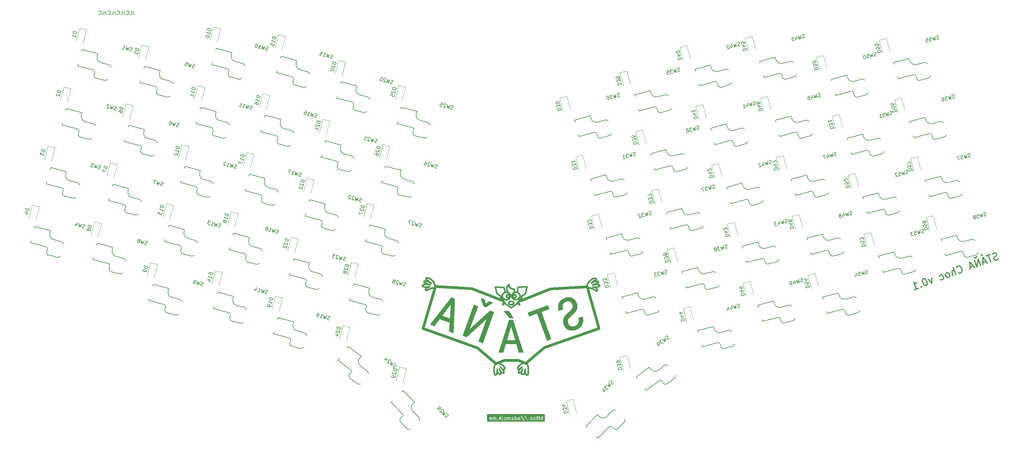
<source format=gbr>
%TF.GenerationSoftware,KiCad,Pcbnew,7.0.1*%
%TF.CreationDate,2023-03-26T19:54:03+02:00*%
%TF.ProjectId,SofleUnsplit,536f666c-6555-46e7-9370-6c69742e6b69,rev?*%
%TF.SameCoordinates,Original*%
%TF.FileFunction,Legend,Bot*%
%TF.FilePolarity,Positive*%
%FSLAX46Y46*%
G04 Gerber Fmt 4.6, Leading zero omitted, Abs format (unit mm)*
G04 Created by KiCad (PCBNEW 7.0.1) date 2023-03-26 19:54:03*
%MOMM*%
%LPD*%
G01*
G04 APERTURE LIST*
%ADD10C,0.150000*%
%ADD11C,0.400000*%
%ADD12C,0.759999*%
%ADD13C,0.200000*%
%ADD14C,0.300000*%
%ADD15C,0.120000*%
G04 APERTURE END LIST*
D10*
X112256190Y-43797619D02*
X112256190Y-44511904D01*
X112256190Y-44511904D02*
X112303809Y-44654761D01*
X112303809Y-44654761D02*
X112399047Y-44750000D01*
X112399047Y-44750000D02*
X112541904Y-44797619D01*
X112541904Y-44797619D02*
X112637142Y-44797619D01*
X111303809Y-44797619D02*
X111779999Y-44797619D01*
X111779999Y-44797619D02*
X111779999Y-43797619D01*
X110399047Y-44702380D02*
X110446666Y-44750000D01*
X110446666Y-44750000D02*
X110589523Y-44797619D01*
X110589523Y-44797619D02*
X110684761Y-44797619D01*
X110684761Y-44797619D02*
X110827618Y-44750000D01*
X110827618Y-44750000D02*
X110922856Y-44654761D01*
X110922856Y-44654761D02*
X110970475Y-44559523D01*
X110970475Y-44559523D02*
X111018094Y-44369047D01*
X111018094Y-44369047D02*
X111018094Y-44226190D01*
X111018094Y-44226190D02*
X110970475Y-44035714D01*
X110970475Y-44035714D02*
X110922856Y-43940476D01*
X110922856Y-43940476D02*
X110827618Y-43845238D01*
X110827618Y-43845238D02*
X110684761Y-43797619D01*
X110684761Y-43797619D02*
X110589523Y-43797619D01*
X110589523Y-43797619D02*
X110446666Y-43845238D01*
X110446666Y-43845238D02*
X110399047Y-43892857D01*
X109684761Y-43797619D02*
X109684761Y-44511904D01*
X109684761Y-44511904D02*
X109732380Y-44654761D01*
X109732380Y-44654761D02*
X109827618Y-44750000D01*
X109827618Y-44750000D02*
X109970475Y-44797619D01*
X109970475Y-44797619D02*
X110065713Y-44797619D01*
X108732380Y-44797619D02*
X109208570Y-44797619D01*
X109208570Y-44797619D02*
X109208570Y-43797619D01*
X107827618Y-44702380D02*
X107875237Y-44750000D01*
X107875237Y-44750000D02*
X108018094Y-44797619D01*
X108018094Y-44797619D02*
X108113332Y-44797619D01*
X108113332Y-44797619D02*
X108256189Y-44750000D01*
X108256189Y-44750000D02*
X108351427Y-44654761D01*
X108351427Y-44654761D02*
X108399046Y-44559523D01*
X108399046Y-44559523D02*
X108446665Y-44369047D01*
X108446665Y-44369047D02*
X108446665Y-44226190D01*
X108446665Y-44226190D02*
X108399046Y-44035714D01*
X108399046Y-44035714D02*
X108351427Y-43940476D01*
X108351427Y-43940476D02*
X108256189Y-43845238D01*
X108256189Y-43845238D02*
X108113332Y-43797619D01*
X108113332Y-43797619D02*
X108018094Y-43797619D01*
X108018094Y-43797619D02*
X107875237Y-43845238D01*
X107875237Y-43845238D02*
X107827618Y-43892857D01*
X107113332Y-43797619D02*
X107113332Y-44511904D01*
X107113332Y-44511904D02*
X107160951Y-44654761D01*
X107160951Y-44654761D02*
X107256189Y-44750000D01*
X107256189Y-44750000D02*
X107399046Y-44797619D01*
X107399046Y-44797619D02*
X107494284Y-44797619D01*
X106160951Y-44797619D02*
X106637141Y-44797619D01*
X106637141Y-44797619D02*
X106637141Y-43797619D01*
X105256189Y-44702380D02*
X105303808Y-44750000D01*
X105303808Y-44750000D02*
X105446665Y-44797619D01*
X105446665Y-44797619D02*
X105541903Y-44797619D01*
X105541903Y-44797619D02*
X105684760Y-44750000D01*
X105684760Y-44750000D02*
X105779998Y-44654761D01*
X105779998Y-44654761D02*
X105827617Y-44559523D01*
X105827617Y-44559523D02*
X105875236Y-44369047D01*
X105875236Y-44369047D02*
X105875236Y-44226190D01*
X105875236Y-44226190D02*
X105827617Y-44035714D01*
X105827617Y-44035714D02*
X105779998Y-43940476D01*
X105779998Y-43940476D02*
X105684760Y-43845238D01*
X105684760Y-43845238D02*
X105541903Y-43797619D01*
X105541903Y-43797619D02*
X105446665Y-43797619D01*
X105446665Y-43797619D02*
X105303808Y-43845238D01*
X105303808Y-43845238D02*
X105256189Y-43892857D01*
X104541903Y-43797619D02*
X104541903Y-44511904D01*
X104541903Y-44511904D02*
X104589522Y-44654761D01*
X104589522Y-44654761D02*
X104684760Y-44750000D01*
X104684760Y-44750000D02*
X104827617Y-44797619D01*
X104827617Y-44797619D02*
X104922855Y-44797619D01*
X103589522Y-44797619D02*
X104065712Y-44797619D01*
X104065712Y-44797619D02*
X104065712Y-43797619D01*
X102684760Y-44702380D02*
X102732379Y-44750000D01*
X102732379Y-44750000D02*
X102875236Y-44797619D01*
X102875236Y-44797619D02*
X102970474Y-44797619D01*
X102970474Y-44797619D02*
X103113331Y-44750000D01*
X103113331Y-44750000D02*
X103208569Y-44654761D01*
X103208569Y-44654761D02*
X103256188Y-44559523D01*
X103256188Y-44559523D02*
X103303807Y-44369047D01*
X103303807Y-44369047D02*
X103303807Y-44226190D01*
X103303807Y-44226190D02*
X103256188Y-44035714D01*
X103256188Y-44035714D02*
X103208569Y-43940476D01*
X103208569Y-43940476D02*
X103113331Y-43845238D01*
X103113331Y-43845238D02*
X102970474Y-43797619D01*
X102970474Y-43797619D02*
X102875236Y-43797619D01*
X102875236Y-43797619D02*
X102732379Y-43845238D01*
X102732379Y-43845238D02*
X102684760Y-43892857D01*
D11*
X216531809Y-122809404D02*
X216553388Y-122808858D01*
X193976047Y-121588482D02*
X193948175Y-121596668D01*
X218624203Y-122909392D02*
X218640643Y-122921083D01*
X238844687Y-119647644D02*
X238787571Y-119764960D01*
X241536540Y-120691678D02*
X241654902Y-120653626D01*
X193343964Y-119055107D02*
X193389564Y-119047383D01*
X193866285Y-121613680D02*
X193839999Y-121616318D01*
X218713326Y-122990374D02*
X218725774Y-123006215D01*
X216787837Y-122880473D02*
X216804277Y-122892164D01*
X218459234Y-124164631D02*
X218406829Y-124148264D01*
X238735417Y-120956876D02*
X238743705Y-120952123D01*
X213359237Y-145039260D02*
X213387481Y-144993001D01*
X217420815Y-124662075D02*
X217493256Y-124659686D01*
X216468878Y-123638996D02*
X216448590Y-123634314D01*
X217736871Y-124687763D02*
X217769046Y-124696048D01*
X215975364Y-122149091D02*
X216032641Y-122145071D01*
X218368174Y-123675887D02*
X218346879Y-123674268D01*
X217456796Y-125584499D02*
X217420815Y-125582713D01*
X218809079Y-123257106D02*
X218808533Y-123278685D01*
X217082401Y-123681051D02*
X217055244Y-123724649D01*
X192855213Y-120197739D02*
X192881191Y-120175711D01*
X218767729Y-123438902D02*
X218758469Y-123456983D01*
X216792901Y-125051928D02*
X216799132Y-125029142D01*
X218895841Y-125440504D02*
X220500855Y-123618595D01*
X216574966Y-122809404D02*
X216596261Y-122811023D01*
X213543823Y-143666282D02*
X213554307Y-143829354D01*
X217706275Y-122957478D02*
X217713936Y-122932329D01*
X218052500Y-121260260D02*
X218100940Y-121277488D01*
X216286656Y-123551761D02*
X216271441Y-123538582D01*
X215318745Y-142727084D02*
X215232985Y-142655485D01*
X219233631Y-122211071D02*
X219283590Y-122231919D01*
X218305244Y-123667914D02*
X218284956Y-123663232D01*
X218552974Y-123643480D02*
X218533932Y-123650988D01*
X219735698Y-143540535D02*
X219782039Y-143514387D01*
X240582459Y-119157602D02*
X240528750Y-119177024D01*
X241149280Y-118428805D02*
X241145100Y-118409680D01*
X241760541Y-119238647D02*
X241757442Y-119223171D01*
X218164031Y-124033635D02*
X218119812Y-124004609D01*
X239794448Y-121031778D02*
X239867675Y-121058370D01*
X216799132Y-125215646D02*
X216792901Y-125192860D01*
X192971711Y-120549771D02*
X192917682Y-120524695D01*
X216364637Y-120597994D02*
X216404298Y-120528535D01*
X219886960Y-123430532D02*
X219871762Y-123479936D01*
X194659361Y-120040694D02*
X194744706Y-120061536D01*
X216167013Y-123391408D02*
X216159505Y-123372366D01*
X219021922Y-124190285D02*
X218966382Y-124199441D01*
X221556862Y-144989355D02*
X221583957Y-145036188D01*
X216205996Y-122149091D02*
X216262440Y-122155712D01*
X216887312Y-125362325D02*
X216870252Y-125342948D01*
X241574175Y-119493242D02*
X241658108Y-119439356D01*
X218146100Y-125302501D02*
X218131911Y-125322997D01*
X216967883Y-123292047D02*
X216964195Y-123312696D01*
X218679305Y-122134632D02*
X218736582Y-122130611D01*
X218795878Y-123361903D02*
X218790227Y-123381801D01*
X217060428Y-120784222D02*
X217094142Y-120821259D01*
X193035407Y-120574380D02*
X192971711Y-120549771D01*
X217348410Y-121014144D02*
X217448586Y-121067199D01*
X221273303Y-144261019D02*
X221294598Y-144141640D01*
X193812264Y-118223806D02*
X193833798Y-118207085D01*
X240274311Y-119165233D02*
X240329176Y-119121748D01*
X214621124Y-144296831D02*
X214667493Y-144341181D01*
X213543548Y-144253585D02*
X213549873Y-144109848D01*
X219390682Y-143568782D02*
X219402088Y-143580527D01*
X216808096Y-123988162D02*
X216765489Y-124019068D01*
X215432693Y-144271679D02*
X215410016Y-144208802D01*
X216753263Y-123596905D02*
X216735182Y-123606165D01*
X216939761Y-123064966D02*
X216947270Y-123084008D01*
X220275612Y-142174213D02*
X220200553Y-142225590D01*
X216840416Y-125302501D02*
X216827730Y-125281488D01*
X213678805Y-144447239D02*
X213702839Y-144510407D01*
X221966012Y-142277471D02*
X221943798Y-142231300D01*
X194130055Y-118812420D02*
X194080029Y-118784183D01*
X214607106Y-144685332D02*
X214611866Y-144631193D01*
X238509422Y-120541550D02*
X238509035Y-120550098D01*
X239188330Y-120922366D02*
X239285101Y-120932405D01*
X216671529Y-120182352D02*
X216715879Y-120139580D01*
X240637089Y-119139520D02*
X240582459Y-119157602D01*
X218800560Y-123172596D02*
X218804248Y-123193246D01*
X193192025Y-119190605D02*
X193197476Y-119176804D01*
X192810654Y-120244137D02*
X192831525Y-120220578D01*
X220372093Y-143041214D02*
X220413171Y-143000856D01*
X217830981Y-125529255D02*
X217769046Y-125548740D01*
X221113385Y-144721759D02*
X221141074Y-144670038D01*
X219772802Y-144645096D02*
X219817110Y-144640063D01*
X215114216Y-143598462D02*
X215157441Y-143625211D01*
X217420815Y-125582713D02*
X217385356Y-125579770D01*
X218700146Y-122975159D02*
X218713326Y-122990374D01*
X213542325Y-143604097D02*
X213543823Y-143666282D01*
X218053731Y-123507996D02*
X218042040Y-123491556D01*
X216713117Y-122260973D02*
X216690422Y-122248698D01*
X219493295Y-142782949D02*
X219456962Y-142827499D01*
X193606015Y-121355668D02*
X193608777Y-121313942D01*
X220047066Y-143393918D02*
X219949231Y-143512495D01*
X222218797Y-143431936D02*
X222212337Y-143325669D01*
X196286042Y-120313000D02*
X196304336Y-120385831D01*
X217943943Y-125479442D02*
X217889399Y-125506078D01*
X219362769Y-143522306D02*
X219380300Y-143555200D01*
X214785355Y-143298518D02*
X214861655Y-143380858D01*
X194338987Y-120767012D02*
X194429904Y-120737125D01*
X194192430Y-118853598D02*
X194130055Y-118812420D01*
X220693405Y-145010751D02*
X220740619Y-145005314D01*
X193325009Y-119477011D02*
X193302590Y-119463565D01*
X215808813Y-124193120D02*
X215755292Y-124179091D01*
X218346879Y-122839942D02*
X218368174Y-122838323D01*
X217205531Y-123026259D02*
X217212703Y-123078361D01*
X214174177Y-144955417D02*
X214239492Y-144958849D01*
X217702283Y-122910162D02*
X217717481Y-122860758D01*
X218209791Y-122279979D02*
X218257022Y-122254911D01*
X217448586Y-121067199D02*
X217554035Y-121114599D01*
X219373006Y-120697757D02*
X221831136Y-120582080D01*
X242082194Y-120327975D02*
X242085816Y-120305875D01*
X215505849Y-124075174D02*
X215460089Y-124048094D01*
X219921000Y-123223921D02*
X219916644Y-123276792D01*
X240374265Y-119241564D02*
X240277923Y-119288049D01*
X194506659Y-118225001D02*
X194616218Y-118269603D01*
X214350693Y-142050772D02*
X214306700Y-142031444D01*
X217449880Y-123040210D02*
X217476111Y-123049807D01*
X217994258Y-125449578D02*
X217943943Y-125479442D01*
X218179473Y-125006756D02*
X218187385Y-125029142D01*
X221487414Y-144820585D02*
X221508668Y-144880988D01*
X241067132Y-118630229D02*
X241087963Y-118607403D01*
X193775213Y-118449969D02*
X193766816Y-118424538D01*
X216925533Y-122484801D02*
X216960981Y-122522576D01*
X216770823Y-122869566D02*
X216787837Y-122880473D01*
X216904255Y-120010023D02*
X216931457Y-120003344D01*
X193561831Y-119041014D02*
X193628879Y-119044268D01*
X217672599Y-123276792D02*
X217668243Y-123223921D01*
X216090680Y-124225896D02*
X216032641Y-124224542D01*
X216579649Y-124123233D02*
X216529689Y-124144082D01*
X217802900Y-122674101D02*
X217830057Y-122630504D01*
X213054166Y-120668838D02*
X213516873Y-122505207D01*
X216939954Y-120578238D02*
X216957028Y-120622199D01*
X218119812Y-122336084D02*
X218164031Y-122307059D01*
X193766012Y-121612953D02*
X193743410Y-121607554D01*
X216870252Y-124901840D02*
X216905741Y-124863690D01*
X215425538Y-124760902D02*
X215121884Y-125642936D01*
X214337961Y-143825845D02*
X214278963Y-143722951D01*
X214968653Y-123291252D02*
X214964298Y-123238381D01*
X193756930Y-118374615D02*
X193755772Y-118350391D01*
X215553080Y-124100242D02*
X215505849Y-124075174D01*
X220806753Y-141887842D02*
X220769367Y-141900756D01*
X238970871Y-119423062D02*
X238905892Y-119532882D01*
X215013536Y-122875218D02*
X215031268Y-122826845D01*
X213565727Y-143937714D02*
X213582763Y-144058086D01*
X220309647Y-144203506D02*
X220389878Y-144085508D01*
D12*
X213245808Y-142009038D02*
X215576985Y-141150182D01*
D11*
X193608777Y-121313942D02*
X193617476Y-121273490D01*
X217860652Y-124726674D02*
X217889399Y-124738710D01*
X218144863Y-121298603D02*
X218184468Y-121323303D01*
X218245574Y-123650988D02*
X218226532Y-123643480D01*
X218406829Y-124148264D02*
X218355612Y-124129623D01*
X194111820Y-119950208D02*
X194198703Y-119959980D01*
X215808813Y-122176493D02*
X215863379Y-122164868D01*
X221900291Y-142149292D02*
X221879324Y-142113321D01*
X193736214Y-121090459D02*
X193772244Y-121057722D01*
X216478472Y-124162723D02*
X216426068Y-124179091D01*
D13*
X210052419Y-124243398D02*
X210385304Y-125486410D01*
X211445119Y-124750287D01*
X212307546Y-125064184D01*
X212286336Y-125122457D01*
X210452351Y-126263112D01*
X209846326Y-126042539D01*
X209151311Y-123981405D01*
X209172521Y-123923131D01*
X210052419Y-124243398D01*
G36*
X210052419Y-124243398D02*
G01*
X210385304Y-125486410D01*
X211445119Y-124750287D01*
X212307546Y-125064184D01*
X212286336Y-125122457D01*
X210452351Y-126263112D01*
X209846326Y-126042539D01*
X209151311Y-123981405D01*
X209172521Y-123923131D01*
X210052419Y-124243398D01*
G37*
D11*
X215031268Y-122826845D02*
X215051462Y-122779567D01*
X218533932Y-123650988D02*
X218514448Y-123657581D01*
X216580496Y-120282044D02*
X216626220Y-120229953D01*
X222095484Y-142631084D02*
X222075173Y-142562695D01*
X218432626Y-123674268D02*
X218411331Y-123675887D01*
X218379351Y-121657119D02*
X218386694Y-121701067D01*
X216675510Y-124075174D02*
X216628279Y-124100242D01*
X193780246Y-118261535D02*
X193794468Y-118242001D01*
X193849674Y-119069216D02*
X193927626Y-119082370D01*
X215596053Y-143060492D02*
X215576115Y-143021717D01*
X221943798Y-142231300D02*
X221921837Y-142188596D01*
X194190486Y-121500129D02*
X194140133Y-121523850D01*
X214943076Y-143460951D02*
X215027852Y-143534814D01*
X192793126Y-120268325D02*
X192810654Y-120244137D01*
X194727274Y-118322832D02*
X194839198Y-118384149D01*
X215255825Y-122484801D02*
X215293170Y-122448645D01*
X212989189Y-145120829D02*
X213030450Y-145144361D01*
X218533932Y-122863222D02*
X218552974Y-122870730D01*
X220106376Y-143279612D02*
X220189198Y-143209102D01*
X215220376Y-122522576D02*
X215255825Y-122484801D01*
X216939761Y-123391408D02*
X216931364Y-123409983D01*
X217599401Y-123061722D02*
X217614809Y-123057381D01*
X219076488Y-124178661D02*
X219021922Y-124190285D01*
X218725774Y-123507996D02*
X218713326Y-123523837D01*
X216716608Y-123614563D02*
X216697566Y-123622071D01*
X221613158Y-145077367D02*
X221644541Y-145112327D01*
X192836514Y-120473506D02*
X192808323Y-120447576D01*
X218066180Y-123523837D02*
X218053731Y-123507996D01*
X218342532Y-121529882D02*
X218357468Y-121571225D01*
X216889409Y-122977296D02*
X216901100Y-122993737D01*
X216229814Y-122961455D02*
X216242993Y-122946240D01*
X240552137Y-120738742D02*
X240458486Y-120709885D01*
X218794621Y-122129257D02*
X218852660Y-122130611D01*
X195173894Y-118611234D02*
X195283004Y-118699510D01*
X213791509Y-144686006D02*
X213827056Y-144738069D01*
X216770823Y-123586808D02*
X216753263Y-123596905D01*
X216972169Y-123206608D02*
X216972714Y-123228187D01*
X218158786Y-125281488D02*
X218146100Y-125302501D01*
X240015660Y-121123147D02*
X240090022Y-121160343D01*
X212808715Y-142829589D02*
X212751961Y-143122026D01*
X215098956Y-122688561D02*
X215126113Y-122644963D01*
X220740619Y-145005314D02*
X220791474Y-144994626D01*
X218776127Y-123093884D02*
X218783635Y-123112926D01*
X240105203Y-119382953D02*
X240030608Y-119428540D01*
X241039449Y-121723547D02*
X241092819Y-121747038D01*
X214002945Y-144899291D02*
X214056044Y-144925088D01*
X217042573Y-125479442D02*
X217016864Y-125464899D01*
X222075173Y-142562695D02*
X222054139Y-142498176D01*
X217830057Y-122630504D02*
X217859393Y-122588263D01*
X216964195Y-123312696D02*
X216959513Y-123332984D01*
X241761920Y-119271741D02*
X241762020Y-119254837D01*
X241757442Y-119223171D02*
X241752684Y-119208407D01*
X217889399Y-125506078D02*
X217830981Y-125529255D01*
X216889409Y-123479078D02*
X216876960Y-123494919D01*
X221450195Y-144690168D02*
X221487414Y-144820585D01*
X216888188Y-122448645D02*
X216925533Y-122484801D01*
X216194768Y-123010750D02*
X216205675Y-122993737D01*
X216863780Y-122946240D02*
X216876960Y-122961455D01*
X217478803Y-126438215D02*
X218895841Y-125440504D01*
X216784737Y-125122394D02*
X216785659Y-125098583D01*
X216977794Y-120664780D02*
X217002072Y-120705980D01*
X216721270Y-124048094D02*
X216675510Y-124075174D01*
X214222369Y-141998380D02*
X214182150Y-141984454D01*
X217735213Y-123528309D02*
X217717481Y-123479936D01*
X215641809Y-143222596D02*
X215635785Y-143180896D01*
X214522295Y-144862424D02*
X214554325Y-144825014D01*
X218164031Y-122307059D02*
X218209791Y-122279979D01*
X218079359Y-122975159D02*
X218093244Y-122960596D01*
X219333561Y-143099224D02*
X219327945Y-143131823D01*
X217195612Y-122974990D02*
X217205531Y-123026259D01*
X216184671Y-123428064D02*
X216175410Y-123409983D01*
X193193791Y-119343648D02*
X193187901Y-119327844D01*
X214968653Y-123078361D02*
X214975826Y-123026259D01*
X217668243Y-123223921D02*
X217666776Y-123170347D01*
X194294552Y-118163833D02*
X194399228Y-118189564D01*
X217695692Y-122982373D02*
X217701378Y-122970026D01*
X240559420Y-119994968D02*
X240465828Y-120010718D01*
X218189877Y-123625823D02*
X218172317Y-123615726D01*
X215498416Y-142908604D02*
X215467080Y-142871765D01*
X218494549Y-122850979D02*
X218514448Y-122856630D01*
X218571549Y-122879128D02*
X218589629Y-122888388D01*
X217282565Y-125564299D02*
X217249644Y-125557025D01*
X219321135Y-143200491D02*
X219320057Y-143236640D01*
X220876504Y-141869882D02*
X220842538Y-141877477D01*
X216820118Y-123551761D02*
X216804277Y-123564210D01*
X214611012Y-144574051D02*
X214605025Y-144514377D01*
X217917178Y-124751610D02*
X217943943Y-124765346D01*
D12*
X228418935Y-121191999D02*
X220321149Y-124422933D01*
D11*
X217129894Y-122779567D02*
X217150089Y-122826845D01*
X241246510Y-121109330D02*
X241201063Y-121068722D01*
X215121884Y-125642936D02*
X215873784Y-125223609D01*
X220976214Y-144895096D02*
X221014690Y-144857633D01*
X222032542Y-142437462D02*
X222010547Y-142380485D01*
X213953637Y-144867141D02*
X214002945Y-144899291D01*
X196061786Y-119687932D02*
X196114364Y-119806301D01*
X218184468Y-121323303D02*
X218219953Y-121351286D01*
X220479148Y-144951171D02*
X220507305Y-144970468D01*
X215625619Y-143398868D02*
X215636024Y-143353255D01*
X239965044Y-119470997D02*
X239909403Y-119508908D01*
X193944128Y-120939779D02*
X194041199Y-120888657D01*
X218725774Y-123006215D02*
X218737465Y-123022655D01*
X194006656Y-119097830D02*
X194086105Y-119115529D01*
X194951363Y-118453014D02*
X195063138Y-118528889D01*
X219425212Y-122307059D02*
X219469430Y-122336084D01*
X218172317Y-122898485D02*
X218189877Y-122888388D01*
X219320057Y-143236640D02*
X219320607Y-143274050D01*
X215363088Y-144565929D02*
X215402162Y-144543600D01*
X219953228Y-144580694D02*
X219999098Y-144548151D01*
X220044931Y-144510233D02*
X220090559Y-144467541D01*
X194278386Y-121456884D02*
X194190486Y-121500129D01*
X240146853Y-119290790D02*
X240187208Y-119250645D01*
X238643900Y-120108341D02*
X238606284Y-120211982D01*
X219852101Y-143638606D02*
X219759884Y-143769390D01*
X221839776Y-142051105D02*
X221804497Y-142001410D01*
X215312526Y-144580137D02*
X215363088Y-144565929D01*
X216901100Y-123462637D02*
X216889409Y-123479078D01*
X213123120Y-145168439D02*
X213171101Y-145167550D01*
X217802900Y-123666593D02*
X217777993Y-123621703D01*
X193197476Y-119176804D02*
X193203654Y-119163471D01*
X218748372Y-123474543D02*
X218737465Y-123491556D01*
X219759884Y-143769390D02*
X219676787Y-143901986D01*
X240250064Y-119186889D02*
X240274311Y-119165233D01*
X219605435Y-144575422D02*
X219645456Y-144607513D01*
X241702589Y-119145240D02*
X241687028Y-119134730D01*
X217217469Y-124696048D02*
X217282565Y-124680489D01*
X193187376Y-119204825D02*
X193192025Y-119190605D01*
X219021922Y-122150408D02*
X219076488Y-122162033D01*
X219394556Y-142925450D02*
X219369412Y-142979481D01*
X216596261Y-122811023D02*
X216617247Y-122813690D01*
X193814438Y-121617180D02*
X193789732Y-121616110D01*
X241223398Y-119940624D02*
X241109340Y-119940895D01*
X240750852Y-118229657D02*
X240694829Y-118230024D01*
X240800123Y-121590788D02*
X240924560Y-121663937D01*
X218169926Y-124984799D02*
X218179473Y-125006756D01*
X217889399Y-124738710D02*
X217917178Y-124751610D01*
X216912007Y-123010750D02*
X216922104Y-123028310D01*
X221531792Y-144937433D02*
X221556862Y-144989355D01*
X219698405Y-122547446D02*
X219729849Y-122588263D01*
X193389564Y-119047383D02*
X193441515Y-119042504D01*
X221942348Y-145157858D02*
X221973674Y-145145888D01*
X218552974Y-122870730D02*
X218571549Y-122879128D01*
X216175410Y-123046391D02*
X216184671Y-123028310D01*
X214954658Y-143485614D02*
X214749449Y-143229783D01*
X219340259Y-143437096D02*
X219349824Y-143481405D01*
X196262819Y-120228480D02*
X196286042Y-120313000D01*
X240647802Y-119899377D02*
X240929853Y-119790003D01*
X217167820Y-123494394D02*
X217150089Y-123542768D01*
X240277923Y-119288049D02*
X240187939Y-119335651D01*
X215027852Y-143534814D02*
X215070946Y-143568164D01*
X213387481Y-144993001D02*
X213412921Y-144941264D01*
X214716020Y-144383109D02*
X214766703Y-144422215D01*
X240638813Y-118233191D02*
X240583560Y-118239024D01*
X193210485Y-119150655D02*
X193217896Y-119138404D01*
X193675252Y-121159813D02*
X193703752Y-121124491D01*
X217614809Y-123057381D02*
X217628904Y-123051601D01*
X241395929Y-121718223D02*
X241415373Y-121680113D01*
X215538619Y-143587913D02*
X215566769Y-143542749D01*
X213759050Y-144630341D02*
X213791509Y-144686006D01*
X217969652Y-124779889D02*
X217994258Y-124795210D01*
X214035653Y-141943896D02*
X213971870Y-141931368D01*
X217150089Y-122826845D02*
X217167820Y-122875218D01*
X241752684Y-119208407D02*
X241746226Y-119194354D01*
X217082401Y-122688561D02*
X217107308Y-122733451D01*
X241417993Y-119068300D02*
X241337346Y-119063401D01*
X193631719Y-121234316D02*
X193651109Y-121196422D01*
X217679771Y-123328895D02*
X217672599Y-123276792D01*
X196114364Y-119806301D02*
X196160442Y-119921180D01*
X193842955Y-119669637D02*
X193638505Y-119590887D01*
X216510513Y-122811023D02*
X216531809Y-122809404D01*
X220355658Y-142121548D02*
X220275612Y-142174213D01*
X218207957Y-123635083D02*
X218189877Y-123625823D01*
X213766781Y-141915680D02*
X213746812Y-141917058D01*
X216994463Y-122561906D02*
X217025908Y-122602723D01*
X218607190Y-122898485D02*
X218624203Y-122909392D01*
X218494549Y-123663232D02*
X218474262Y-123667914D01*
X218305244Y-122846297D02*
X218325893Y-122842609D01*
X241274530Y-121787387D02*
X241311028Y-121781599D01*
X215402162Y-144543600D02*
X215430415Y-144513731D01*
X218567320Y-122150408D02*
X218622861Y-122141252D01*
X217774911Y-121192347D02*
X217887414Y-121222654D01*
X218355612Y-124129623D02*
X218305653Y-124108774D01*
X194194586Y-120737145D02*
X194084272Y-120740148D01*
X215430415Y-144513731D02*
X215448514Y-144476905D01*
X241025316Y-118283725D02*
X241004610Y-118274551D01*
X216229814Y-123494919D02*
X216217365Y-123479078D01*
X216960981Y-122522576D02*
X216994463Y-122561906D01*
X216658183Y-122822060D02*
X216678082Y-122827711D01*
X193766816Y-118424538D02*
X193760666Y-118399375D01*
X193607676Y-121396002D02*
X193606015Y-121355668D01*
X240924560Y-121663937D02*
X240983297Y-121695681D01*
X241430061Y-121632688D02*
X241439793Y-121575452D01*
X220438939Y-142069362D02*
X220355658Y-142121548D01*
X216959513Y-123123390D02*
X216964195Y-123143678D01*
X217975257Y-123320966D02*
X217972590Y-123299980D01*
X213001447Y-142175033D02*
X212957928Y-142278745D01*
X218123022Y-123580679D02*
X218107807Y-123567500D01*
X217975257Y-123193246D02*
X217978945Y-123172596D01*
X195935871Y-119447284D02*
X196002393Y-119567713D01*
X220530150Y-143854724D02*
X220587466Y-143751553D01*
X239103002Y-120916400D02*
X239188330Y-120922366D01*
X214605025Y-144514377D02*
X214594385Y-144452645D01*
X213094476Y-142040697D02*
X213070535Y-142063703D01*
X218656484Y-123580679D02*
X218640643Y-123593128D01*
X241865326Y-120549498D02*
X241907195Y-120522907D01*
X217029678Y-120745794D02*
X217060428Y-120784222D01*
X213971870Y-141931368D02*
X213915036Y-141922989D01*
X215576115Y-143021717D02*
X215553091Y-142983519D01*
X216658183Y-123634314D02*
X216637896Y-123638996D01*
X214070000Y-141951955D02*
X214035653Y-141943896D01*
X218107807Y-122946711D02*
X218123022Y-122933531D01*
X222166221Y-142944708D02*
X222150438Y-142860158D01*
X239831451Y-119565432D02*
X239803883Y-119586790D01*
X216678082Y-122827711D02*
X216697566Y-122834303D01*
X215155449Y-122602723D02*
X215186894Y-122561906D01*
X216970549Y-123271061D02*
X216967883Y-123292047D01*
X218571549Y-123635083D02*
X218552974Y-123643480D01*
X216390166Y-122841811D02*
X216409208Y-122834303D01*
X217554035Y-121114599D02*
X217663297Y-121156322D01*
X217689159Y-122994380D02*
X217695692Y-122982373D01*
X193888746Y-118178598D02*
X193922491Y-118167100D01*
X218077206Y-123973703D02*
X218036282Y-123940981D01*
X194293738Y-120730277D02*
X194194586Y-120737145D01*
X216970549Y-123185313D02*
X216972169Y-123206608D01*
X193835051Y-119932265D02*
X193929289Y-119935953D01*
X216912007Y-123445624D02*
X216901100Y-123462637D01*
X221411809Y-122534126D02*
X220211663Y-123358324D01*
X219833836Y-123575587D02*
X219811250Y-123621703D01*
X240465828Y-120010718D02*
X240309116Y-120040742D01*
X213412921Y-144941264D02*
X213435694Y-144884645D01*
X217689689Y-123380163D02*
X217679771Y-123328895D01*
X214399520Y-143941260D02*
X214337961Y-143825845D01*
X241551480Y-119086463D02*
X241489263Y-119075985D01*
X241138843Y-118391626D02*
X241130601Y-118374626D01*
X195899839Y-119387504D02*
X195935871Y-119447284D01*
X217769046Y-124696048D02*
X217800431Y-124705314D01*
X216697566Y-122834303D02*
X216716608Y-122841811D01*
X240528926Y-121419688D02*
X240800123Y-121590788D01*
X222231709Y-143959437D02*
X222222903Y-143542749D01*
X221678185Y-145140503D02*
X221714170Y-145161328D01*
X216167013Y-123064966D02*
X216175410Y-123046391D01*
X217167820Y-122875218D02*
X217183018Y-122924622D01*
X216264870Y-120819760D02*
X216294380Y-120743946D01*
X194853902Y-119438549D02*
X194974868Y-119511239D01*
X215566769Y-143542749D02*
X215591149Y-143493553D01*
X219629474Y-122470341D02*
X219664923Y-122508117D01*
D12*
X196354977Y-120537641D02*
X192919545Y-132193540D01*
D11*
X216788395Y-125075085D02*
X216792901Y-125051928D01*
X218640643Y-123593128D02*
X218624203Y-123604819D01*
D12*
X221548085Y-141927236D02*
X226660321Y-137592061D01*
D11*
X240385325Y-121329645D02*
X240528926Y-121419688D01*
X193772244Y-121057722D02*
X193811445Y-121026282D01*
X218036282Y-123940981D02*
X217997113Y-123906509D01*
X194031865Y-121569271D02*
X193976047Y-121588482D01*
X239880178Y-119527749D02*
X239933607Y-119483906D01*
X217701378Y-122970026D02*
X217706275Y-122957478D01*
X217978945Y-123341615D02*
X217975257Y-123320966D01*
X214534097Y-142980401D02*
X214566727Y-143026372D01*
X238510480Y-120553007D02*
X238521613Y-120576233D01*
X219320607Y-143274050D02*
X219322845Y-143312761D01*
X241907195Y-120522907D02*
X241944351Y-120496804D01*
X217777993Y-122718991D02*
X217802900Y-122674101D01*
X241146638Y-119061930D02*
X241035931Y-119065343D01*
X218671699Y-122946711D02*
X218686262Y-122960596D01*
X218198121Y-125169703D02*
X218193616Y-125192860D01*
X218737465Y-123491556D02*
X218725774Y-123507996D01*
X216302497Y-122892164D02*
X216318937Y-122880473D01*
X216888188Y-123920968D02*
X216849019Y-123955440D01*
X215591149Y-143493553D02*
X215610713Y-143445613D01*
X193651746Y-121541476D02*
X193638600Y-121519355D01*
X218031133Y-123039668D02*
X218042040Y-123022655D01*
X222164872Y-144902970D02*
X222188394Y-144813141D01*
X194668223Y-121259138D02*
X194508440Y-121338723D01*
X219457125Y-143610238D02*
X219489719Y-143615503D01*
X217666776Y-123170347D02*
X217668243Y-123116772D01*
X193687413Y-120716113D02*
X193533508Y-120693805D01*
X216799532Y-120069880D02*
X216837751Y-120043630D01*
X217212703Y-123078361D02*
X217217058Y-123131232D01*
X194638173Y-119320827D02*
X194713525Y-119360108D01*
X216957028Y-120622199D02*
X216977794Y-120664780D01*
X216931364Y-123046391D02*
X216939761Y-123064966D01*
X217777993Y-123621703D02*
X217755407Y-123575587D01*
X217002072Y-120705980D02*
X217029678Y-120745794D01*
X213865631Y-141917994D02*
X213824134Y-141915620D01*
X219327945Y-143131823D02*
X219323784Y-143165565D01*
X214105906Y-141961337D02*
X214070000Y-141951955D01*
X216678082Y-123628663D02*
X216658183Y-123634314D01*
X219899553Y-122960531D02*
X219909472Y-123011799D01*
X212877929Y-142536194D02*
X212841869Y-142680705D01*
X216271441Y-122917792D02*
X216286656Y-122904613D01*
X241190424Y-121778925D02*
X241234263Y-121786331D01*
X216219800Y-120975370D02*
X216239829Y-120897014D01*
X219949231Y-143512495D02*
X219852101Y-143638606D01*
X193549235Y-119559745D02*
X193471677Y-119535680D01*
X217183018Y-123444991D02*
X217167820Y-123494394D01*
X218852660Y-124210082D02*
X218794621Y-124211437D01*
X215505849Y-122294438D02*
X215553080Y-122269370D01*
X212709346Y-143376600D02*
X212673241Y-143624544D01*
X241489263Y-119075985D02*
X241417993Y-119068300D01*
X195389836Y-118793178D02*
X195493763Y-118891699D01*
X214494955Y-144153231D02*
X214534855Y-144202457D01*
X239809077Y-118634222D02*
X239714066Y-118702951D01*
X218100940Y-121277488D02*
X218144863Y-121298603D01*
X213409406Y-141998861D02*
X213143567Y-142019300D01*
X194322086Y-119182876D02*
X194401617Y-119212811D01*
X217641744Y-123044517D02*
X217653388Y-123036269D01*
X217890838Y-122547446D02*
X217924320Y-122508117D01*
X240880019Y-119954384D02*
X240768275Y-119966000D01*
X219661991Y-142626914D02*
X219617240Y-142663227D01*
X242064768Y-120222631D02*
X242051203Y-120203123D01*
X216390166Y-123614563D02*
X216371591Y-123606165D01*
X239803883Y-119586790D02*
X239839270Y-119560030D01*
X222133279Y-142779749D02*
X222114906Y-142703413D01*
X221793475Y-145178667D02*
X221872772Y-145173549D01*
X217983627Y-123152309D02*
X217989278Y-123132410D01*
X215403477Y-143683275D02*
X215440202Y-143671233D01*
X194265003Y-118905679D02*
X194192430Y-118853598D01*
X216765489Y-122350544D02*
X216808096Y-122381451D01*
X217125864Y-125518114D02*
X217097117Y-125506078D01*
X194429904Y-120737125D02*
X194511380Y-120712612D01*
X219322845Y-143312761D02*
X219326827Y-143352813D01*
X214975826Y-123026259D02*
X214985744Y-122974990D01*
X216960981Y-123847036D02*
X216925533Y-123884812D01*
X216159505Y-123084008D02*
X216167013Y-123064966D01*
X219512037Y-123973703D02*
X219469430Y-124004609D01*
X219545424Y-144492026D02*
X219570870Y-144535822D01*
X194508440Y-121338723D02*
X194278386Y-121456884D01*
X193703752Y-121124491D02*
X193736214Y-121090459D01*
X219676787Y-143901986D02*
X219607020Y-144033533D01*
X218172317Y-123615726D02*
X218155303Y-123604819D01*
X217719139Y-122908028D02*
X217722351Y-122885675D01*
X240238497Y-121241879D02*
X240385325Y-121329645D01*
X218514448Y-122856630D02*
X218533932Y-122863222D01*
D13*
X218077489Y-129300359D02*
X217153516Y-129300359D01*
X215491605Y-127477216D01*
X216880666Y-127477216D01*
X218077489Y-129300359D01*
G36*
X218077489Y-129300359D02*
G01*
X217153516Y-129300359D01*
X215491605Y-127477216D01*
X216880666Y-127477216D01*
X218077489Y-129300359D01*
G37*
D11*
X217025908Y-122602723D02*
X217055244Y-122644963D01*
X218209791Y-124060715D02*
X218164031Y-124033635D01*
X221294598Y-144141640D02*
X221310188Y-144027294D01*
X219130009Y-122176062D02*
X219182413Y-122192430D01*
X216205675Y-122993737D02*
X216217365Y-122977296D01*
X240897233Y-118766406D02*
X240961130Y-118721168D01*
X216468878Y-122817378D02*
X216489528Y-122813690D01*
X242034549Y-120184143D02*
X242014922Y-120165692D01*
X195158715Y-119648151D02*
X195022522Y-119528972D01*
X217800431Y-124705314D02*
X217830981Y-124715533D01*
X218021036Y-123456983D02*
X218011776Y-123438902D01*
X215051462Y-122779567D02*
X215074049Y-122733451D01*
X216905741Y-125381098D02*
X216887312Y-125362325D01*
X217155534Y-124715533D02*
X217217469Y-124696048D01*
X192766994Y-120369539D02*
X192765877Y-120343749D01*
X240583560Y-118239024D02*
X240529828Y-118247388D01*
X218795878Y-123152309D02*
X218800560Y-123172596D01*
X241944351Y-120496804D02*
X241976908Y-120471192D01*
D12*
X206538548Y-121110212D02*
X196354977Y-120537641D01*
D11*
X216925495Y-125399239D02*
X216905741Y-125381098D01*
X196200334Y-120030930D02*
X196234355Y-120133910D01*
D12*
X208092671Y-137632963D02*
X213245808Y-142009038D01*
D11*
X215157441Y-143625211D02*
X215200401Y-143647913D01*
X216958253Y-120177211D02*
X216939202Y-120232112D01*
D12*
X192919545Y-132193540D02*
X208092671Y-137632963D01*
D11*
X221083165Y-144770545D02*
X221113385Y-144721759D01*
X217890838Y-123793248D02*
X217859393Y-123752431D01*
X218325893Y-123671601D02*
X218305244Y-123667914D01*
X219886960Y-122910162D02*
X219899553Y-122960531D01*
X218804248Y-123320966D02*
X218800560Y-123341615D01*
X220308509Y-144364461D02*
X220306931Y-144454005D01*
X195022522Y-119528972D02*
X194705642Y-119258343D01*
X216758728Y-120101977D02*
X216799532Y-120069880D01*
X216256878Y-123524697D02*
X216242993Y-123510134D01*
X193739770Y-119931400D02*
X193835051Y-119932265D01*
X194785716Y-119399628D02*
X194853902Y-119438549D01*
X222203686Y-143223880D02*
X222193008Y-143126502D01*
X218079359Y-123539052D02*
X218066180Y-123523837D01*
X214594385Y-144452645D02*
X214579574Y-144389325D01*
X220730599Y-141916000D02*
X220690669Y-141933352D01*
X217316187Y-125570534D02*
X217282565Y-125564299D01*
X212747129Y-144661969D02*
X212783184Y-144792236D01*
X216992258Y-124795210D02*
X217042573Y-124765346D01*
X219332221Y-124085783D02*
X219283590Y-124108774D01*
X194095984Y-118143644D02*
X194144082Y-118144614D01*
X218279358Y-121415893D02*
X218303675Y-121451914D01*
X194561131Y-120019407D02*
X194659361Y-120040694D01*
X215460089Y-124048094D02*
X215415870Y-124019068D01*
X239933607Y-119483906D02*
X239997340Y-119429279D01*
X241326331Y-121197047D02*
X241288424Y-121152096D01*
X192831525Y-120220578D02*
X192855213Y-120197739D01*
X217107308Y-122733451D02*
X217129894Y-122779567D01*
X217717481Y-123479936D02*
X217702283Y-123430532D01*
X213532100Y-144401605D02*
X213543548Y-144253585D01*
X215975364Y-124220521D02*
X215918920Y-124213901D01*
X218207957Y-122879128D02*
X218226532Y-122870730D01*
X241133744Y-118538721D02*
X241142790Y-118515762D01*
X219806790Y-125628478D02*
X219517602Y-124746442D01*
X213827056Y-144738069D02*
X213865833Y-144785979D01*
X193221001Y-119390461D02*
X193210267Y-119375005D01*
X241762020Y-119254837D02*
X241760541Y-119238647D01*
X218017718Y-124811280D02*
X218039988Y-124828069D01*
X195690385Y-119101140D02*
X195736312Y-119156058D01*
X194013512Y-118744122D02*
X193990975Y-118727379D01*
X217755407Y-123575587D02*
X217735213Y-123528309D01*
X220072408Y-142317411D02*
X219953069Y-142407834D01*
X214471204Y-123560756D02*
X216018384Y-125440502D01*
X221394719Y-144406719D02*
X221419507Y-144550705D01*
X193611896Y-121432381D02*
X193607676Y-121396002D01*
X241441509Y-119957038D02*
X241388782Y-119950565D01*
X218966382Y-122141252D02*
X219021922Y-122150408D01*
X238548352Y-120388704D02*
X238515584Y-120508751D01*
X194399228Y-118189564D02*
X194506659Y-118225001D01*
X241358274Y-121759001D02*
X241371925Y-121747510D01*
X193769431Y-118282275D02*
X193780246Y-118261535D01*
X216925306Y-120285654D02*
X216916383Y-120337836D01*
X215031268Y-123542768D02*
X215013536Y-123494394D01*
X217055244Y-122644963D02*
X217082401Y-122688561D01*
X219811250Y-122718991D02*
X219833836Y-122765108D01*
X216531809Y-123646970D02*
X216510513Y-123645351D01*
X194281726Y-119970987D02*
X194360184Y-119982829D01*
X220016994Y-143351530D02*
X220106376Y-143279612D01*
X218389752Y-123676433D02*
X218368174Y-123675887D01*
X218011776Y-123438902D02*
X218003378Y-123420327D01*
X214561073Y-144324889D02*
X214514925Y-144194556D01*
X216256878Y-122931677D02*
X216271441Y-122917792D01*
X193628879Y-119044268D02*
X193699642Y-119050098D01*
X217160687Y-122924533D02*
X217449880Y-123040210D01*
X216574966Y-123646970D02*
X216553388Y-123647516D01*
X220908430Y-141865280D02*
X220876504Y-141869882D01*
X217254970Y-120955455D02*
X217348410Y-121014144D01*
X216596261Y-123645351D02*
X216574966Y-123646970D01*
X240417589Y-120693271D02*
X240587221Y-120720750D01*
X241690953Y-119414058D02*
X241716998Y-119390053D01*
X222150438Y-142860158D02*
X222133279Y-142779749D01*
X193853423Y-120996142D02*
X193897782Y-120967307D01*
X222193008Y-143126502D02*
X222180466Y-143033467D01*
X217978945Y-123172596D02*
X217983627Y-123152309D01*
X212916686Y-142400670D02*
X212877929Y-142536194D01*
X218099204Y-124882463D02*
X218116265Y-124901840D01*
X217094142Y-120821259D02*
X217130636Y-120856903D01*
X241151026Y-118470334D02*
X241151286Y-118449017D01*
X216553388Y-123647516D02*
X216531809Y-123646970D01*
X193264075Y-119435353D02*
X193247831Y-119420684D01*
X194401617Y-119212811D02*
X194481373Y-119246340D01*
X218131911Y-125322997D02*
X218116265Y-125342948D01*
X194360184Y-119982829D02*
X194433374Y-119995112D01*
X216426068Y-124179091D02*
X216372547Y-124193120D01*
X241094922Y-118329783D02*
X241079692Y-118316830D01*
X218158786Y-124963300D02*
X218169926Y-124984799D01*
X241215260Y-119670565D02*
X241348438Y-119610029D01*
X219646286Y-143582888D02*
X219690338Y-143563515D01*
X220350511Y-144750251D02*
X220362483Y-144783754D01*
X218093244Y-123553615D02*
X218079359Y-123539052D01*
X213638179Y-144317252D02*
X213678805Y-144447239D01*
X213554307Y-143829354D02*
X213565727Y-143937714D01*
X212668768Y-143860026D02*
X212675398Y-144102258D01*
X217769046Y-125548740D02*
X217703950Y-125564299D01*
X216409208Y-123622071D02*
X216390166Y-123614563D01*
X241359759Y-121244216D02*
X241326331Y-121197047D01*
X216840416Y-124942287D02*
X216854605Y-124921791D01*
X218257022Y-122254911D02*
X218305653Y-122231919D01*
X240187939Y-119335651D02*
X240105203Y-119382953D01*
X218806914Y-123214232D02*
X218808533Y-123235528D01*
X215232985Y-142655485D02*
X215141174Y-142583722D01*
X240993391Y-120927256D02*
X240880644Y-120868685D01*
X241348438Y-119610029D02*
X241469514Y-119550527D01*
X219862064Y-144627250D02*
X219907493Y-144607260D01*
X219332613Y-143394245D02*
X219340259Y-143437096D01*
X217523470Y-123061926D02*
X217544714Y-123064724D01*
X218201779Y-125122394D02*
X218200857Y-125146205D01*
X217989278Y-123381801D02*
X217983627Y-123361903D01*
X216925533Y-123884812D02*
X216888188Y-123920968D01*
X217097117Y-125506078D02*
X217069338Y-125493178D01*
X222219128Y-144590559D02*
X222227508Y-144456787D01*
X217016864Y-125464899D02*
X216992258Y-125449578D01*
X218736582Y-122130611D02*
X218794621Y-122129257D01*
X219786343Y-123666593D02*
X219759186Y-123710190D01*
X239185307Y-119147146D02*
X239147766Y-119185812D01*
X193897782Y-120967307D02*
X193944128Y-120939779D01*
X193441515Y-119042504D02*
X193499157Y-119040404D01*
X218116265Y-125342948D02*
X218080775Y-125381098D01*
X220413171Y-143000856D02*
X220228011Y-143190807D01*
X215415870Y-124019068D02*
X215373263Y-123988162D01*
X239650510Y-120992658D02*
X239721994Y-121009710D01*
X216835333Y-122917792D02*
X216849896Y-122931677D01*
X215332339Y-123955440D02*
X215293170Y-123920968D01*
X215264417Y-143928483D02*
X215168013Y-143779188D01*
X217195612Y-123394622D02*
X217183018Y-123444991D01*
X214715946Y-143217915D02*
X214785355Y-143298518D01*
X238909233Y-120917255D02*
X238964097Y-120914414D01*
X216982343Y-120027871D02*
X216987256Y-120052032D01*
X193960637Y-118157611D02*
X194003350Y-118150264D01*
X219573898Y-142701128D02*
X219532428Y-142740930D01*
X214421626Y-144052696D02*
X214494955Y-144153231D01*
X193962901Y-120738300D02*
X193830580Y-120730617D01*
X241108547Y-118343721D02*
X241094922Y-118329783D01*
X221014690Y-144857633D02*
X221050304Y-144815976D01*
X219423895Y-142874894D02*
X219394556Y-142925450D01*
X238787571Y-119764960D02*
X238734858Y-119882441D01*
X192765877Y-120343749D02*
X192770211Y-120318222D01*
X212684494Y-144239295D02*
X212698802Y-144381155D01*
X194458131Y-120708884D02*
X194381622Y-120720528D01*
X222054139Y-142498176D02*
X222032542Y-142437462D01*
X217681720Y-123005912D02*
X217689159Y-122994380D01*
X216217365Y-123479078D02*
X216205675Y-123462637D01*
X241439793Y-121575452D02*
X241443167Y-121514355D01*
X241711843Y-120630380D02*
X241766980Y-120604131D01*
X219518540Y-144339042D02*
X219519785Y-144393279D01*
X217601158Y-124665018D02*
X217636049Y-124669087D01*
X193190305Y-120003684D02*
X193739770Y-119931400D01*
X221375204Y-144262732D02*
X221394719Y-144406719D01*
X218474262Y-123667914D02*
X218453612Y-123671601D01*
X218852660Y-122130611D02*
X218909937Y-122134632D01*
X219469430Y-122336084D02*
X219512037Y-122366991D01*
X216905741Y-124863690D02*
X216946529Y-124828069D01*
X216731323Y-122268418D02*
X216713117Y-122260973D01*
X217042573Y-124765346D02*
X217097117Y-124738710D01*
X219592130Y-122434185D02*
X219629474Y-122470341D01*
X216409208Y-122834303D02*
X216428692Y-122827711D01*
X213455940Y-144823738D02*
X213489405Y-144691444D01*
X217249644Y-125557025D02*
X217217469Y-125548740D01*
X192881191Y-120175711D02*
X192937911Y-120134456D01*
X214861655Y-143380858D02*
X214943076Y-143460951D01*
X219552960Y-123940981D02*
X219512037Y-123973703D01*
X238863235Y-120921893D02*
X238909233Y-120917255D01*
X240911404Y-118246709D02*
X240859896Y-118237865D01*
X218966382Y-124199441D02*
X218909937Y-124206062D01*
X218385296Y-122036830D02*
X218375521Y-122105308D01*
X241388782Y-119950565D02*
X241334708Y-119945738D01*
X194141473Y-120842805D02*
X194241789Y-120802248D01*
X194086105Y-119115529D02*
X194165315Y-119135400D01*
X219141652Y-122216014D02*
X219373006Y-120697757D01*
X240859896Y-118237865D02*
X240806127Y-118232226D01*
X214874539Y-144490369D02*
X214931692Y-144518618D01*
X194713525Y-119360108D02*
X194785716Y-119399628D01*
X219686804Y-144629422D02*
X219729310Y-144641749D01*
X214113074Y-144943980D02*
X214174177Y-144955417D01*
X216032641Y-122145071D02*
X216090680Y-122143716D01*
X218146100Y-124942287D02*
X218158786Y-124963300D01*
X214964298Y-123238381D02*
X214962830Y-123184806D01*
X218800560Y-123341615D02*
X218795878Y-123361903D01*
X221774790Y-141963698D02*
X221751957Y-141937428D01*
X219524311Y-144282040D02*
X219518540Y-144339042D01*
X216134061Y-123228187D02*
X216134606Y-123206608D01*
D12*
X241956136Y-132193540D02*
X238643407Y-120660329D01*
D11*
X222222903Y-143542749D02*
X222218797Y-143431936D01*
X221921837Y-142188596D02*
X221900291Y-142149292D01*
X216787837Y-123575901D02*
X216770823Y-123586808D01*
X220340320Y-144716007D02*
X220350511Y-144750251D01*
X214056044Y-144925088D02*
X214113074Y-144943980D01*
X218193616Y-125192860D02*
X218187385Y-125215646D01*
X218758469Y-123456983D02*
X218748372Y-123474543D01*
X240880644Y-120868685D02*
X240766998Y-120817902D01*
X241043840Y-118653020D02*
X241067132Y-118630229D01*
X240748666Y-119108086D02*
X240692528Y-119122956D01*
X219425212Y-124033635D02*
X219379451Y-124060715D01*
X216617247Y-123642684D02*
X216596261Y-123645351D01*
X241337346Y-119063401D02*
X241247002Y-119061280D01*
X222077597Y-145069027D02*
X222098598Y-145042249D01*
X218392889Y-121959752D02*
X218385296Y-122036830D01*
X192787690Y-120421543D02*
X192774089Y-120395501D01*
X216922104Y-123028310D02*
X216931364Y-123046391D01*
X218042040Y-123491556D02*
X218031133Y-123474543D01*
X193812232Y-118526537D02*
X193798087Y-118501103D01*
X218391903Y-121745280D02*
X218395177Y-121789456D01*
X214514925Y-144194556D02*
X214459791Y-144065422D01*
X193055650Y-120065702D02*
X193151021Y-120020163D01*
D12*
X220321149Y-124422933D02*
X219835713Y-124428335D01*
D11*
X216807044Y-125006756D02*
X216816591Y-124984799D01*
X217724667Y-122851220D02*
X217724610Y-122837778D01*
X212698802Y-144381155D02*
X212719341Y-144523494D01*
X193183478Y-119312021D02*
X193180448Y-119296228D01*
X219829034Y-143485511D02*
X219923673Y-143421336D01*
X215381183Y-144142462D02*
X215346862Y-144073241D01*
X216628279Y-122269370D02*
X216675510Y-122294438D01*
X219707684Y-142591875D02*
X219661991Y-142626914D01*
X218736582Y-124210082D02*
X218679305Y-124206062D01*
X241311028Y-121781599D02*
X241343558Y-121768471D01*
X240983297Y-121695681D02*
X241039449Y-121723547D01*
X193924587Y-118668856D02*
X193903418Y-118647030D01*
X218325893Y-122842609D02*
X218346879Y-122839942D01*
X217565699Y-125582713D02*
X217493256Y-125585102D01*
X241143210Y-121765663D02*
X241190424Y-121778925D01*
X241746226Y-119194354D02*
X241738028Y-119181012D01*
X241992438Y-120147774D02*
X241967213Y-120130392D01*
X221320954Y-143921335D02*
X221327781Y-143827118D01*
X193811445Y-121026282D02*
X193853423Y-120996142D01*
X220463834Y-143967645D02*
X220530150Y-143854724D01*
X217668243Y-123116772D02*
X217672599Y-123063901D01*
X213702839Y-144510407D02*
X213729540Y-144571625D01*
X218512754Y-122162033D02*
X218567320Y-122150408D01*
X217995870Y-123401285D02*
X217989278Y-123381801D01*
X216262440Y-122155712D02*
X216317981Y-122164868D01*
X218624203Y-123604819D02*
X218607190Y-123615726D01*
X194522430Y-119106973D02*
X194345628Y-118966626D01*
X221189301Y-144559465D02*
X221210059Y-144501453D01*
X213514422Y-144549145D02*
X213532100Y-144401605D01*
X217385356Y-125579770D02*
X217350465Y-125575701D01*
X194560506Y-119282625D02*
X194638173Y-119320827D01*
X216946529Y-124828069D02*
X216992258Y-124795210D01*
X216697566Y-123622071D02*
X216678082Y-123628663D01*
X194345628Y-118966626D02*
X194265003Y-118905679D01*
X213824134Y-141915620D02*
X213791025Y-141915104D01*
X218679305Y-124206062D02*
X218622861Y-124199441D01*
X194084272Y-120740148D02*
X193962901Y-120738300D01*
X219922467Y-123170347D02*
X219921000Y-123223921D01*
X215729188Y-122100337D02*
X215468915Y-120755596D01*
X241469514Y-119550527D02*
X241574175Y-119493242D01*
X214239492Y-144958849D02*
X214309159Y-144953725D01*
X219525260Y-143614961D02*
X219563420Y-143609050D01*
X216335950Y-122869566D02*
X216353510Y-122859469D01*
X216175410Y-123409983D02*
X216167013Y-123391408D01*
X217217058Y-123131232D02*
X217218526Y-123184806D01*
X212957928Y-142278745D02*
X212916686Y-142400670D01*
X193948175Y-121596668D02*
X193920504Y-121603700D01*
X218053731Y-123006215D02*
X218066180Y-122990374D01*
X218686262Y-122960596D02*
X218700146Y-122975159D01*
X215755292Y-124179091D02*
X215702887Y-124162723D01*
X219690338Y-143563515D02*
X219735698Y-143540535D01*
X240660822Y-119979795D02*
X240559420Y-119994968D01*
X241687028Y-119134730D02*
X241650041Y-119115828D01*
X218909937Y-124206062D02*
X218852660Y-124210082D01*
X212719341Y-144523494D02*
X212747129Y-144661969D01*
X215062983Y-143630012D02*
X214954658Y-143485614D01*
X217636049Y-125575701D02*
X217565699Y-125582713D01*
X194433374Y-119995112D02*
X194561131Y-120019407D01*
X193666795Y-121560421D02*
X193651746Y-121541476D01*
X194140133Y-121523850D02*
X194086910Y-121547313D01*
X218066180Y-122990374D02*
X218079359Y-122975159D01*
X238515584Y-120508751D02*
X238509422Y-120541550D01*
X215249810Y-144585641D02*
X215312526Y-144580137D01*
X214655193Y-143143034D02*
X214715946Y-143217915D01*
X216335950Y-123586808D02*
X216318937Y-123575901D01*
X193183602Y-119219416D02*
X193187376Y-119204825D01*
D12*
X219503186Y-141068380D02*
X221548085Y-141927236D01*
D11*
X193471677Y-119535680D02*
X193437487Y-119525249D01*
X221973674Y-145145888D02*
X222002789Y-145131084D01*
X216628279Y-124100242D02*
X216579649Y-124123233D01*
X212783184Y-144792236D02*
X212804630Y-144852934D01*
X239263874Y-119072733D02*
X239185307Y-119147146D01*
X219532428Y-142740930D02*
X219493295Y-142782949D01*
X218003378Y-123093884D02*
X218011776Y-123075309D01*
X216854605Y-125322997D02*
X216840416Y-125302501D01*
X218245574Y-122863222D02*
X218265058Y-122856630D01*
X193203654Y-119163471D02*
X193210485Y-119150655D01*
X213030450Y-145144361D02*
X213075052Y-145160412D01*
X214819543Y-144458102D02*
X214874539Y-144490369D01*
X212751961Y-143122026D02*
X212709346Y-143376600D01*
X220890232Y-144955765D02*
X220934764Y-144927947D01*
X239039310Y-119320574D02*
X238970871Y-119423062D01*
X238510495Y-120553014D02*
X238510480Y-120553007D01*
X241151286Y-118449017D02*
X241149280Y-118428805D01*
X213047033Y-142094146D02*
X213023995Y-142131448D01*
X220200553Y-142225590D02*
X220072408Y-142317411D01*
X213791025Y-141915104D02*
X213766781Y-141915680D01*
X218251517Y-121382250D02*
X218279358Y-121415893D01*
X214975826Y-123343354D02*
X214968653Y-123291252D01*
D12*
X238643407Y-120660329D02*
X228418935Y-121191999D01*
D11*
X218396713Y-121876489D02*
X218392889Y-121959752D01*
X215918920Y-124213901D02*
X215863379Y-124204745D01*
X240688718Y-120733261D02*
X240798850Y-120743436D01*
X218355780Y-122206808D02*
X218346375Y-122244934D01*
X216520709Y-122072631D02*
X216477743Y-122006027D01*
X241247002Y-119061280D02*
X241146638Y-119061930D01*
X220453702Y-144928878D02*
X220479148Y-144951171D01*
X239110894Y-119227805D02*
X239074728Y-119272825D01*
X221751957Y-141937428D02*
X221732127Y-141917058D01*
D13*
X219787164Y-135588354D02*
X220861813Y-138924581D01*
X219695996Y-138924581D01*
X218995267Y-136568136D01*
X215944287Y-136568136D01*
X215231145Y-138924581D01*
X214065328Y-138924581D01*
X215142269Y-135588354D01*
X216235738Y-135588354D01*
X218697606Y-135588354D01*
X217469777Y-131483175D01*
X216235738Y-135588354D01*
X215142269Y-135588354D01*
X216979878Y-129895673D01*
X217953465Y-129895673D01*
X219787164Y-135588354D01*
G36*
X219787164Y-135588354D02*
G01*
X220861813Y-138924581D01*
X219695996Y-138924581D01*
X218995267Y-136568136D01*
X215944287Y-136568136D01*
X215231145Y-138924581D01*
X214065328Y-138924581D01*
X215142269Y-135588354D01*
X216235738Y-135588354D01*
X218697606Y-135588354D01*
X217469777Y-131483175D01*
X216235738Y-135588354D01*
X215142269Y-135588354D01*
X216979878Y-129895673D01*
X217953465Y-129895673D01*
X219787164Y-135588354D01*
G37*
D11*
X215601711Y-122246379D02*
X215651670Y-122225530D01*
X218589629Y-123625823D02*
X218571549Y-123635083D01*
X216972714Y-123228187D02*
X216972169Y-123249766D01*
X241201063Y-121068722D02*
X241152554Y-121030240D01*
X192872792Y-120499243D02*
X192836514Y-120473506D01*
X215051462Y-123590045D02*
X215031268Y-123542768D01*
X215651670Y-124144082D02*
X215601711Y-124123233D01*
X193178975Y-119249516D02*
X193180777Y-119234329D01*
X216510513Y-123645351D02*
X216489528Y-123642684D01*
X240959894Y-118258892D02*
X240911404Y-118246709D01*
X216967883Y-123164327D02*
X216970549Y-123185313D01*
X215141174Y-142583722D02*
X214738583Y-142285135D01*
X217565699Y-124662075D02*
X217601158Y-124665018D01*
X242075128Y-120242663D02*
X242064768Y-120222631D01*
X218459234Y-122176062D02*
X218512754Y-122162033D01*
X239941479Y-121088991D02*
X240015660Y-121123147D01*
X216147262Y-123123390D02*
X216152913Y-123103492D01*
X215457125Y-144433705D02*
X215456914Y-144384712D01*
X239347502Y-118997564D02*
X239263874Y-119072733D01*
X219871762Y-123479936D02*
X219854030Y-123528309D01*
X212854997Y-144962746D02*
X212884171Y-145010774D01*
X193922491Y-118167100D02*
X193960637Y-118157611D01*
X195736312Y-119156058D02*
X195780182Y-119212358D01*
X241876254Y-120081484D02*
X241804039Y-120051608D01*
X218303675Y-121451914D02*
X218324667Y-121490011D01*
X216947270Y-123372366D02*
X216939761Y-123391408D01*
X193761857Y-118304087D02*
X193769431Y-118282275D01*
X241092819Y-121747038D02*
X241143210Y-121765663D01*
X217564412Y-123065531D02*
X217582621Y-123064484D01*
X241079692Y-118316830D02*
X241062951Y-118304848D01*
X217722351Y-122885675D02*
X217724038Y-122866372D01*
X217959769Y-122470341D02*
X217997113Y-122434185D01*
X238734858Y-119882441D02*
X238686863Y-119997697D01*
X221245418Y-144382075D02*
X221273303Y-144261019D01*
X194165315Y-119135400D02*
X194243626Y-119157375D01*
X238825460Y-120927759D02*
X238863235Y-120921893D01*
X216637896Y-123638996D02*
X216617247Y-123642684D01*
X241162404Y-120748560D02*
X241288427Y-120738007D01*
X241388235Y-121293631D02*
X241359759Y-121244216D01*
X216785659Y-125146205D02*
X216784737Y-125122394D01*
X216317981Y-122164868D02*
X216372547Y-122176493D01*
X215755292Y-122190522D02*
X215808813Y-122176493D01*
X216239829Y-120897014D02*
X216264870Y-120819760D01*
X215475114Y-143651657D02*
X215507994Y-143624050D01*
X194080029Y-118784183D02*
X194058205Y-118772658D01*
X218808533Y-123235528D02*
X218809079Y-123257106D01*
X216785659Y-125098583D02*
X216788395Y-125075085D01*
X218257022Y-124085783D02*
X218209791Y-124060715D01*
X241062951Y-118304848D02*
X241044794Y-118293818D01*
X214184047Y-143569823D02*
X214145566Y-143512071D01*
X218776127Y-123420327D02*
X218767729Y-123438902D01*
X218357468Y-121571225D02*
X218369675Y-121613738D01*
X220262839Y-143143519D02*
X220372093Y-143041214D01*
X241343558Y-121768471D02*
X241358274Y-121759001D01*
X218713326Y-123523837D02*
X218700146Y-123539052D01*
X216972169Y-123249766D02*
X216970549Y-123271061D01*
X219076488Y-122162033D02*
X219130009Y-122176062D01*
X222188394Y-144813141D02*
X222206285Y-144709174D01*
X216534899Y-120338287D02*
X216580496Y-120282044D01*
X241766980Y-120604131D02*
X241818626Y-120576574D01*
X218622861Y-122141252D02*
X218679305Y-122134632D01*
X216529689Y-124144082D02*
X216478472Y-124162723D01*
X220314699Y-144578057D02*
X220324746Y-144646583D01*
X218265058Y-122856630D02*
X218284956Y-122850979D01*
X221050304Y-144815976D02*
X221083165Y-144770545D01*
X220309115Y-144513006D02*
X220314699Y-144578057D01*
X219414476Y-143590490D02*
X219427805Y-143598726D01*
X240755399Y-118856380D02*
X240828139Y-118811479D01*
X193178737Y-119280514D02*
X193178270Y-119264927D01*
X215052469Y-144561468D02*
X215116093Y-144575272D01*
X219664923Y-122508117D02*
X219698405Y-122547446D01*
X213215445Y-145157611D02*
X213256293Y-145139217D01*
X218119812Y-124004609D02*
X218077206Y-123973703D01*
X214356925Y-143952040D02*
X214421626Y-144052696D01*
X216235272Y-121449655D02*
X216213831Y-121371808D01*
X213729540Y-144571625D02*
X213759050Y-144630341D01*
X218656484Y-122933531D02*
X218671699Y-122946711D01*
X218226532Y-123643480D02*
X218207957Y-123635083D01*
X220389878Y-144085508D02*
X220463834Y-143967645D01*
X193368971Y-120662705D02*
X193193906Y-120621831D01*
X194193261Y-118148347D02*
X194243444Y-118154776D01*
X213549873Y-144109848D02*
X213551591Y-143854277D01*
X214482244Y-144894471D02*
X214522295Y-144862424D01*
X193210267Y-119375005D02*
X193201222Y-119359384D01*
X213516873Y-122505207D02*
X214702557Y-123300483D01*
X215200401Y-143647913D02*
X215242873Y-143666068D01*
X217205531Y-123343354D02*
X217195612Y-123394622D01*
X240472829Y-118261593D02*
X240407893Y-118284583D01*
X216872839Y-120023565D02*
X216904255Y-120010023D01*
X214162820Y-143558621D02*
X214214581Y-143681256D01*
X221752574Y-145174238D02*
X221793475Y-145178667D01*
X221342000Y-143876005D02*
X221360332Y-144123269D01*
X240994294Y-119945748D02*
X240880019Y-119954384D01*
X220934764Y-144927947D02*
X220976214Y-144895096D01*
X216213831Y-121371808D02*
X216200659Y-121293028D01*
X214931692Y-144518618D02*
X214991002Y-144542451D01*
X219782039Y-143514387D02*
X219829034Y-143485511D01*
X219909472Y-123328895D02*
X219899553Y-123380163D01*
X217970971Y-123235528D02*
X217972590Y-123214232D01*
X212951140Y-145090358D02*
X212989189Y-145120829D01*
X213865833Y-144785979D02*
X213907980Y-144829186D01*
X215186894Y-123807707D02*
X215155449Y-123766889D01*
X218700146Y-123539052D02*
X218686262Y-123553615D01*
X218198121Y-125075085D02*
X218200857Y-125098583D01*
X218155303Y-122909392D02*
X218172317Y-122898485D01*
X216448590Y-123634314D02*
X216428692Y-123628663D01*
X218686262Y-123553615D02*
X218671699Y-123567500D01*
X218909937Y-122134632D02*
X218966382Y-122141252D01*
X239028472Y-120913939D02*
X239103002Y-120916400D01*
X215070946Y-143568164D02*
X215114216Y-143598462D01*
X194066576Y-119762406D02*
X193842955Y-119669637D01*
X215242873Y-143666068D02*
X215284638Y-143679180D01*
X241035931Y-119065343D02*
X240977973Y-119069088D01*
X218790227Y-123132410D02*
X218795878Y-123152309D01*
X219953069Y-142407834D02*
X219707684Y-142591875D01*
X219369412Y-142979481D02*
X219358557Y-143007897D01*
X218640643Y-122921083D02*
X218656484Y-122933531D01*
X238509035Y-120550098D02*
X238510495Y-120553014D01*
X219592130Y-123906509D02*
X219552960Y-123940981D01*
X221879324Y-142113321D02*
X221859098Y-142080614D01*
X219645456Y-144607513D02*
X219686804Y-144629422D01*
X193151021Y-120020163D02*
X193190305Y-120003684D01*
X216987256Y-120052032D02*
X216985241Y-120084749D01*
X216690422Y-122248698D02*
X216663554Y-122230387D01*
X193405799Y-119514118D02*
X193376539Y-119502336D01*
X193859237Y-118191971D02*
X193888746Y-118178598D01*
X219786343Y-122674101D02*
X219811250Y-122718991D01*
X219326827Y-143352813D02*
X219332613Y-143394245D01*
X218305653Y-122231919D02*
X218355612Y-122211071D01*
X217493256Y-125585102D02*
X217456796Y-125584499D01*
X216371591Y-123606165D02*
X216353510Y-123596905D01*
X218031133Y-123474543D02*
X218021036Y-123456983D01*
X238964097Y-120914414D02*
X239028472Y-120913939D01*
X214636459Y-142211919D02*
X214586535Y-142179206D01*
X215635785Y-143180896D02*
X215626045Y-143140020D01*
X218011776Y-123075309D02*
X218021036Y-123057229D01*
X216318937Y-123575901D02*
X216302497Y-123564210D01*
X220608197Y-141973497D02*
X220523703Y-142019422D01*
X218567320Y-124190285D02*
X218512754Y-124178661D01*
X216385330Y-121831771D02*
X216336518Y-121721704D01*
X218226532Y-122870730D02*
X218245574Y-122863222D01*
X221988316Y-142327177D02*
X221966012Y-142277471D01*
X192997469Y-120097543D02*
X193055650Y-120065702D01*
X213489405Y-144691444D02*
X213514422Y-144549145D01*
X217217058Y-123238381D02*
X217212703Y-123291252D01*
X221872772Y-145173549D02*
X221942348Y-145157858D01*
X217672599Y-123063901D02*
X217679771Y-123011799D01*
X216849896Y-122931677D02*
X216863780Y-122946240D01*
X214489263Y-142121093D02*
X214442034Y-142095502D01*
X215126113Y-123724649D02*
X215098956Y-123681051D01*
X194672398Y-120654363D02*
X194576604Y-120683848D01*
X215346862Y-144073241D02*
X215264417Y-143928483D01*
X213435694Y-144884645D02*
X213455940Y-144823738D01*
X213256293Y-145139217D02*
X213293781Y-145112963D01*
X220842505Y-144978131D02*
X220890232Y-144955765D01*
X241018280Y-118675774D02*
X241043840Y-118653020D01*
X216428692Y-123628663D02*
X216409208Y-123622071D01*
X212841869Y-142680705D02*
X212808715Y-142829589D01*
X193883005Y-118624269D02*
X193863515Y-118600704D01*
X218375521Y-122105308D02*
X218355780Y-122206808D01*
X239997340Y-119429279D02*
X240069161Y-119364648D01*
X192917682Y-120524695D02*
X192872792Y-120499243D01*
X216849019Y-123955440D02*
X216808096Y-123988162D01*
X222135135Y-144979169D02*
X222164872Y-144902970D01*
X241439226Y-121455654D02*
X241428441Y-121399320D01*
X241121462Y-118561648D02*
X241133744Y-118538721D01*
X218131911Y-124921791D02*
X218146100Y-124942287D01*
X218116265Y-124901840D02*
X218131911Y-124921791D01*
X217129894Y-123590045D02*
X217107308Y-123636162D01*
X221310188Y-144027294D02*
X221320954Y-143921335D01*
X240798850Y-120743436D02*
X240915751Y-120750137D01*
X215284638Y-143679180D02*
X215325474Y-143686751D01*
X218794621Y-124211437D02*
X218736582Y-124210082D01*
X216286393Y-121594734D02*
X216235272Y-121449655D01*
X216917618Y-120486189D02*
X216926757Y-120532901D01*
X192808323Y-120447576D02*
X192787690Y-120421543D01*
X242004984Y-120446073D02*
X242028693Y-120421450D01*
X213171101Y-145167550D02*
X213215445Y-145157611D01*
X219603871Y-143598213D02*
X219646286Y-143582888D01*
X219759186Y-123710190D02*
X219729849Y-123752431D01*
X218189877Y-122888388D02*
X218207957Y-122879128D01*
X216964195Y-123143678D02*
X216967883Y-123164327D01*
X240458969Y-119034111D02*
X240755399Y-118856380D01*
X214998338Y-122924622D02*
X215013536Y-122875218D01*
X194282670Y-119169519D02*
X194322086Y-119182876D01*
X219283590Y-124108774D02*
X219233631Y-124129623D01*
X195555184Y-120957474D02*
X195511399Y-120962517D01*
X217999345Y-121247220D02*
X218052500Y-121260260D01*
D12*
X226660321Y-137592061D02*
X241956136Y-132193540D01*
D11*
X218368174Y-122838323D02*
X218389752Y-122837778D01*
X216134606Y-123249766D02*
X216134061Y-123228187D01*
X217830981Y-124715533D02*
X217860652Y-124726674D01*
X194847280Y-121175826D02*
X194668223Y-121259138D01*
X218395177Y-121789456D02*
X218396713Y-121876489D01*
X240317650Y-120672422D02*
X240263982Y-120660360D01*
X218783635Y-123401285D02*
X218776127Y-123420327D01*
X218355612Y-122211071D02*
X218406829Y-122192430D01*
X241109340Y-119940895D02*
X240994294Y-119945748D01*
X215636024Y-143353255D02*
X215642086Y-143308713D01*
X193920504Y-121603700D02*
X193893163Y-121609422D01*
X217670328Y-124674254D02*
X217703950Y-124680489D01*
X212916177Y-145053492D02*
X212951140Y-145090358D01*
X220699456Y-143532525D02*
X220310925Y-144330034D01*
X218808533Y-123278685D02*
X218806914Y-123299980D01*
X239435264Y-118922320D02*
X239347502Y-118997564D01*
X216271441Y-123538582D02*
X216256878Y-123524697D01*
X217130636Y-120856903D02*
X217169727Y-120891153D01*
X219698405Y-123793248D02*
X219664923Y-123832577D01*
X216018384Y-125440502D02*
X217478803Y-126438215D01*
X213070535Y-142063703D02*
X213047033Y-142094146D01*
X215448514Y-144476905D02*
X215457125Y-144433705D01*
X217493256Y-124659686D02*
X217529717Y-124660289D01*
X215074049Y-122733451D02*
X215098956Y-122688561D01*
X214395825Y-142072093D02*
X214350693Y-142050772D01*
X219916644Y-123063901D02*
X219921000Y-123116772D01*
X242028693Y-120421450D02*
X242048153Y-120397326D01*
X216939202Y-120232112D02*
X216925306Y-120285654D01*
X216835333Y-123538582D02*
X216820118Y-123551761D01*
X220090559Y-144467541D02*
X220135811Y-144420677D01*
X221804497Y-142001410D02*
X221774790Y-141963698D01*
X214611866Y-144631193D02*
X214611012Y-144574051D01*
X241967213Y-120130392D02*
X241939363Y-120113547D01*
X220430834Y-144903912D02*
X220453702Y-144928878D01*
X218155303Y-123604819D02*
X218138863Y-123593128D01*
X218036282Y-122399713D02*
X218077206Y-122366991D01*
X238624865Y-120762612D02*
X238735417Y-120956876D01*
X212884171Y-145010774D02*
X212916177Y-145053492D01*
X216804277Y-122892164D02*
X216820118Y-122904613D01*
X216478472Y-122206889D02*
X216529689Y-122225530D01*
X240656235Y-120774667D02*
X240552137Y-120738742D01*
X216922104Y-123428064D02*
X216912007Y-123445624D01*
X194049047Y-118145505D02*
X194095984Y-118143644D01*
X214579574Y-144389325D02*
X214561073Y-144324889D01*
X219629474Y-123870353D02*
X219592130Y-123906509D01*
X214586535Y-142179206D02*
X214537449Y-142148962D01*
X242014922Y-120165692D02*
X241992438Y-120147774D01*
X196002393Y-119567713D02*
X196061786Y-119687932D01*
X193833798Y-118207085D02*
X193859237Y-118191971D01*
X218305653Y-124108774D02*
X218257022Y-124085783D01*
X213075052Y-145160412D02*
X213123120Y-145168439D01*
X216854605Y-124921791D02*
X216870252Y-124901840D01*
X213118829Y-142025704D02*
X213094476Y-142040697D01*
X240805391Y-119095087D02*
X240748666Y-119108086D01*
X218077206Y-122366991D02*
X218119812Y-122336084D01*
X222029766Y-145113381D02*
X222054677Y-145092717D01*
X195861906Y-119328286D02*
X195899839Y-119387504D01*
X242051203Y-120203123D02*
X242034549Y-120184143D01*
X214566727Y-143026372D02*
X214655193Y-143143034D01*
X219578451Y-144098020D02*
X219554792Y-144161171D01*
X217663297Y-121156322D02*
X217774911Y-121192347D01*
X240391246Y-119078038D02*
X240458969Y-119034111D01*
X221360332Y-144123269D02*
X221375204Y-144262732D01*
X241004610Y-118274551D02*
X240959894Y-118258892D01*
X218512754Y-124178661D02*
X218459234Y-124164631D01*
X215255825Y-123884812D02*
X215220376Y-123847036D01*
X217735213Y-122812385D02*
X217755407Y-122765108D01*
X216820118Y-122904613D02*
X216835333Y-122917792D01*
X218021036Y-123057229D02*
X218031133Y-123039668D01*
X216242993Y-123510134D02*
X216229814Y-123494919D01*
X241413760Y-120719425D02*
X241536540Y-120691678D01*
X219729849Y-122588263D02*
X219759186Y-122630504D01*
X194241789Y-120802248D02*
X194338987Y-120767012D01*
X240166852Y-120072454D02*
X240403612Y-119989220D01*
X216916383Y-120337836D02*
X216912249Y-120388654D01*
X217970425Y-123257106D02*
X217970971Y-123235528D01*
X193785692Y-118475536D02*
X193775213Y-118449969D01*
X193651109Y-121196422D02*
X193675252Y-121159813D01*
X216428692Y-122827711D02*
X216448590Y-122822060D01*
X216148719Y-122145071D02*
X216205996Y-122149091D01*
X217713936Y-122932329D02*
X217719139Y-122908028D01*
X215397196Y-142799012D02*
X215318745Y-142727084D01*
X219349824Y-143481405D02*
X219362769Y-143522306D01*
X218386694Y-121701067D02*
X218391903Y-121745280D01*
X195037691Y-121096241D02*
X194941562Y-121135102D01*
X193755772Y-118350391D02*
X193757360Y-118326837D01*
X222212337Y-143325669D02*
X222203686Y-143223880D01*
X219871762Y-122860758D02*
X219886960Y-122910162D01*
X193251855Y-119096029D02*
X193262070Y-119087311D01*
X194839198Y-118384149D02*
X194951363Y-118453014D01*
X215460089Y-122321518D02*
X215505849Y-122294438D01*
X218284956Y-123663232D02*
X218265058Y-123657581D01*
X217212703Y-123291252D02*
X217205531Y-123343354D01*
X220690669Y-141933352D02*
X220608197Y-141973497D01*
X219528571Y-144444392D02*
X219545424Y-144492026D01*
X216753263Y-122859469D02*
X216770823Y-122869566D01*
X221419507Y-144550705D02*
X221450195Y-144690168D01*
X216617247Y-122813690D02*
X216637896Y-122817378D01*
X216735182Y-123606165D02*
X216716608Y-123614563D01*
X216294380Y-120743946D02*
X216327817Y-120669911D01*
X214442034Y-142095502D02*
X214395825Y-142072093D01*
X241101458Y-120993856D02*
X241048246Y-120959538D01*
X193839999Y-121616318D02*
X193814438Y-121617180D01*
X218187385Y-125029142D02*
X218193616Y-125051928D01*
X216353510Y-123596905D02*
X216335950Y-123586808D01*
X222180466Y-143033467D02*
X222166221Y-142944708D01*
X193743410Y-121607554D02*
X193722056Y-121599757D01*
X219923673Y-143421336D02*
X220016994Y-143351530D01*
X216968798Y-125433508D02*
X216946529Y-125416719D01*
X240069161Y-119364648D02*
X240146853Y-119290790D01*
X215410016Y-144208802D02*
X215381183Y-144142462D01*
X216372547Y-122176493D02*
X216426068Y-122190522D01*
X220228011Y-143190807D02*
X220047066Y-143393918D01*
X196160442Y-119921180D02*
X196200334Y-120030930D01*
X216876960Y-123494919D02*
X216863780Y-123510134D01*
X215467080Y-142871765D02*
X215397196Y-142799012D01*
X219323784Y-143165565D02*
X219321135Y-143200491D01*
X214306700Y-142031444D02*
X214263905Y-142014011D01*
X241542043Y-119975324D02*
X241492669Y-119965257D01*
X215373263Y-123988162D02*
X215332339Y-123955440D01*
X217959769Y-123870353D02*
X217924320Y-123832577D01*
X216262440Y-124213901D02*
X216205996Y-124220521D01*
X216870252Y-125342948D02*
X216854605Y-125322997D01*
X217859393Y-123752431D02*
X217830057Y-123710190D01*
X217970971Y-123278685D02*
X217970425Y-123257106D01*
X240528750Y-119177024D02*
X240476074Y-119197610D01*
X214143309Y-141972138D02*
X214105906Y-141961337D01*
X219909472Y-123011799D02*
X219916644Y-123063901D01*
X241604965Y-119099741D02*
X241551480Y-119086463D01*
X216876960Y-122961455D02*
X216889409Y-122977296D01*
X214534855Y-144202457D02*
X214576911Y-144250456D01*
X193247831Y-119420684D02*
X193233498Y-119405703D01*
X214214581Y-143681256D02*
X214253402Y-143763130D01*
X218179473Y-125238032D02*
X218169926Y-125259989D01*
X216931364Y-123409983D02*
X216922104Y-123428064D01*
X193305373Y-119065745D02*
X193343964Y-119055107D01*
X216912722Y-120438106D02*
X216917618Y-120486189D01*
X216971043Y-120011929D02*
X216982343Y-120027871D01*
X239285101Y-120932405D02*
X239393958Y-120947088D01*
D12*
X215107411Y-124413839D02*
X214759023Y-124382047D01*
D13*
X233598488Y-123629664D02*
X233721621Y-123639702D01*
X233843378Y-123656015D01*
X233963759Y-123678604D01*
X234082763Y-123707468D01*
X234200392Y-123742606D01*
X234316644Y-123784020D01*
X234431519Y-123831708D01*
X234542867Y-123885142D01*
X234649989Y-123943258D01*
X234752886Y-124006057D01*
X234851559Y-124073538D01*
X234946007Y-124145702D01*
X235036231Y-124222548D01*
X235122229Y-124304077D01*
X235204003Y-124390289D01*
X235281553Y-124481183D01*
X235354877Y-124576760D01*
X235423977Y-124677019D01*
X235488853Y-124781961D01*
X235549503Y-124891586D01*
X235605930Y-125005893D01*
X235658132Y-125124883D01*
X235706109Y-125248556D01*
X235731528Y-125321226D01*
X235754762Y-125393558D01*
X235775810Y-125465551D01*
X235794673Y-125537206D01*
X235811350Y-125608521D01*
X235825842Y-125679498D01*
X235838149Y-125750136D01*
X235848269Y-125820435D01*
X235856204Y-125890395D01*
X235861954Y-125960017D01*
X235865518Y-126029300D01*
X235866896Y-126098244D01*
X235866088Y-126166849D01*
X235863094Y-126235116D01*
X235857914Y-126303044D01*
X235850549Y-126370634D01*
X235840057Y-126437557D01*
X235827478Y-126504416D01*
X235812814Y-126571208D01*
X235796062Y-126637936D01*
X235777225Y-126704597D01*
X235756301Y-126771193D01*
X235733290Y-126837724D01*
X235708194Y-126904189D01*
X235681011Y-126970588D01*
X235651742Y-127036921D01*
X235620387Y-127103188D01*
X235586945Y-127169390D01*
X235551418Y-127235526D01*
X235513805Y-127301596D01*
X235474106Y-127367600D01*
X235432320Y-127433538D01*
X235386819Y-127499465D01*
X235337957Y-127566357D01*
X235285734Y-127634215D01*
X235230151Y-127703038D01*
X235171206Y-127772826D01*
X235108901Y-127843579D01*
X235043235Y-127915298D01*
X234974209Y-127987982D01*
X234826073Y-128136246D01*
X234664495Y-128288372D01*
X234489474Y-128444359D01*
X234301011Y-128604207D01*
X234205607Y-128684378D01*
X234114578Y-128763112D01*
X234027923Y-128840408D01*
X233945642Y-128916266D01*
X233867736Y-128990687D01*
X233794204Y-129063670D01*
X233725047Y-129135216D01*
X233660264Y-129205324D01*
X233599856Y-129273994D01*
X233543822Y-129341226D01*
X233492162Y-129407021D01*
X233444878Y-129471378D01*
X233401968Y-129534298D01*
X233363432Y-129595779D01*
X233329271Y-129655823D01*
X233299485Y-129714429D01*
X233273652Y-129772991D01*
X233251349Y-129832897D01*
X233232578Y-129894147D01*
X233217338Y-129956741D01*
X233205629Y-130020679D01*
X233197451Y-130085961D01*
X233192804Y-130152587D01*
X233191687Y-130220558D01*
X233194102Y-130289872D01*
X233200048Y-130360531D01*
X233209525Y-130432534D01*
X233222534Y-130505881D01*
X233239073Y-130580572D01*
X233259143Y-130656607D01*
X233282744Y-130733987D01*
X233309876Y-130812711D01*
X233309869Y-130812711D01*
X233339251Y-130889121D01*
X233370666Y-130962472D01*
X233404112Y-131032763D01*
X233439589Y-131099995D01*
X233477097Y-131164167D01*
X233516638Y-131225280D01*
X233558209Y-131283333D01*
X233601812Y-131338327D01*
X233647447Y-131390261D01*
X233695113Y-131439136D01*
X233744810Y-131484951D01*
X233796538Y-131527707D01*
X233850298Y-131567403D01*
X233906090Y-131604039D01*
X233963912Y-131637617D01*
X234023766Y-131668134D01*
X234085488Y-131695214D01*
X234148914Y-131718477D01*
X234214045Y-131737923D01*
X234280879Y-131753553D01*
X234349418Y-131765366D01*
X234419661Y-131773363D01*
X234491608Y-131777543D01*
X234565260Y-131777906D01*
X234640615Y-131774453D01*
X234717675Y-131767183D01*
X234796439Y-131756096D01*
X234876907Y-131741193D01*
X234959080Y-131722474D01*
X235042956Y-131699937D01*
X235128537Y-131673584D01*
X235215821Y-131643415D01*
X235308663Y-131607688D01*
X235397804Y-131569443D01*
X235483244Y-131528678D01*
X235564982Y-131485393D01*
X235643019Y-131439589D01*
X235717355Y-131391266D01*
X235787990Y-131340423D01*
X235854923Y-131287061D01*
X235918155Y-131231179D01*
X235977687Y-131172778D01*
X236033517Y-131111858D01*
X236085645Y-131048417D01*
X236134073Y-130982457D01*
X236178800Y-130913978D01*
X236219825Y-130842979D01*
X236257150Y-130769460D01*
X236289691Y-130694202D01*
X236317824Y-130617455D01*
X236341549Y-130539219D01*
X236360866Y-130459495D01*
X236375774Y-130378282D01*
X236386273Y-130295581D01*
X236392364Y-130211390D01*
X236394047Y-130125711D01*
X236391321Y-130038543D01*
X236384186Y-129949886D01*
X236372643Y-129859740D01*
X236356691Y-129768106D01*
X236336330Y-129674982D01*
X236311561Y-129580370D01*
X236282382Y-129484268D01*
X236248795Y-129386678D01*
X237321000Y-128996427D01*
X237353836Y-129090965D01*
X237383415Y-129185193D01*
X237409737Y-129279112D01*
X237432800Y-129372722D01*
X237452606Y-129466021D01*
X237469155Y-129559012D01*
X237482446Y-129651693D01*
X237492479Y-129744064D01*
X237499255Y-129836126D01*
X237502773Y-129927878D01*
X237503034Y-130019320D01*
X237500037Y-130110454D01*
X237493783Y-130201277D01*
X237484272Y-130291791D01*
X237471502Y-130381996D01*
X237455476Y-130471891D01*
X237435439Y-130560538D01*
X237412623Y-130647927D01*
X237387030Y-130734060D01*
X237358659Y-130818935D01*
X237327510Y-130902553D01*
X237293583Y-130984914D01*
X237256879Y-131066018D01*
X237217397Y-131145864D01*
X237175137Y-131224453D01*
X237130099Y-131301784D01*
X237082284Y-131377858D01*
X237031691Y-131452674D01*
X236978321Y-131526232D01*
X236922173Y-131598533D01*
X236863248Y-131669577D01*
X236801545Y-131739362D01*
X236736571Y-131806962D01*
X236669821Y-131872373D01*
X236601295Y-131935595D01*
X236530992Y-131996628D01*
X236458913Y-132055472D01*
X236385058Y-132112127D01*
X236309426Y-132166593D01*
X236232018Y-132218870D01*
X236152834Y-132268957D01*
X236071873Y-132316856D01*
X235989136Y-132362566D01*
X235904623Y-132406086D01*
X235818333Y-132447418D01*
X235730267Y-132486561D01*
X235640425Y-132523514D01*
X235548806Y-132558278D01*
X235405594Y-132607671D01*
X235264405Y-132650862D01*
X235125237Y-132687852D01*
X234988091Y-132718642D01*
X234852968Y-132743230D01*
X234719867Y-132761618D01*
X234588787Y-132773805D01*
X234459730Y-132779790D01*
X234332695Y-132779575D01*
X234207682Y-132773159D01*
X234084691Y-132760542D01*
X233963722Y-132741724D01*
X233844776Y-132716706D01*
X233727852Y-132685486D01*
X233612949Y-132648065D01*
X233500070Y-132604444D01*
X233389974Y-132554448D01*
X233283954Y-132499359D01*
X233182009Y-132439179D01*
X233084140Y-132373905D01*
X232990346Y-132303540D01*
X232900628Y-132228082D01*
X232814985Y-132147532D01*
X232733418Y-132061890D01*
X232655927Y-131971155D01*
X232582511Y-131875328D01*
X232513170Y-131774409D01*
X232447905Y-131668397D01*
X232386716Y-131557293D01*
X232329602Y-131441096D01*
X232276564Y-131319807D01*
X232227601Y-131193426D01*
X232185709Y-131071742D01*
X232149112Y-130951430D01*
X232117808Y-130832491D01*
X232091800Y-130714924D01*
X232071085Y-130598730D01*
X232055664Y-130483908D01*
X232045538Y-130370460D01*
X232040707Y-130258383D01*
X232041169Y-130147680D01*
X232046925Y-130038349D01*
X232057976Y-129930390D01*
X232074321Y-129823805D01*
X232095960Y-129718592D01*
X232122894Y-129614752D01*
X232155121Y-129512285D01*
X232192643Y-129411191D01*
X232235156Y-129310779D01*
X232283815Y-129209831D01*
X232338621Y-129108347D01*
X232399573Y-129006328D01*
X232466672Y-128903773D01*
X232539918Y-128800682D01*
X232619310Y-128697055D01*
X232704849Y-128592892D01*
X232796534Y-128488194D01*
X232894366Y-128382959D01*
X232998344Y-128277189D01*
X233108468Y-128170883D01*
X233224739Y-128064041D01*
X233347156Y-127956664D01*
X233475719Y-127848750D01*
X233610429Y-127740301D01*
X233696211Y-127668324D01*
X233778500Y-127596949D01*
X233857295Y-127526175D01*
X233932597Y-127456002D01*
X234004406Y-127386430D01*
X234072722Y-127317459D01*
X234137544Y-127249089D01*
X234198873Y-127181321D01*
X234256709Y-127114153D01*
X234311052Y-127047586D01*
X234361902Y-126981621D01*
X234409258Y-126916256D01*
X234453121Y-126851493D01*
X234493491Y-126787331D01*
X234530368Y-126723770D01*
X234563752Y-126660810D01*
X234593638Y-126598016D01*
X234620023Y-126534950D01*
X234642905Y-126471612D01*
X234662286Y-126408001D01*
X234678165Y-126344119D01*
X234690542Y-126279964D01*
X234699417Y-126215537D01*
X234704791Y-126150838D01*
X234706663Y-126085867D01*
X234705033Y-126020624D01*
X234699902Y-125955108D01*
X234691269Y-125889321D01*
X234679134Y-125823261D01*
X234663498Y-125756929D01*
X234644360Y-125690325D01*
X234621720Y-125623449D01*
X234591054Y-125543512D01*
X234558439Y-125466861D01*
X234523876Y-125393498D01*
X234487364Y-125323422D01*
X234448903Y-125256633D01*
X234408494Y-125193130D01*
X234366136Y-125132915D01*
X234321830Y-125075986D01*
X234275575Y-125022345D01*
X234227371Y-124971990D01*
X234177219Y-124924923D01*
X234125119Y-124881142D01*
X234071070Y-124840648D01*
X234015073Y-124803442D01*
X233957127Y-124769522D01*
X233897233Y-124738889D01*
X233835737Y-124711727D01*
X233772993Y-124688215D01*
X233709000Y-124668355D01*
X233643758Y-124652146D01*
X233577267Y-124639587D01*
X233509527Y-124630680D01*
X233440539Y-124625423D01*
X233370302Y-124623818D01*
X233298816Y-124625863D01*
X233226082Y-124631560D01*
X233152098Y-124640907D01*
X233076866Y-124653905D01*
X233000386Y-124670554D01*
X232922656Y-124690854D01*
X232843678Y-124714805D01*
X232763451Y-124742406D01*
X232676496Y-124775962D01*
X232593361Y-124811943D01*
X232514048Y-124850348D01*
X232438556Y-124891178D01*
X232366886Y-124934432D01*
X232299036Y-124980110D01*
X232235008Y-125028213D01*
X232174801Y-125078741D01*
X232118415Y-125131692D01*
X232065850Y-125187068D01*
X232017106Y-125244868D01*
X231972184Y-125305093D01*
X231931082Y-125367742D01*
X231893802Y-125432815D01*
X231860343Y-125500312D01*
X231830705Y-125570234D01*
X231804963Y-125642217D01*
X231783192Y-125715901D01*
X231765390Y-125791285D01*
X231751557Y-125868368D01*
X231741695Y-125947152D01*
X231735802Y-126027636D01*
X231733879Y-126109819D01*
X231735926Y-126193703D01*
X231741942Y-126279287D01*
X231751928Y-126366571D01*
X231765884Y-126455555D01*
X231783810Y-126546239D01*
X231805705Y-126638623D01*
X231831571Y-126732708D01*
X231861406Y-126828492D01*
X231895211Y-126925977D01*
X230823007Y-127316221D01*
X230792057Y-127227365D01*
X230763898Y-127138525D01*
X230738528Y-127049700D01*
X230715948Y-126960891D01*
X230696158Y-126872097D01*
X230679158Y-126783319D01*
X230664947Y-126694556D01*
X230653525Y-126605810D01*
X230644894Y-126517079D01*
X230639052Y-126428363D01*
X230635999Y-126339664D01*
X230635737Y-126250980D01*
X230638264Y-126162313D01*
X230643581Y-126073661D01*
X230651687Y-125985025D01*
X230662583Y-125896406D01*
X230676297Y-125808435D01*
X230692850Y-125721750D01*
X230712242Y-125636352D01*
X230734474Y-125552241D01*
X230759545Y-125469417D01*
X230787456Y-125387879D01*
X230818207Y-125307628D01*
X230851797Y-125228664D01*
X230888227Y-125150986D01*
X230927496Y-125074595D01*
X230969606Y-124999490D01*
X231014555Y-124925671D01*
X231062343Y-124853139D01*
X231112972Y-124781894D01*
X231166440Y-124711935D01*
X231222749Y-124643262D01*
X231281330Y-124575592D01*
X231342148Y-124510097D01*
X231405201Y-124446779D01*
X231470490Y-124385637D01*
X231538015Y-124326672D01*
X231607776Y-124269884D01*
X231679772Y-124215271D01*
X231754004Y-124162836D01*
X231830472Y-124112576D01*
X231909176Y-124064494D01*
X231990115Y-124018587D01*
X232073290Y-123974858D01*
X232158701Y-123933305D01*
X232246347Y-123893929D01*
X232336228Y-123856729D01*
X232428346Y-123821706D01*
X232563868Y-123775267D01*
X232698013Y-123735103D01*
X232830782Y-123701214D01*
X232962174Y-123673601D01*
X233092190Y-123652263D01*
X233220829Y-123637200D01*
X233348092Y-123628413D01*
X233473978Y-123625901D01*
X233598488Y-123629664D01*
G36*
X233598488Y-123629664D02*
G01*
X233721621Y-123639702D01*
X233843378Y-123656015D01*
X233963759Y-123678604D01*
X234082763Y-123707468D01*
X234200392Y-123742606D01*
X234316644Y-123784020D01*
X234431519Y-123831708D01*
X234542867Y-123885142D01*
X234649989Y-123943258D01*
X234752886Y-124006057D01*
X234851559Y-124073538D01*
X234946007Y-124145702D01*
X235036231Y-124222548D01*
X235122229Y-124304077D01*
X235204003Y-124390289D01*
X235281553Y-124481183D01*
X235354877Y-124576760D01*
X235423977Y-124677019D01*
X235488853Y-124781961D01*
X235549503Y-124891586D01*
X235605930Y-125005893D01*
X235658132Y-125124883D01*
X235706109Y-125248556D01*
X235731528Y-125321226D01*
X235754762Y-125393558D01*
X235775810Y-125465551D01*
X235794673Y-125537206D01*
X235811350Y-125608521D01*
X235825842Y-125679498D01*
X235838149Y-125750136D01*
X235848269Y-125820435D01*
X235856204Y-125890395D01*
X235861954Y-125960017D01*
X235865518Y-126029300D01*
X235866896Y-126098244D01*
X235866088Y-126166849D01*
X235863094Y-126235116D01*
X235857914Y-126303044D01*
X235850549Y-126370634D01*
X235840057Y-126437557D01*
X235827478Y-126504416D01*
X235812814Y-126571208D01*
X235796062Y-126637936D01*
X235777225Y-126704597D01*
X235756301Y-126771193D01*
X235733290Y-126837724D01*
X235708194Y-126904189D01*
X235681011Y-126970588D01*
X235651742Y-127036921D01*
X235620387Y-127103188D01*
X235586945Y-127169390D01*
X235551418Y-127235526D01*
X235513805Y-127301596D01*
X235474106Y-127367600D01*
X235432320Y-127433538D01*
X235386819Y-127499465D01*
X235337957Y-127566357D01*
X235285734Y-127634215D01*
X235230151Y-127703038D01*
X235171206Y-127772826D01*
X235108901Y-127843579D01*
X235043235Y-127915298D01*
X234974209Y-127987982D01*
X234826073Y-128136246D01*
X234664495Y-128288372D01*
X234489474Y-128444359D01*
X234301011Y-128604207D01*
X234205607Y-128684378D01*
X234114578Y-128763112D01*
X234027923Y-128840408D01*
X233945642Y-128916266D01*
X233867736Y-128990687D01*
X233794204Y-129063670D01*
X233725047Y-129135216D01*
X233660264Y-129205324D01*
X233599856Y-129273994D01*
X233543822Y-129341226D01*
X233492162Y-129407021D01*
X233444878Y-129471378D01*
X233401968Y-129534298D01*
X233363432Y-129595779D01*
X233329271Y-129655823D01*
X233299485Y-129714429D01*
X233273652Y-129772991D01*
X233251349Y-129832897D01*
X233232578Y-129894147D01*
X233217338Y-129956741D01*
X233205629Y-130020679D01*
X233197451Y-130085961D01*
X233192804Y-130152587D01*
X233191687Y-130220558D01*
X233194102Y-130289872D01*
X233200048Y-130360531D01*
X233209525Y-130432534D01*
X233222534Y-130505881D01*
X233239073Y-130580572D01*
X233259143Y-130656607D01*
X233282744Y-130733987D01*
X233309876Y-130812711D01*
X233309869Y-130812711D01*
X233339251Y-130889121D01*
X233370666Y-130962472D01*
X233404112Y-131032763D01*
X233439589Y-131099995D01*
X233477097Y-131164167D01*
X233516638Y-131225280D01*
X233558209Y-131283333D01*
X233601812Y-131338327D01*
X233647447Y-131390261D01*
X233695113Y-131439136D01*
X233744810Y-131484951D01*
X233796538Y-131527707D01*
X233850298Y-131567403D01*
X233906090Y-131604039D01*
X233963912Y-131637617D01*
X234023766Y-131668134D01*
X234085488Y-131695214D01*
X234148914Y-131718477D01*
X234214045Y-131737923D01*
X234280879Y-131753553D01*
X234349418Y-131765366D01*
X234419661Y-131773363D01*
X234491608Y-131777543D01*
X234565260Y-131777906D01*
X234640615Y-131774453D01*
X234717675Y-131767183D01*
X234796439Y-131756096D01*
X234876907Y-131741193D01*
X234959080Y-131722474D01*
X235042956Y-131699937D01*
X235128537Y-131673584D01*
X235215821Y-131643415D01*
X235308663Y-131607688D01*
X235397804Y-131569443D01*
X235483244Y-131528678D01*
X235564982Y-131485393D01*
X235643019Y-131439589D01*
X235717355Y-131391266D01*
X235787990Y-131340423D01*
X235854923Y-131287061D01*
X235918155Y-131231179D01*
X235977687Y-131172778D01*
X236033517Y-131111858D01*
X236085645Y-131048417D01*
X236134073Y-130982457D01*
X236178800Y-130913978D01*
X236219825Y-130842979D01*
X236257150Y-130769460D01*
X236289691Y-130694202D01*
X236317824Y-130617455D01*
X236341549Y-130539219D01*
X236360866Y-130459495D01*
X236375774Y-130378282D01*
X236386273Y-130295581D01*
X236392364Y-130211390D01*
X236394047Y-130125711D01*
X236391321Y-130038543D01*
X236384186Y-129949886D01*
X236372643Y-129859740D01*
X236356691Y-129768106D01*
X236336330Y-129674982D01*
X236311561Y-129580370D01*
X236282382Y-129484268D01*
X236248795Y-129386678D01*
X237321000Y-128996427D01*
X237353836Y-129090965D01*
X237383415Y-129185193D01*
X237409737Y-129279112D01*
X237432800Y-129372722D01*
X237452606Y-129466021D01*
X237469155Y-129559012D01*
X237482446Y-129651693D01*
X237492479Y-129744064D01*
X237499255Y-129836126D01*
X237502773Y-129927878D01*
X237503034Y-130019320D01*
X237500037Y-130110454D01*
X237493783Y-130201277D01*
X237484272Y-130291791D01*
X237471502Y-130381996D01*
X237455476Y-130471891D01*
X237435439Y-130560538D01*
X237412623Y-130647927D01*
X237387030Y-130734060D01*
X237358659Y-130818935D01*
X237327510Y-130902553D01*
X237293583Y-130984914D01*
X237256879Y-131066018D01*
X237217397Y-131145864D01*
X237175137Y-131224453D01*
X237130099Y-131301784D01*
X237082284Y-131377858D01*
X237031691Y-131452674D01*
X236978321Y-131526232D01*
X236922173Y-131598533D01*
X236863248Y-131669577D01*
X236801545Y-131739362D01*
X236736571Y-131806962D01*
X236669821Y-131872373D01*
X236601295Y-131935595D01*
X236530992Y-131996628D01*
X236458913Y-132055472D01*
X236385058Y-132112127D01*
X236309426Y-132166593D01*
X236232018Y-132218870D01*
X236152834Y-132268957D01*
X236071873Y-132316856D01*
X235989136Y-132362566D01*
X235904623Y-132406086D01*
X235818333Y-132447418D01*
X235730267Y-132486561D01*
X235640425Y-132523514D01*
X235548806Y-132558278D01*
X235405594Y-132607671D01*
X235264405Y-132650862D01*
X235125237Y-132687852D01*
X234988091Y-132718642D01*
X234852968Y-132743230D01*
X234719867Y-132761618D01*
X234588787Y-132773805D01*
X234459730Y-132779790D01*
X234332695Y-132779575D01*
X234207682Y-132773159D01*
X234084691Y-132760542D01*
X233963722Y-132741724D01*
X233844776Y-132716706D01*
X233727852Y-132685486D01*
X233612949Y-132648065D01*
X233500070Y-132604444D01*
X233389974Y-132554448D01*
X233283954Y-132499359D01*
X233182009Y-132439179D01*
X233084140Y-132373905D01*
X232990346Y-132303540D01*
X232900628Y-132228082D01*
X232814985Y-132147532D01*
X232733418Y-132061890D01*
X232655927Y-131971155D01*
X232582511Y-131875328D01*
X232513170Y-131774409D01*
X232447905Y-131668397D01*
X232386716Y-131557293D01*
X232329602Y-131441096D01*
X232276564Y-131319807D01*
X232227601Y-131193426D01*
X232185709Y-131071742D01*
X232149112Y-130951430D01*
X232117808Y-130832491D01*
X232091800Y-130714924D01*
X232071085Y-130598730D01*
X232055664Y-130483908D01*
X232045538Y-130370460D01*
X232040707Y-130258383D01*
X232041169Y-130147680D01*
X232046925Y-130038349D01*
X232057976Y-129930390D01*
X232074321Y-129823805D01*
X232095960Y-129718592D01*
X232122894Y-129614752D01*
X232155121Y-129512285D01*
X232192643Y-129411191D01*
X232235156Y-129310779D01*
X232283815Y-129209831D01*
X232338621Y-129108347D01*
X232399573Y-129006328D01*
X232466672Y-128903773D01*
X232539918Y-128800682D01*
X232619310Y-128697055D01*
X232704849Y-128592892D01*
X232796534Y-128488194D01*
X232894366Y-128382959D01*
X232998344Y-128277189D01*
X233108468Y-128170883D01*
X233224739Y-128064041D01*
X233347156Y-127956664D01*
X233475719Y-127848750D01*
X233610429Y-127740301D01*
X233696211Y-127668324D01*
X233778500Y-127596949D01*
X233857295Y-127526175D01*
X233932597Y-127456002D01*
X234004406Y-127386430D01*
X234072722Y-127317459D01*
X234137544Y-127249089D01*
X234198873Y-127181321D01*
X234256709Y-127114153D01*
X234311052Y-127047586D01*
X234361902Y-126981621D01*
X234409258Y-126916256D01*
X234453121Y-126851493D01*
X234493491Y-126787331D01*
X234530368Y-126723770D01*
X234563752Y-126660810D01*
X234593638Y-126598016D01*
X234620023Y-126534950D01*
X234642905Y-126471612D01*
X234662286Y-126408001D01*
X234678165Y-126344119D01*
X234690542Y-126279964D01*
X234699417Y-126215537D01*
X234704791Y-126150838D01*
X234706663Y-126085867D01*
X234705033Y-126020624D01*
X234699902Y-125955108D01*
X234691269Y-125889321D01*
X234679134Y-125823261D01*
X234663498Y-125756929D01*
X234644360Y-125690325D01*
X234621720Y-125623449D01*
X234591054Y-125543512D01*
X234558439Y-125466861D01*
X234523876Y-125393498D01*
X234487364Y-125323422D01*
X234448903Y-125256633D01*
X234408494Y-125193130D01*
X234366136Y-125132915D01*
X234321830Y-125075986D01*
X234275575Y-125022345D01*
X234227371Y-124971990D01*
X234177219Y-124924923D01*
X234125119Y-124881142D01*
X234071070Y-124840648D01*
X234015073Y-124803442D01*
X233957127Y-124769522D01*
X233897233Y-124738889D01*
X233835737Y-124711727D01*
X233772993Y-124688215D01*
X233709000Y-124668355D01*
X233643758Y-124652146D01*
X233577267Y-124639587D01*
X233509527Y-124630680D01*
X233440539Y-124625423D01*
X233370302Y-124623818D01*
X233298816Y-124625863D01*
X233226082Y-124631560D01*
X233152098Y-124640907D01*
X233076866Y-124653905D01*
X233000386Y-124670554D01*
X232922656Y-124690854D01*
X232843678Y-124714805D01*
X232763451Y-124742406D01*
X232676496Y-124775962D01*
X232593361Y-124811943D01*
X232514048Y-124850348D01*
X232438556Y-124891178D01*
X232366886Y-124934432D01*
X232299036Y-124980110D01*
X232235008Y-125028213D01*
X232174801Y-125078741D01*
X232118415Y-125131692D01*
X232065850Y-125187068D01*
X232017106Y-125244868D01*
X231972184Y-125305093D01*
X231931082Y-125367742D01*
X231893802Y-125432815D01*
X231860343Y-125500312D01*
X231830705Y-125570234D01*
X231804963Y-125642217D01*
X231783192Y-125715901D01*
X231765390Y-125791285D01*
X231751557Y-125868368D01*
X231741695Y-125947152D01*
X231735802Y-126027636D01*
X231733879Y-126109819D01*
X231735926Y-126193703D01*
X231741942Y-126279287D01*
X231751928Y-126366571D01*
X231765884Y-126455555D01*
X231783810Y-126546239D01*
X231805705Y-126638623D01*
X231831571Y-126732708D01*
X231861406Y-126828492D01*
X231895211Y-126925977D01*
X230823007Y-127316221D01*
X230792057Y-127227365D01*
X230763898Y-127138525D01*
X230738528Y-127049700D01*
X230715948Y-126960891D01*
X230696158Y-126872097D01*
X230679158Y-126783319D01*
X230664947Y-126694556D01*
X230653525Y-126605810D01*
X230644894Y-126517079D01*
X230639052Y-126428363D01*
X230635999Y-126339664D01*
X230635737Y-126250980D01*
X230638264Y-126162313D01*
X230643581Y-126073661D01*
X230651687Y-125985025D01*
X230662583Y-125896406D01*
X230676297Y-125808435D01*
X230692850Y-125721750D01*
X230712242Y-125636352D01*
X230734474Y-125552241D01*
X230759545Y-125469417D01*
X230787456Y-125387879D01*
X230818207Y-125307628D01*
X230851797Y-125228664D01*
X230888227Y-125150986D01*
X230927496Y-125074595D01*
X230969606Y-124999490D01*
X231014555Y-124925671D01*
X231062343Y-124853139D01*
X231112972Y-124781894D01*
X231166440Y-124711935D01*
X231222749Y-124643262D01*
X231281330Y-124575592D01*
X231342148Y-124510097D01*
X231405201Y-124446779D01*
X231470490Y-124385637D01*
X231538015Y-124326672D01*
X231607776Y-124269884D01*
X231679772Y-124215271D01*
X231754004Y-124162836D01*
X231830472Y-124112576D01*
X231909176Y-124064494D01*
X231990115Y-124018587D01*
X232073290Y-123974858D01*
X232158701Y-123933305D01*
X232246347Y-123893929D01*
X232336228Y-123856729D01*
X232428346Y-123821706D01*
X232563868Y-123775267D01*
X232698013Y-123735103D01*
X232830782Y-123701214D01*
X232962174Y-123673601D01*
X233092190Y-123652263D01*
X233220829Y-123637200D01*
X233348092Y-123628413D01*
X233473978Y-123625901D01*
X233598488Y-123629664D01*
G37*
D11*
X219379451Y-124060715D02*
X219332221Y-124085783D01*
X220224504Y-144316832D02*
X220309647Y-144203506D01*
X221644541Y-145112327D02*
X221678185Y-145140503D01*
X194705642Y-119258343D02*
X194522430Y-119106973D01*
X240862591Y-119084137D02*
X240805391Y-119095087D01*
X240961130Y-118721168D02*
X241018280Y-118675774D01*
X215448547Y-144330510D02*
X215432693Y-144271679D01*
X216090680Y-122143716D02*
X216148719Y-122145071D01*
X193638600Y-121519355D02*
X193627489Y-121493902D01*
X217069338Y-125493178D02*
X217042573Y-125479442D01*
X218790227Y-123381801D02*
X218783635Y-123401285D01*
X216147262Y-123332984D02*
X216142580Y-123312696D01*
X195134678Y-121060177D02*
X195037691Y-121096241D01*
X216827730Y-125281488D02*
X216816591Y-125259989D01*
X239714066Y-118702951D02*
X239619475Y-118774332D01*
X215155449Y-123766889D02*
X215126113Y-123724649D01*
X219999098Y-144548151D02*
X220044931Y-144510233D01*
X219379451Y-122279979D02*
X219425212Y-122307059D01*
X193863515Y-118600704D02*
X193845112Y-118576472D01*
D12*
X214759023Y-124382047D02*
X206538548Y-121110212D01*
D11*
X215456914Y-144384712D02*
X215448547Y-144330510D01*
X215074049Y-123636162D02*
X215051462Y-123590045D01*
X193845112Y-118576472D02*
X193827963Y-118551705D01*
X216598571Y-122170826D02*
X216561091Y-122127162D01*
X193233498Y-119405703D02*
X193221001Y-119390461D01*
X214964298Y-123131232D02*
X214968653Y-123078361D01*
X216994463Y-123807707D02*
X216960981Y-123847036D01*
X218187385Y-125215646D02*
X218179473Y-125238032D01*
X213582763Y-144058086D02*
X213606540Y-144186066D01*
X219817110Y-144640063D02*
X219862064Y-144627250D01*
X217350465Y-125575701D02*
X217316187Y-125570534D01*
X216529689Y-122225530D02*
X216579649Y-122246379D01*
X217218526Y-123184806D02*
X217217058Y-123238381D01*
X216626220Y-120229953D02*
X216671529Y-120182352D01*
X217673317Y-123016829D02*
X217681720Y-123005912D01*
X194086910Y-121547313D02*
X194031865Y-121569271D01*
X219729310Y-144641749D02*
X219772802Y-144645096D01*
X219854030Y-123528309D02*
X219833836Y-123575587D01*
X218169926Y-125259989D02*
X218158786Y-125281488D01*
X241492669Y-119965257D02*
X241441509Y-119957038D01*
X217169727Y-120891153D02*
X217254970Y-120955455D01*
X241288427Y-120738007D02*
X241413760Y-120719425D01*
X216152913Y-123352882D02*
X216147262Y-123332984D01*
X217997113Y-123906509D02*
X217959769Y-123870353D01*
X220523703Y-142019422D02*
X220438939Y-142069362D01*
X219456962Y-142827499D02*
X219423895Y-142874894D01*
X215325474Y-143686751D02*
X215365160Y-143688282D01*
X216735182Y-122850209D02*
X216753263Y-122859469D01*
X194003350Y-118150264D02*
X194049047Y-118145505D01*
X195327264Y-121000164D02*
X195231533Y-121027840D01*
X241044794Y-118293818D02*
X241025316Y-118283725D01*
X217544714Y-123064724D02*
X217564412Y-123065531D01*
X240920156Y-119075411D02*
X240862591Y-119084137D01*
X217679771Y-123011799D02*
X217689689Y-122960531D01*
X214687162Y-142247197D02*
X214636459Y-142211919D01*
X241152554Y-121030240D02*
X241101458Y-120993856D01*
X216863780Y-123510134D02*
X216849896Y-123524697D01*
X194511380Y-120712612D02*
X194679643Y-120668838D01*
X216975754Y-120126363D02*
X216958253Y-120177211D01*
X219552960Y-122399713D02*
X219592130Y-122434185D01*
X240257921Y-118354188D02*
X240174742Y-118399441D01*
X239515547Y-120966982D02*
X239650510Y-120992658D01*
X216217365Y-122977296D02*
X216229814Y-122961455D01*
X217994258Y-124795210D02*
X218017718Y-124811280D01*
X215332339Y-122414173D02*
X215373263Y-122381451D01*
X216837751Y-120043630D02*
X216872839Y-120023565D01*
X215168013Y-143779188D02*
X215062983Y-143630012D01*
X195063138Y-118528889D02*
X195173894Y-118611234D01*
X216148719Y-124224542D02*
X216090680Y-124225896D01*
X221241353Y-141906835D02*
X220965291Y-141865934D01*
X193699642Y-119050098D02*
X193773460Y-119058436D01*
X213551591Y-143854277D02*
X213542325Y-143604097D01*
X218432626Y-122839942D02*
X218453612Y-122842609D01*
X240174742Y-118399441D02*
X240087340Y-118450753D01*
X216317981Y-124204745D02*
X216262440Y-124213901D01*
X218411331Y-122838323D02*
X218432626Y-122839942D01*
X216755818Y-122273851D02*
X216744719Y-122272241D01*
X215440202Y-143671233D02*
X215475114Y-143651657D01*
X193627489Y-121493902D02*
X193618544Y-121464963D01*
X194826421Y-120103137D02*
X194667942Y-120029570D01*
X216807044Y-125238032D02*
X216799132Y-125215646D01*
X194941562Y-121135102D02*
X194847280Y-121175826D01*
X218039988Y-124828069D02*
X218061021Y-124845549D01*
X218003378Y-123420327D02*
X217995870Y-123401285D01*
X196073182Y-120926397D02*
X195882946Y-120939050D01*
X217689689Y-122960531D02*
X217702283Y-122910162D01*
X216632831Y-122204832D02*
X216598571Y-122170826D01*
X241716250Y-119156456D02*
X241702589Y-119145240D01*
X217186084Y-125539474D02*
X217155534Y-125529255D01*
X214998338Y-123444991D02*
X214985744Y-123394622D01*
X213915036Y-141922989D02*
X213865631Y-141917994D01*
X193187901Y-119327844D02*
X193183478Y-119312021D01*
X193180777Y-119234329D02*
X193183602Y-119219416D01*
X193617476Y-121273490D02*
X193631719Y-121234316D01*
X193225812Y-119126768D02*
X193234160Y-119115794D01*
X219332221Y-122254911D02*
X219379451Y-122279979D01*
X212804630Y-144852934D02*
X212828525Y-144909952D01*
X194667942Y-120029570D02*
X194290915Y-119859668D01*
X194035978Y-118759259D02*
X194013512Y-118744122D01*
X217830057Y-123710190D02*
X217802900Y-123666593D01*
X212675398Y-144102258D02*
X212684494Y-144239295D01*
X241428441Y-121399320D02*
X241411287Y-121345322D01*
X219617240Y-142663227D02*
X219573898Y-142701128D01*
X221583957Y-145036188D02*
X221613158Y-145077367D01*
X193929289Y-119935953D02*
X194021780Y-119942067D01*
X216765489Y-124019068D02*
X216721270Y-124048094D01*
X216985241Y-120084749D02*
X216975754Y-120126363D01*
X217702283Y-123430532D02*
X217689689Y-123380163D01*
X195594156Y-118994532D02*
X195690385Y-119101140D01*
X217995870Y-123112926D02*
X218003378Y-123093884D01*
X216849019Y-122414173D02*
X216888188Y-122448645D01*
X216302497Y-123564210D02*
X216286656Y-123551761D01*
X214596250Y-144735996D02*
X214607106Y-144685332D01*
X218219953Y-121351286D02*
X218251517Y-121382250D01*
X218138863Y-122921083D02*
X218155303Y-122909392D01*
X193178270Y-119264927D02*
X193178975Y-119249516D01*
X217529717Y-124660289D02*
X217565699Y-124662075D01*
X216142580Y-123143678D02*
X216147262Y-123123390D01*
X241728049Y-119168380D02*
X241716250Y-119156456D01*
X239147766Y-119185812D02*
X239110894Y-119227805D01*
X217350465Y-124669087D02*
X217420815Y-124662075D01*
X193757360Y-118326837D02*
X193761857Y-118304087D01*
X194576604Y-120683848D02*
X194458131Y-120708884D01*
X218123022Y-122933531D02*
X218138863Y-122921083D01*
X217924320Y-122508117D02*
X217959769Y-122470341D01*
X216477743Y-122006027D02*
X216432511Y-121926143D01*
D13*
X208193852Y-126140584D02*
X205803563Y-132707845D01*
X211602757Y-127381338D01*
X212674962Y-127771589D01*
X209586888Y-136255979D01*
X208514691Y-135865728D01*
X210894368Y-129327619D01*
X205117436Y-134629232D01*
X204045232Y-134238981D01*
X207133290Y-125754575D01*
X208193852Y-126140584D01*
G36*
X208193852Y-126140584D02*
G01*
X205803563Y-132707845D01*
X211602757Y-127381338D01*
X212674962Y-127771589D01*
X209586888Y-136255979D01*
X208514691Y-135865728D01*
X210894368Y-129327619D01*
X205117436Y-134629232D01*
X204045232Y-134238981D01*
X207133290Y-125754575D01*
X208193852Y-126140584D01*
G37*
D11*
X239721994Y-121009710D02*
X239794448Y-121031778D01*
X216327817Y-120669911D02*
X216364637Y-120597994D01*
X241234263Y-121786331D02*
X241274530Y-121787387D01*
X193282303Y-119449663D02*
X193264075Y-119435353D01*
X217887414Y-121222654D02*
X217999345Y-121247220D01*
X193193906Y-120621831D02*
X193109296Y-120598431D01*
X216286656Y-122904613D02*
X216302497Y-122892164D01*
X219402088Y-143580527D02*
X219414476Y-143590490D01*
X193618544Y-121464963D02*
X193611896Y-121432381D01*
X215293170Y-122448645D02*
X215332339Y-122414173D01*
X215098956Y-123681051D02*
X215074049Y-123636162D01*
X218284956Y-122850979D02*
X218305244Y-122846297D01*
X215702887Y-122206889D02*
X215755292Y-122190522D01*
X221141074Y-144670038D02*
X221166343Y-144615800D01*
X219340574Y-143067729D02*
X219333561Y-143099224D01*
X214309159Y-144953725D02*
X214376158Y-144940594D01*
X218080775Y-124863690D02*
X218099204Y-124882463D01*
X216032641Y-124224542D02*
X215975364Y-124220521D01*
X196212357Y-120914648D02*
X196073182Y-120926397D01*
X218607190Y-123615726D02*
X218589629Y-123625823D01*
X239839270Y-119560030D02*
X239880178Y-119527749D01*
X194974868Y-119511239D02*
X195069655Y-119571467D01*
X218589629Y-122888388D02*
X218607190Y-122898485D01*
X215186894Y-122561906D02*
X215220376Y-122522576D01*
X217663892Y-123026994D02*
X217673317Y-123016829D01*
X218474262Y-122846297D02*
X218494549Y-122850979D01*
X215365160Y-143688282D02*
X215403477Y-143683275D01*
X214962830Y-123184806D02*
X214964298Y-123131232D01*
X195493763Y-118891699D02*
X195594156Y-118994532D01*
X241411287Y-121345322D02*
X241388235Y-121293631D01*
X195822033Y-119269836D02*
X195861906Y-119328286D01*
X193437487Y-119525249D02*
X193405799Y-119514118D01*
X216579649Y-122246379D02*
X216628279Y-122269370D01*
X219233631Y-124129623D02*
X219182413Y-124148264D01*
X219489719Y-143615503D02*
X219525260Y-143614961D01*
X219916644Y-123276792D02*
X219909472Y-123328895D01*
X216926757Y-120532901D02*
X216939954Y-120578238D01*
X216912249Y-120388654D02*
X216912722Y-120438106D01*
X193789732Y-121616110D02*
X193766012Y-121612953D01*
X220392300Y-144847248D02*
X220410411Y-144876595D01*
X215651670Y-122225530D02*
X215702887Y-122206889D01*
X220538306Y-144986447D02*
X220572283Y-144998787D01*
X239903579Y-118568824D02*
X239809077Y-118634222D01*
X221714170Y-145161328D02*
X221752574Y-145174238D01*
X222232008Y-144307349D02*
X222231709Y-143959437D01*
X215181873Y-144583462D02*
X215249810Y-144585641D01*
X219563420Y-143609050D02*
X219603871Y-143598213D01*
X216953862Y-123352882D02*
X216947270Y-123372366D01*
X217983627Y-123361903D02*
X217978945Y-123341615D01*
X238743705Y-120952123D02*
X238772002Y-120940900D01*
X216336518Y-121721704D02*
X216286393Y-121594734D01*
X216152913Y-123103492D02*
X216159505Y-123084008D01*
X193830580Y-120730617D02*
X193687413Y-120716113D01*
X241746533Y-119346517D02*
X241757143Y-119307695D01*
X218193616Y-125051928D02*
X218198121Y-125075085D01*
X217703950Y-124680489D02*
X217736871Y-124687763D01*
X221327781Y-143827118D02*
X221333153Y-143687331D01*
X241654902Y-120653626D02*
X241711843Y-120630380D01*
X194198703Y-119959980D02*
X194281726Y-119970987D01*
X217500622Y-123057000D02*
X217523470Y-123061926D01*
X240187208Y-119250645D02*
X240228200Y-119208486D01*
X212673241Y-143624544D02*
X212668768Y-143860026D01*
X193499157Y-119040404D02*
X193561831Y-119041014D01*
X241636005Y-119998506D02*
X241542043Y-119975324D01*
X218080775Y-125381098D02*
X218039988Y-125416719D01*
X216799132Y-125029142D02*
X216807044Y-125006756D01*
X215468915Y-120755596D02*
X213054166Y-120668838D01*
X193722056Y-121599757D02*
X193702081Y-121589406D01*
X218138863Y-123593128D02*
X218123022Y-123580679D01*
X215126113Y-122644963D02*
X215155449Y-122602723D01*
X216372547Y-124193120D02*
X216317981Y-124204745D01*
X222002789Y-145131084D02*
X222029766Y-145113381D01*
X218748372Y-123039668D02*
X218758469Y-123057229D01*
X241120471Y-118358664D02*
X241108547Y-118343721D01*
X220310925Y-144330034D02*
X220308509Y-144364461D01*
X239909403Y-119508908D02*
X239831451Y-119565432D01*
X220376369Y-144816194D02*
X220392300Y-144847248D01*
X218806914Y-123299980D02*
X218804248Y-123320966D01*
X215507994Y-143624050D02*
X215538619Y-143587913D01*
X215918920Y-122155712D02*
X215975364Y-122149091D01*
X215643962Y-143265181D02*
X215641809Y-143222596D01*
X194481373Y-119246340D02*
X194560506Y-119282625D01*
X241142790Y-118515762D02*
X241148404Y-118492773D01*
X221333373Y-143634771D02*
X221342000Y-143876005D01*
X216792901Y-125192860D02*
X216788395Y-125169703D01*
X240766998Y-120817902D02*
X240656235Y-120774667D01*
X216195213Y-121213656D02*
X216196949Y-121134030D01*
X192937911Y-120134456D02*
X192997469Y-120097543D01*
X214433692Y-144920685D02*
X214482244Y-144894471D01*
X221508668Y-144880988D02*
X221531792Y-144937433D01*
X196304336Y-120385831D02*
X196327402Y-120489863D01*
X217476111Y-123049807D02*
X217500622Y-123057000D01*
X216205326Y-121054488D02*
X216219800Y-120975370D01*
X193217896Y-119138404D02*
X193225812Y-119126768D01*
X241716998Y-119390053D02*
X241735705Y-119367490D01*
X218346879Y-123674268D02*
X218325893Y-123671601D01*
X217972590Y-123299980D02*
X217970971Y-123278685D01*
X241384484Y-121733938D02*
X241395929Y-121718223D01*
X219283590Y-122231919D02*
X219332221Y-122254911D01*
X220324746Y-144646583D02*
X220340320Y-144716007D01*
X217107308Y-123636162D02*
X217082401Y-123681051D01*
X218389752Y-122837778D02*
X218411331Y-122838323D01*
X240768275Y-119966000D02*
X240660822Y-119979795D01*
X216426068Y-122190522D02*
X216478472Y-122206889D01*
X218107807Y-123567500D02*
X218093244Y-123553615D01*
X217989278Y-123132410D02*
X217995870Y-123112926D01*
X193946347Y-118689612D02*
X193924587Y-118668856D01*
X193109296Y-120598431D02*
X193035407Y-120574380D01*
X238772002Y-120940900D02*
X238825460Y-120927759D01*
X219182413Y-122192430D02*
X219233631Y-122211071D01*
X239074728Y-119272825D02*
X239039310Y-119320574D01*
X220649700Y-145011262D02*
X220693405Y-145010751D01*
X218767729Y-123075309D02*
X218776127Y-123093884D01*
X195511399Y-120962517D02*
X195420883Y-120978079D01*
X215642086Y-143308713D02*
X215643962Y-143265181D01*
X217055244Y-123724649D02*
X217025908Y-123766889D01*
X214263905Y-142014011D02*
X214222369Y-141998380D01*
X242085816Y-120305875D02*
X242085768Y-120284287D01*
X217859393Y-122588263D02*
X217890838Y-122547446D01*
X213023995Y-142131448D02*
X213001447Y-142175033D01*
X216184671Y-123028310D02*
X216194768Y-123010750D01*
X214991002Y-144542451D02*
X215052469Y-144561468D01*
X241976908Y-120471192D02*
X242004984Y-120446073D01*
X216489972Y-120398342D02*
X216534899Y-120338287D01*
X196327402Y-120489863D02*
X196334531Y-120527456D01*
X216849896Y-123524697D02*
X216835333Y-123538582D01*
X218324667Y-121490011D02*
X218342532Y-121529882D01*
X219833836Y-122765108D02*
X219854030Y-122812385D01*
X241939363Y-120113547D02*
X241876254Y-120081484D01*
X214766703Y-144422215D02*
X214819543Y-144458102D01*
X220965291Y-141865934D02*
X220938099Y-141863890D01*
X222114906Y-142703413D02*
X222095484Y-142631084D01*
X218039988Y-125416719D02*
X217994258Y-125449578D01*
X241735705Y-119367490D02*
X241746533Y-119346517D01*
X219907493Y-144607260D02*
X219953228Y-144580694D01*
X217703950Y-125564299D02*
X217636049Y-125575701D01*
X238606284Y-120211982D02*
X238548352Y-120388704D01*
X217997113Y-122434185D02*
X218036282Y-122399713D01*
X214253402Y-143763130D02*
X214300850Y-143854455D01*
X222098598Y-145042249D02*
X222135135Y-144979169D01*
X214985744Y-123394622D02*
X214975826Y-123343354D01*
X193794468Y-118242001D02*
X193812264Y-118223806D01*
X194021780Y-119942067D02*
X194111820Y-119950208D01*
X215601711Y-124123233D02*
X215553080Y-124100242D01*
X241334708Y-119945738D02*
X241223398Y-119940624D01*
X219854030Y-122812385D02*
X219871762Y-122860758D01*
X221333153Y-143687331D02*
X221333373Y-143634771D01*
X241650041Y-119115828D02*
X241604965Y-119099741D01*
X219130009Y-124164631D02*
X219076488Y-124178661D01*
X220938099Y-141863890D02*
X220908430Y-141865280D01*
X219607020Y-144033533D02*
X219578451Y-144098020D01*
X240929853Y-119790003D02*
X241215260Y-119670565D01*
X241723646Y-120023941D02*
X241636005Y-119998506D01*
X214738583Y-142285135D02*
X214687162Y-142247197D01*
X214847154Y-123286024D02*
X214471204Y-123560756D01*
X214537449Y-142148962D02*
X214489263Y-142121093D01*
X241145100Y-118409680D02*
X241138843Y-118391626D01*
X219811250Y-123621703D02*
X219786343Y-123666593D01*
X240458486Y-120709885D02*
X240317650Y-120672422D01*
X193262070Y-119087311D02*
X193274450Y-119079363D01*
X194243444Y-118154776D02*
X194294552Y-118163833D01*
X216242993Y-122946240D02*
X216256878Y-122931677D01*
X216159505Y-123372366D02*
X216152913Y-123352882D01*
X219182413Y-124148264D02*
X219130009Y-124164631D01*
X217717481Y-122860758D02*
X217735213Y-122812385D01*
X216959513Y-123332984D02*
X216953862Y-123352882D01*
X241415373Y-121680113D02*
X241430061Y-121632688D01*
X216200659Y-121293028D02*
X216195213Y-121213656D01*
X213606540Y-144186066D02*
X213638179Y-144317252D01*
X195420883Y-120978079D02*
X195327264Y-121000164D01*
X222054677Y-145092717D02*
X222077597Y-145069027D01*
D13*
X201705328Y-125324117D02*
X201399899Y-133476888D01*
X200304395Y-133078153D01*
X200451871Y-130624166D01*
X197584882Y-129580671D01*
X196108807Y-131551084D01*
X195013303Y-131152349D01*
X196875312Y-128759649D01*
X198193875Y-128759649D01*
X200507275Y-129601659D01*
X200757535Y-125324117D01*
X198193875Y-128759649D01*
X196875312Y-128759649D01*
X200840146Y-123664800D01*
X201755017Y-123997785D01*
X201705328Y-125324117D01*
G36*
X201705328Y-125324117D02*
G01*
X201399899Y-133476888D01*
X200304395Y-133078153D01*
X200451871Y-130624166D01*
X197584882Y-129580671D01*
X196108807Y-131551084D01*
X195013303Y-131152349D01*
X196875312Y-128759649D01*
X198193875Y-128759649D01*
X200507275Y-129601659D01*
X200757535Y-125324117D01*
X198193875Y-128759649D01*
X196875312Y-128759649D01*
X200840146Y-123664800D01*
X201755017Y-123997785D01*
X201705328Y-125324117D01*
G37*
D11*
X195231533Y-121027840D02*
X195134678Y-121060177D01*
X215626045Y-143140020D02*
X215612749Y-143099906D01*
X193903418Y-118647030D02*
X193883005Y-118624269D01*
X216194768Y-123445624D02*
X216184671Y-123428064D01*
X214182150Y-141984454D02*
X214143309Y-141972138D01*
X194058205Y-118772658D02*
X194035978Y-118759259D01*
X219729849Y-123752431D02*
X219698405Y-123793248D01*
X217282565Y-124680489D02*
X217350465Y-124669087D01*
X242063479Y-120373703D02*
X242074787Y-120350585D01*
X219358557Y-143007897D02*
X219348925Y-143037300D01*
X218453612Y-122842609D02*
X218474262Y-122846297D01*
X194041199Y-120888657D02*
X194141473Y-120842805D01*
X214578817Y-144782714D02*
X214596250Y-144735996D01*
X242085768Y-120284287D02*
X242082166Y-120263216D01*
X221831136Y-120582080D02*
X221411809Y-122534126D01*
X220769367Y-141900756D02*
X220730599Y-141916000D01*
X220609370Y-145007166D02*
X220649700Y-145011262D01*
X192774089Y-120395501D02*
X192766994Y-120369539D01*
X242074787Y-120350585D02*
X242082194Y-120327975D01*
X218369675Y-121613738D02*
X218379351Y-121657119D01*
X216946529Y-125416719D02*
X216925495Y-125399239D01*
X217217469Y-125548740D02*
X217186084Y-125539474D01*
X217155534Y-125529255D02*
X217125864Y-125518114D01*
X218411331Y-123675887D02*
X218389752Y-123676433D01*
X216675510Y-122294438D02*
X216721270Y-122321518D01*
X240977973Y-119069088D02*
X240920156Y-119075411D01*
X241037558Y-120752224D02*
X241162404Y-120748560D01*
X216205675Y-123462637D02*
X216194768Y-123445624D01*
X218758469Y-123057229D02*
X218767729Y-123075309D01*
X219570870Y-144535822D02*
X219605435Y-144575422D01*
X241757143Y-119307695D02*
X241761920Y-119271741D01*
X216931457Y-120003344D02*
X216953900Y-120003866D01*
X216138892Y-123292047D02*
X216136226Y-123271061D01*
X193242866Y-119105531D02*
X193251855Y-119096029D01*
X216353510Y-122859469D02*
X216371591Y-122850209D01*
X220842538Y-141877477D02*
X220806753Y-141887842D01*
X221166343Y-144615800D02*
X221189301Y-144559465D01*
X193349634Y-119489950D02*
X193325009Y-119477011D01*
X216715879Y-120139580D02*
X216758728Y-120101977D01*
X193302590Y-119463565D02*
X193282303Y-119449663D01*
X216827730Y-124963300D02*
X216840416Y-124942287D01*
X240329176Y-119121748D02*
X240391246Y-119078038D01*
X218061021Y-124845549D02*
X218080775Y-124863690D01*
X217972590Y-123214232D02*
X217975257Y-123193246D01*
X193773460Y-119058436D02*
X193849674Y-119069216D01*
X215373263Y-122381451D02*
X215415870Y-122350544D01*
X196234355Y-120133910D02*
X196262819Y-120228480D01*
X216816591Y-125259989D02*
X216807044Y-125238032D01*
X216947270Y-123084008D02*
X216953862Y-123103492D01*
X215013536Y-123494394D02*
X214998338Y-123444991D01*
X219536570Y-144222631D02*
X219524311Y-144282040D01*
X217628904Y-123051601D02*
X217641744Y-123044517D01*
X222010547Y-142380485D02*
X221988316Y-142327177D01*
X240915751Y-120750137D02*
X241037558Y-120752224D01*
X216142580Y-123312696D02*
X216138892Y-123292047D01*
X216318937Y-122880473D02*
X216335950Y-122869566D01*
X216446257Y-120461871D02*
X216489972Y-120398342D01*
X214376158Y-144940594D02*
X214433692Y-144920685D01*
X220791474Y-144994626D02*
X220842505Y-144978131D01*
X193234160Y-119115794D02*
X193242866Y-119105531D01*
X194243626Y-119157375D02*
X194282670Y-119169519D01*
X217582621Y-123064484D02*
X217599401Y-123061722D01*
X220572283Y-144998787D02*
X220609370Y-145007166D01*
D12*
X215576985Y-141150182D02*
X219503186Y-141068380D01*
D11*
X241087963Y-118607403D02*
X241106137Y-118584542D01*
X194616218Y-118269603D02*
X194727274Y-118322832D01*
X220507305Y-144970468D02*
X220538306Y-144986447D01*
X216134606Y-123206608D02*
X216136226Y-123185313D01*
X220306931Y-144454005D02*
X220309115Y-144513006D01*
X240587221Y-120720750D02*
X240688718Y-120733261D01*
X239619475Y-118774332D02*
X239526231Y-118847682D01*
X222227508Y-144456787D02*
X222232008Y-144307349D01*
X214145566Y-143512071D02*
X214162820Y-143558621D01*
X219759186Y-122630504D02*
X219786343Y-122674101D01*
X216808096Y-122381451D02*
X216849019Y-122414173D01*
X193180448Y-119296228D02*
X193178737Y-119280514D01*
X216953862Y-123103492D02*
X216959513Y-123123390D01*
X214749449Y-143229783D02*
X214534097Y-142980401D01*
X216205996Y-124220521D02*
X216148719Y-124224542D01*
X216721270Y-122321518D02*
X216765489Y-122350544D01*
X241818626Y-120576574D02*
X241865326Y-120549498D01*
X215553080Y-122269370D02*
X215601711Y-122246379D01*
X214985744Y-122974990D02*
X214998338Y-122924622D01*
X217724038Y-122866372D02*
X217724667Y-122851220D01*
X219098271Y-125194690D02*
X219806790Y-125628478D01*
X216136226Y-123185313D02*
X216138892Y-123164327D01*
X238905892Y-119532882D02*
X238844687Y-119647644D01*
X240828139Y-118811479D02*
X240897233Y-118766406D01*
X221210059Y-144501453D02*
X221245418Y-144382075D01*
X215612749Y-143099906D02*
X215596053Y-143060492D01*
X216561091Y-122127162D02*
X216520709Y-122072631D01*
X216816591Y-124984799D02*
X216827730Y-124963300D01*
X217636049Y-124669087D02*
X217670328Y-124674254D01*
X241130601Y-118374626D02*
X241120471Y-118358664D01*
X193893163Y-121609422D02*
X193866285Y-121613680D01*
X215702887Y-124162723D02*
X215651670Y-124144082D01*
X214554325Y-144825014D02*
X214578817Y-144782714D01*
X193638505Y-119590887D02*
X193549235Y-119559745D01*
X193990975Y-118727379D02*
X193968531Y-118709164D01*
X220500855Y-123618595D02*
X220081525Y-123343862D01*
X219664923Y-123832577D02*
X219629474Y-123870353D01*
X216953900Y-120003866D02*
X216971043Y-120011929D01*
X240030608Y-119428540D02*
X239965044Y-119470997D01*
X216404298Y-120528535D02*
X216446257Y-120461871D01*
X212828525Y-144909952D02*
X212854997Y-144962746D01*
X215293170Y-123920968D02*
X215255825Y-123884812D01*
X240087340Y-118450753D02*
X239996642Y-118507441D01*
X240309116Y-120040742D02*
X240166852Y-120072454D01*
X220410411Y-144876595D02*
X220430834Y-144903912D01*
X218622861Y-124199441D02*
X218567320Y-124190285D01*
X241048246Y-120959538D02*
X240993391Y-120927256D01*
X216136226Y-123271061D02*
X216134606Y-123249766D01*
X216744719Y-122272241D02*
X216731323Y-122268418D01*
X192779470Y-120293051D02*
X192793126Y-120268325D01*
X219469430Y-124004609D02*
X219425212Y-124033635D01*
X216138892Y-123164327D02*
X216142580Y-123143678D01*
X216196949Y-121134030D02*
X216205326Y-121054488D01*
X241148404Y-118492773D02*
X241151026Y-118470334D01*
X222206285Y-144709174D02*
X222219128Y-144590559D01*
X215527139Y-142945835D02*
X215498416Y-142908604D01*
X193274450Y-119079363D02*
X193305373Y-119065745D01*
X216448590Y-122822060D02*
X216468878Y-122817378D01*
X216901100Y-122993737D02*
X216912007Y-123010750D01*
X193927626Y-119082370D02*
X194006656Y-119097830D01*
X216663554Y-122230387D02*
X216632831Y-122204832D01*
X217183018Y-122924622D02*
X217195612Y-122974990D01*
X215553091Y-142983519D02*
X215527139Y-142945835D01*
X194144082Y-118144614D02*
X194193261Y-118148347D01*
X219427805Y-143598726D02*
X219457125Y-143610238D01*
X240090022Y-121160343D02*
X240238497Y-121241879D01*
X216489528Y-123642684D02*
X216468878Y-123638996D01*
X213143567Y-142019300D02*
X213118829Y-142025704D01*
X216371591Y-122850209D02*
X216390166Y-122841811D01*
X218737465Y-123022655D02*
X218748372Y-123039668D01*
X193702081Y-121589406D02*
X193683617Y-121576346D01*
X219899553Y-123380163D02*
X219886960Y-123430532D01*
X215116093Y-144575272D02*
X215181873Y-144583462D01*
X192770211Y-120318222D02*
X192779470Y-120293051D01*
X218783635Y-123112926D02*
X218790227Y-123132410D01*
X218200857Y-125098583D02*
X218201779Y-125122394D01*
X215863379Y-124204745D02*
X215808813Y-124193120D01*
X193376539Y-119502336D02*
X193349634Y-119489950D01*
X219348925Y-143037300D02*
X219340574Y-143067729D01*
X218200857Y-125146205D02*
X218198121Y-125169703D01*
X218406829Y-122192430D02*
X218459234Y-122176062D01*
X242048153Y-120397326D02*
X242063479Y-120373703D01*
X220362483Y-144783754D02*
X220376369Y-144816194D01*
X217755407Y-122765108D02*
X217777993Y-122718991D01*
X240424542Y-119219182D02*
X240374265Y-119241564D01*
X221859098Y-142080614D02*
X221839776Y-142051105D01*
X193683617Y-121576346D02*
X193666795Y-121560421D01*
X216804277Y-123564210D02*
X216787837Y-123575901D01*
X218093244Y-122960596D02*
X218107807Y-122946711D01*
X195069655Y-119571467D02*
X195153607Y-119627702D01*
X240806127Y-118232226D02*
X240750852Y-118229657D01*
X241371925Y-121747510D02*
X241384484Y-121733938D01*
X217924320Y-123832577D02*
X217890838Y-123793248D01*
X193201222Y-119359384D02*
X193193791Y-119343648D01*
X217653388Y-123036269D02*
X217663892Y-123026994D01*
X240228200Y-119208486D02*
X240250064Y-119186889D01*
X218514448Y-123657581D02*
X218494549Y-123663232D01*
X238547783Y-120624740D02*
X238624865Y-120762612D01*
X194381622Y-120720528D02*
X194293738Y-120730277D01*
X218453612Y-123671601D02*
X218432626Y-123674268D01*
X241443167Y-121514355D02*
X241439226Y-121455654D01*
X220587466Y-143751553D02*
X220699456Y-143532525D01*
X218671699Y-123567500D02*
X218656484Y-123580679D01*
X216992258Y-125449578D02*
X216968798Y-125433508D01*
X219921000Y-123116772D02*
X219922467Y-123170347D01*
X219512037Y-122366991D02*
X219552960Y-122399713D01*
X195597821Y-120954412D02*
X195555184Y-120957474D01*
X219380300Y-143555200D02*
X219390682Y-143568782D01*
X240529828Y-118247388D02*
X240472829Y-118261593D01*
X239867675Y-121058370D02*
X239941479Y-121088991D01*
X195780182Y-119212358D02*
X195822033Y-119269836D01*
X216716608Y-122841811D02*
X216735182Y-122850209D01*
X239996642Y-118507441D02*
X239903579Y-118568824D01*
X193968531Y-118709164D02*
X193946347Y-118689612D01*
X240694829Y-118230024D02*
X240638813Y-118233191D01*
X238686863Y-119997697D02*
X238643900Y-120108341D01*
X241106137Y-118584542D02*
X241121462Y-118561648D01*
X238521613Y-120576233D02*
X238547783Y-120624740D01*
X217097117Y-124738710D02*
X217155534Y-124715533D01*
X240476074Y-119197610D02*
X240424542Y-119219182D01*
X214278963Y-143722951D02*
X214184047Y-143569823D01*
X193798087Y-118501103D02*
X193785692Y-118475536D01*
X217150089Y-123542768D02*
X217129894Y-123590045D01*
X241804039Y-120051608D02*
X241723646Y-120023941D01*
X215220376Y-123847036D02*
X215186894Y-123807707D01*
X194290915Y-119859668D02*
X194066576Y-119762406D01*
X240407893Y-118284583D02*
X240335947Y-118315675D01*
X216637896Y-122817378D02*
X216658183Y-122822060D01*
X218804248Y-123193246D02*
X218806914Y-123214232D01*
X214667493Y-144341181D02*
X214716020Y-144383109D01*
X239526231Y-118847682D02*
X239435264Y-118922320D01*
X241738028Y-119181012D02*
X241728049Y-119168380D01*
X218265058Y-123657581D02*
X218245574Y-123650988D01*
X195283004Y-118699510D02*
X195389836Y-118793178D01*
X220135811Y-144420677D02*
X220224504Y-144316832D01*
X240335947Y-118315675D02*
X240257921Y-118354188D01*
X240692528Y-119122956D02*
X240637089Y-119139520D01*
X241288424Y-121152096D02*
X241246510Y-121109330D01*
X193533508Y-120693805D02*
X193368971Y-120662705D01*
X219554792Y-144161171D02*
X219536570Y-144222631D01*
X218042040Y-123022655D02*
X218053731Y-123006215D01*
X217943943Y-124765346D02*
X217969652Y-124779889D01*
X213293781Y-145112963D02*
X213328050Y-145079446D01*
X213907980Y-144829186D02*
X213953637Y-144867141D01*
X215863379Y-122164868D02*
X215918920Y-122155712D01*
X217025908Y-123766889D02*
X216994463Y-123807707D01*
X239393958Y-120947088D02*
X239515547Y-120966982D01*
X242082166Y-120263216D02*
X242075128Y-120242663D01*
X214300850Y-143854455D02*
X214356925Y-143952040D01*
X193827963Y-118551705D02*
X193812232Y-118526537D01*
X216432511Y-121926143D02*
X216385330Y-121831771D01*
X240263982Y-120660360D02*
X240417589Y-120693271D01*
X216553388Y-122808858D02*
X216574966Y-122809404D01*
X220189198Y-143209102D02*
X220262839Y-143143519D01*
D13*
X228037179Y-126816297D02*
X225811189Y-127626493D01*
X228564156Y-135190191D01*
X227497781Y-135578321D01*
X224744813Y-128014623D01*
X222512994Y-128826940D01*
X222177895Y-127906240D01*
X227702073Y-125895597D01*
X228037179Y-126816297D01*
G36*
X228037179Y-126816297D02*
G01*
X225811189Y-127626493D01*
X228564156Y-135190191D01*
X227497781Y-135578321D01*
X224744813Y-128014623D01*
X222512994Y-128826940D01*
X222177895Y-127906240D01*
X227702073Y-125895597D01*
X228037179Y-126816297D01*
G37*
D11*
X215610713Y-143445613D02*
X215625619Y-143398868D01*
X215415870Y-122350544D02*
X215460089Y-122321518D01*
X195882946Y-120939050D02*
X195597821Y-120954412D01*
X216788395Y-125169703D02*
X216785659Y-125146205D01*
X241658108Y-119439356D02*
X241690953Y-119414058D01*
X219519785Y-144393279D02*
X219528571Y-144444392D01*
X214576911Y-144250456D02*
X214621124Y-144296831D01*
X193760666Y-118399375D02*
X193756930Y-118374615D01*
X216489528Y-122813690D02*
X216510513Y-122811023D01*
X214459791Y-144065422D02*
X214399520Y-143941260D01*
X213328050Y-145079446D02*
X213359237Y-145039260D01*
X240403612Y-119989220D02*
X240647802Y-119899377D01*
D14*
X353145735Y-112870797D02*
X352909824Y-113058012D01*
X352909824Y-113058012D02*
X352462352Y-113220879D01*
X352462352Y-113220879D02*
X352250789Y-113196531D01*
X352250789Y-113196531D02*
X352128721Y-113139610D01*
X352128721Y-113139610D02*
X351974080Y-112993194D01*
X351974080Y-112993194D02*
X351908933Y-112814205D01*
X351908933Y-112814205D02*
X351933281Y-112602642D01*
X351933281Y-112602642D02*
X351990202Y-112480575D01*
X351990202Y-112480575D02*
X352136618Y-112325933D01*
X352136618Y-112325933D02*
X352462023Y-112106145D01*
X352462023Y-112106145D02*
X352608439Y-111951504D01*
X352608439Y-111951504D02*
X352665360Y-111829436D01*
X352665360Y-111829436D02*
X352689708Y-111617874D01*
X352689708Y-111617874D02*
X352624561Y-111438885D01*
X352624561Y-111438885D02*
X352469920Y-111292469D01*
X352469920Y-111292469D02*
X352347852Y-111235548D01*
X352347852Y-111235548D02*
X352136289Y-111211200D01*
X352136289Y-111211200D02*
X351688817Y-111374067D01*
X351688817Y-111374067D02*
X351452906Y-111561281D01*
X350883366Y-111667227D02*
X349809431Y-112058107D01*
X351030439Y-113742052D02*
X350346399Y-111862667D01*
X349761064Y-113595965D02*
X348866119Y-113921699D01*
X350135493Y-114067786D02*
X348824991Y-112416414D01*
X348824991Y-112416414D02*
X348882570Y-114523813D01*
X348385415Y-111765605D02*
X348751619Y-111936368D01*
X348256108Y-114751826D02*
X347572067Y-112872441D01*
X347572067Y-112872441D02*
X347182173Y-115142706D01*
X347182173Y-115142706D02*
X346498133Y-113263321D01*
X347132491Y-112221631D02*
X346872233Y-112620408D01*
X346872233Y-112620408D02*
X346416535Y-112482218D01*
X346181282Y-114898899D02*
X345286337Y-115224633D01*
X346555712Y-115370720D02*
X345245209Y-113719348D01*
X345245209Y-113719348D02*
X345302788Y-115826747D01*
X342105332Y-116787825D02*
X342227400Y-116844746D01*
X342227400Y-116844746D02*
X342528457Y-116836521D01*
X342528457Y-116836521D02*
X342707446Y-116771374D01*
X342707446Y-116771374D02*
X342943356Y-116584159D01*
X342943356Y-116584159D02*
X343057198Y-116340024D01*
X343057198Y-116340024D02*
X343081546Y-116128461D01*
X343081546Y-116128461D02*
X343040747Y-115737910D01*
X343040747Y-115737910D02*
X342943027Y-115469426D01*
X342943027Y-115469426D02*
X342723239Y-115144021D01*
X342723239Y-115144021D02*
X342568598Y-114997606D01*
X342568598Y-114997606D02*
X342324462Y-114883763D01*
X342324462Y-114883763D02*
X342023406Y-114891989D01*
X342023406Y-114891989D02*
X341844416Y-114957136D01*
X341844416Y-114957136D02*
X341608506Y-115144350D01*
X341608506Y-115144350D02*
X341551585Y-115266418D01*
X341365028Y-117259974D02*
X340680987Y-115380589D01*
X340559577Y-117553134D02*
X340201270Y-116568694D01*
X340201270Y-116568694D02*
X340225618Y-116357132D01*
X340225618Y-116357132D02*
X340372034Y-116202491D01*
X340372034Y-116202491D02*
X340640517Y-116104771D01*
X340640517Y-116104771D02*
X340852080Y-116129119D01*
X340852080Y-116129119D02*
X340974148Y-116186040D01*
X339396148Y-117976588D02*
X339542564Y-117821947D01*
X339542564Y-117821947D02*
X339599485Y-117699879D01*
X339599485Y-117699879D02*
X339623833Y-117488316D01*
X339623833Y-117488316D02*
X339428392Y-116951349D01*
X339428392Y-116951349D02*
X339273751Y-116804933D01*
X339273751Y-116804933D02*
X339151683Y-116748012D01*
X339151683Y-116748012D02*
X338940121Y-116723664D01*
X338940121Y-116723664D02*
X338671637Y-116821385D01*
X338671637Y-116821385D02*
X338525222Y-116976026D01*
X338525222Y-116976026D02*
X338468300Y-117098094D01*
X338468300Y-117098094D02*
X338443953Y-117309656D01*
X338443953Y-117309656D02*
X338639393Y-117846623D01*
X338639393Y-117846623D02*
X338794034Y-117993039D01*
X338794034Y-117993039D02*
X338916102Y-118049960D01*
X338916102Y-118049960D02*
X339127664Y-118074308D01*
X339127664Y-118074308D02*
X339396148Y-117976588D01*
X337126211Y-118701427D02*
X337337773Y-118725775D01*
X337337773Y-118725775D02*
X337695751Y-118595482D01*
X337695751Y-118595482D02*
X337842167Y-118440840D01*
X337842167Y-118440840D02*
X337899088Y-118318773D01*
X337899088Y-118318773D02*
X337923436Y-118107210D01*
X337923436Y-118107210D02*
X337727996Y-117570243D01*
X337727996Y-117570243D02*
X337573355Y-117423827D01*
X337573355Y-117423827D02*
X337451287Y-117366906D01*
X337451287Y-117366906D02*
X337239725Y-117342558D01*
X337239725Y-117342558D02*
X336881746Y-117472852D01*
X336881746Y-117472852D02*
X336735331Y-117627493D01*
X334644382Y-118287185D02*
X334652937Y-119702976D01*
X334652937Y-119702976D02*
X333749437Y-118612919D01*
X332447489Y-118377337D02*
X332268500Y-118442484D01*
X332268500Y-118442484D02*
X332122084Y-118597125D01*
X332122084Y-118597125D02*
X332065163Y-118719193D01*
X332065163Y-118719193D02*
X332040815Y-118930756D01*
X332040815Y-118930756D02*
X332081614Y-119321307D01*
X332081614Y-119321307D02*
X332244480Y-119768780D01*
X332244480Y-119768780D02*
X332464268Y-120094185D01*
X332464268Y-120094185D02*
X332618910Y-120240600D01*
X332618910Y-120240600D02*
X332740978Y-120297522D01*
X332740978Y-120297522D02*
X332952540Y-120321869D01*
X332952540Y-120321869D02*
X333131529Y-120256723D01*
X333131529Y-120256723D02*
X333277945Y-120102082D01*
X333277945Y-120102082D02*
X333334866Y-119980014D01*
X333334866Y-119980014D02*
X333359214Y-119768451D01*
X333359214Y-119768451D02*
X333318415Y-119377900D01*
X333318415Y-119377900D02*
X333155548Y-118930427D01*
X333155548Y-118930427D02*
X332935760Y-118605022D01*
X332935760Y-118605022D02*
X332781119Y-118458607D01*
X332781119Y-118458607D02*
X332659051Y-118401685D01*
X332659051Y-118401685D02*
X332447489Y-118377337D01*
X331634470Y-120598907D02*
X331577548Y-120720975D01*
X331577548Y-120720975D02*
X331699616Y-120777896D01*
X331699616Y-120777896D02*
X331756538Y-120655828D01*
X331756538Y-120655828D02*
X331634470Y-120598907D01*
X331634470Y-120598907D02*
X331699616Y-120777896D01*
X329820231Y-121461937D02*
X330894165Y-121071056D01*
X330357198Y-121266497D02*
X329673158Y-119387111D01*
X329673158Y-119387111D02*
X329949867Y-119590448D01*
X329949867Y-119590448D02*
X330194003Y-119704291D01*
X330194003Y-119704291D02*
X330405565Y-119728638D01*
D10*
G36*
X224120284Y-157124967D02*
G01*
X224120284Y-157603691D01*
X224082341Y-157622662D01*
X223927276Y-157622662D01*
X223858758Y-157588403D01*
X223828350Y-157557994D01*
X223794094Y-157489480D01*
X223794094Y-157239177D01*
X223828353Y-157170659D01*
X223858758Y-157140253D01*
X223927274Y-157105995D01*
X224082340Y-157105995D01*
X224120284Y-157124967D01*
G37*
G36*
X219584628Y-157394423D02*
G01*
X219591172Y-157391709D01*
X219796626Y-157391709D01*
X219853668Y-157420230D01*
X219882189Y-157477270D01*
X219882189Y-157537099D01*
X219853667Y-157594141D01*
X219796627Y-157622662D01*
X219593943Y-157622662D01*
X219555999Y-157603690D01*
X219555999Y-157391709D01*
X219569545Y-157391709D01*
X219584628Y-157394423D01*
G37*
G36*
X218912763Y-157140254D02*
G01*
X218943168Y-157170659D01*
X218977427Y-157239175D01*
X218977427Y-157489479D01*
X218943168Y-157557996D01*
X218912760Y-157588404D01*
X218844246Y-157622662D01*
X218689181Y-157622662D01*
X218651237Y-157603690D01*
X218651237Y-157124967D01*
X218689179Y-157105995D01*
X218844245Y-157105995D01*
X218912763Y-157140254D01*
G37*
G36*
X217775104Y-157394423D02*
G01*
X217781648Y-157391709D01*
X217987102Y-157391709D01*
X218044144Y-157420230D01*
X218072665Y-157477270D01*
X218072665Y-157537099D01*
X218044143Y-157594141D01*
X217987103Y-157622662D01*
X217784419Y-157622662D01*
X217746475Y-157603690D01*
X217746475Y-157391709D01*
X217760021Y-157391709D01*
X217775104Y-157394423D01*
G37*
G36*
X211853669Y-157134516D02*
G01*
X211882190Y-157191556D01*
X211882190Y-157272842D01*
X211556000Y-157207605D01*
X211556000Y-157191558D01*
X211584521Y-157134515D01*
X211641561Y-157105995D01*
X211796627Y-157105995D01*
X211853669Y-157134516D01*
G37*
G36*
X226848857Y-158187900D02*
G01*
X210747667Y-158187900D01*
X210747667Y-157264824D01*
X211402951Y-157264824D01*
X211406000Y-157277789D01*
X211406000Y-157279872D01*
X211408460Y-157288251D01*
X211413034Y-157307699D01*
X211414621Y-157309234D01*
X211415243Y-157311350D01*
X211430326Y-157324419D01*
X211444697Y-157338315D01*
X211446862Y-157338748D01*
X211448529Y-157340192D01*
X211468282Y-157343032D01*
X211882190Y-157425813D01*
X211882190Y-157537099D01*
X211853668Y-157594141D01*
X211796628Y-157622662D01*
X211641563Y-157622662D01*
X211552516Y-157578139D01*
X211520228Y-157572329D01*
X211479545Y-157589202D01*
X211454442Y-157625392D01*
X211452890Y-157669408D01*
X211475381Y-157707277D01*
X211586708Y-157762940D01*
X211601835Y-157772662D01*
X211617165Y-157772662D01*
X211632248Y-157775376D01*
X211638792Y-157772662D01*
X211810293Y-157772662D01*
X211828177Y-157774593D01*
X211841890Y-157767736D01*
X211856593Y-157763419D01*
X211861231Y-157758065D01*
X211926022Y-157725669D01*
X211928937Y-157725772D01*
X211945544Y-157715908D01*
X211952755Y-157712303D01*
X211954769Y-157710429D01*
X211966805Y-157703281D01*
X211970587Y-157695716D01*
X211976777Y-157689959D01*
X211980242Y-157676405D01*
X212022467Y-157591955D01*
X212032190Y-157576826D01*
X212032190Y-157561496D01*
X212034904Y-157546413D01*
X212032190Y-157539870D01*
X212032190Y-157377207D01*
X212035239Y-157368593D01*
X212032190Y-157355630D01*
X212032190Y-157182243D01*
X212308047Y-157182243D01*
X212310761Y-157188787D01*
X212310761Y-157708444D01*
X212320004Y-157739922D01*
X212353290Y-157768764D01*
X212396885Y-157775032D01*
X212436949Y-157756736D01*
X212460761Y-157719684D01*
X212460761Y-157191558D01*
X212489282Y-157134515D01*
X212546323Y-157105995D01*
X212653770Y-157105995D01*
X212710812Y-157134516D01*
X212739333Y-157191556D01*
X212739333Y-157708444D01*
X212748576Y-157739922D01*
X212781862Y-157768764D01*
X212825457Y-157775032D01*
X212865521Y-157756736D01*
X212889333Y-157719684D01*
X212889333Y-157191558D01*
X212917854Y-157134515D01*
X212974894Y-157105995D01*
X213082341Y-157105995D01*
X213150859Y-157140254D01*
X213167904Y-157157299D01*
X213167904Y-157708444D01*
X213177147Y-157739922D01*
X213210433Y-157768764D01*
X213254028Y-157775032D01*
X213294092Y-157756736D01*
X213317904Y-157719684D01*
X213317904Y-157644467D01*
X213593508Y-157644467D01*
X213597049Y-157660746D01*
X213598238Y-157677360D01*
X213601656Y-157681926D01*
X213602870Y-157687504D01*
X213614653Y-157699287D01*
X213624633Y-157712618D01*
X213629977Y-157714611D01*
X213652525Y-157737159D01*
X213653337Y-157739922D01*
X213663886Y-157749062D01*
X213672251Y-157760237D01*
X213680206Y-157763204D01*
X213686623Y-157768764D01*
X213695027Y-157769972D01*
X213702479Y-157774041D01*
X213708169Y-157773634D01*
X213713518Y-157775629D01*
X213721815Y-157773823D01*
X213730218Y-157775032D01*
X213737942Y-157771504D01*
X213746410Y-157770899D01*
X213750976Y-157767480D01*
X213756555Y-157766267D01*
X213762559Y-157760262D01*
X213770282Y-157756736D01*
X213774873Y-157749591D01*
X213781668Y-157744505D01*
X213783661Y-157739160D01*
X213815956Y-157706865D01*
X213829287Y-157696887D01*
X213835109Y-157681277D01*
X213843092Y-157666658D01*
X213842685Y-157660968D01*
X213844680Y-157655620D01*
X213841138Y-157639337D01*
X213839950Y-157622727D01*
X213836531Y-157618160D01*
X213835318Y-157612583D01*
X213823535Y-157600800D01*
X213813556Y-157587469D01*
X213808211Y-157585475D01*
X213785661Y-157562924D01*
X213784851Y-157560163D01*
X213774300Y-157551020D01*
X213765936Y-157539848D01*
X213757982Y-157536881D01*
X213751565Y-157531321D01*
X213743161Y-157530112D01*
X213735710Y-157526044D01*
X213730017Y-157526451D01*
X213724669Y-157524456D01*
X213716372Y-157526261D01*
X213707970Y-157525053D01*
X213700245Y-157528580D01*
X213691779Y-157529186D01*
X213687211Y-157532605D01*
X213681632Y-157533819D01*
X213675628Y-157539822D01*
X213667906Y-157543349D01*
X213663315Y-157550492D01*
X213656520Y-157555579D01*
X213654525Y-157560925D01*
X213622231Y-157593220D01*
X213608900Y-157603200D01*
X213603078Y-157618807D01*
X213595095Y-157633429D01*
X213595502Y-157639120D01*
X213593508Y-157644467D01*
X213317904Y-157644467D01*
X213317904Y-157139763D01*
X213320871Y-157131809D01*
X213317904Y-157118170D01*
X213317904Y-157025419D01*
X214069699Y-157025419D01*
X214079061Y-157068456D01*
X214334351Y-157323746D01*
X214081197Y-157661288D01*
X214069704Y-157692016D01*
X214079028Y-157735061D01*
X214110143Y-157766232D01*
X214153172Y-157775634D01*
X214194453Y-157760280D01*
X214441494Y-157430889D01*
X214453618Y-157443013D01*
X214453618Y-157708444D01*
X214462861Y-157739922D01*
X214496147Y-157768764D01*
X214539742Y-157775032D01*
X214579806Y-157756736D01*
X214603618Y-157719684D01*
X214603618Y-157708444D01*
X214929808Y-157708444D01*
X214939051Y-157739922D01*
X214972337Y-157768764D01*
X215015932Y-157775032D01*
X215055996Y-157756736D01*
X215079808Y-157719684D01*
X215079808Y-157081369D01*
X215355263Y-157081369D01*
X215369153Y-157123165D01*
X215403435Y-157150817D01*
X215447224Y-157155545D01*
X215546322Y-157105995D01*
X215701388Y-157105995D01*
X215769906Y-157140254D01*
X215800311Y-157170659D01*
X215834570Y-157239175D01*
X215834570Y-157489479D01*
X215800311Y-157557996D01*
X215769903Y-157588404D01*
X215701389Y-157622662D01*
X215546324Y-157622662D01*
X215457277Y-157578139D01*
X215424989Y-157572329D01*
X215384306Y-157589202D01*
X215359203Y-157625392D01*
X215357651Y-157669408D01*
X215380142Y-157707277D01*
X215491469Y-157762940D01*
X215506596Y-157772662D01*
X215521926Y-157772662D01*
X215537009Y-157775376D01*
X215543553Y-157772662D01*
X215715054Y-157772662D01*
X215732938Y-157774593D01*
X215746651Y-157767736D01*
X215761354Y-157763419D01*
X215765992Y-157758065D01*
X215839460Y-157721330D01*
X215851794Y-157718648D01*
X215866425Y-157704015D01*
X215881538Y-157689959D01*
X215881900Y-157688539D01*
X215908334Y-157662105D01*
X215919185Y-157655661D01*
X215928441Y-157637147D01*
X215938331Y-157619037D01*
X215938226Y-157617577D01*
X215974848Y-157544333D01*
X215984570Y-157529207D01*
X215984570Y-157513877D01*
X215987284Y-157498794D01*
X215984570Y-157492250D01*
X215984570Y-157225502D01*
X215986500Y-157207627D01*
X215979645Y-157193917D01*
X215976217Y-157182243D01*
X216260427Y-157182243D01*
X216263141Y-157188787D01*
X216263141Y-157708444D01*
X216272384Y-157739922D01*
X216305670Y-157768764D01*
X216349265Y-157775032D01*
X216389329Y-157756736D01*
X216413141Y-157719684D01*
X216413141Y-157191558D01*
X216441662Y-157134515D01*
X216498703Y-157105995D01*
X216606150Y-157105995D01*
X216663192Y-157134516D01*
X216691713Y-157191556D01*
X216691713Y-157708444D01*
X216700956Y-157739922D01*
X216734242Y-157768764D01*
X216777837Y-157775032D01*
X216817901Y-157756736D01*
X216841713Y-157719684D01*
X216841713Y-157191558D01*
X216870234Y-157134515D01*
X216927274Y-157105995D01*
X217034721Y-157105995D01*
X217103239Y-157140254D01*
X217120284Y-157157299D01*
X217120284Y-157708444D01*
X217129527Y-157739922D01*
X217162813Y-157768764D01*
X217206408Y-157775032D01*
X217246472Y-157756736D01*
X217270284Y-157719684D01*
X217270284Y-157182243D01*
X217593761Y-157182243D01*
X217596475Y-157188787D01*
X217596475Y-157267780D01*
X217595746Y-157288455D01*
X217596475Y-157289682D01*
X217596475Y-157648733D01*
X217595746Y-157669408D01*
X217596475Y-157670635D01*
X217596475Y-157708444D01*
X217605718Y-157739922D01*
X217639004Y-157768764D01*
X217682599Y-157775032D01*
X217719784Y-157758050D01*
X217729564Y-157762940D01*
X217744691Y-157772662D01*
X217760021Y-157772662D01*
X217775104Y-157775376D01*
X217781648Y-157772662D01*
X218000768Y-157772662D01*
X218018652Y-157774593D01*
X218032365Y-157767736D01*
X218047068Y-157763419D01*
X218051706Y-157758065D01*
X218116497Y-157725669D01*
X218119412Y-157725772D01*
X218136019Y-157715908D01*
X218143230Y-157712303D01*
X218145244Y-157710429D01*
X218157280Y-157703281D01*
X218161062Y-157695716D01*
X218167252Y-157689959D01*
X218170717Y-157676405D01*
X218212942Y-157591955D01*
X218222665Y-157576826D01*
X218222665Y-157561496D01*
X218225379Y-157546413D01*
X218222665Y-157539870D01*
X218222665Y-157463597D01*
X218224595Y-157445722D01*
X218217740Y-157432012D01*
X218213422Y-157417306D01*
X218208067Y-157412666D01*
X218175672Y-157347875D01*
X218175775Y-157344963D01*
X218165915Y-157328362D01*
X218162306Y-157321143D01*
X218160430Y-157319126D01*
X218153284Y-157307094D01*
X218145719Y-157303311D01*
X218139962Y-157297122D01*
X218126408Y-157293656D01*
X218041959Y-157251432D01*
X218026830Y-157241709D01*
X218011500Y-157241709D01*
X217996417Y-157238995D01*
X217989873Y-157241709D01*
X217784419Y-157241709D01*
X217746475Y-157222737D01*
X217746475Y-157191558D01*
X217774996Y-157134515D01*
X217832036Y-157105995D01*
X217987102Y-157105995D01*
X218076148Y-157150518D01*
X218108437Y-157156328D01*
X218149120Y-157139455D01*
X218174222Y-157103265D01*
X218174995Y-157081369D01*
X218498120Y-157081369D01*
X218501237Y-157090748D01*
X218501237Y-157648733D01*
X218500508Y-157669408D01*
X218501237Y-157670635D01*
X218501237Y-157708444D01*
X218510480Y-157739922D01*
X218543766Y-157768764D01*
X218587361Y-157775032D01*
X218624546Y-157758050D01*
X218634326Y-157762940D01*
X218649453Y-157772662D01*
X218664783Y-157772662D01*
X218679866Y-157775376D01*
X218686410Y-157772662D01*
X218857911Y-157772662D01*
X218875795Y-157774593D01*
X218889508Y-157767736D01*
X218904211Y-157763419D01*
X218908849Y-157758065D01*
X218982317Y-157721330D01*
X218994651Y-157718648D01*
X219009282Y-157704015D01*
X219024395Y-157689959D01*
X219024757Y-157688539D01*
X219051191Y-157662105D01*
X219062042Y-157655661D01*
X219071298Y-157637147D01*
X219081188Y-157619037D01*
X219081083Y-157617577D01*
X219117705Y-157544333D01*
X219127427Y-157529207D01*
X219127427Y-157513877D01*
X219130141Y-157498794D01*
X219127427Y-157492250D01*
X219127427Y-157225502D01*
X219129357Y-157207627D01*
X219122502Y-157193917D01*
X219119074Y-157182243D01*
X219403285Y-157182243D01*
X219405999Y-157188787D01*
X219405999Y-157267780D01*
X219405270Y-157288455D01*
X219405999Y-157289682D01*
X219405999Y-157648733D01*
X219405270Y-157669408D01*
X219405999Y-157670635D01*
X219405999Y-157708444D01*
X219415242Y-157739922D01*
X219448528Y-157768764D01*
X219492123Y-157775032D01*
X219529308Y-157758050D01*
X219539088Y-157762940D01*
X219554215Y-157772662D01*
X219569545Y-157772662D01*
X219584628Y-157775376D01*
X219591172Y-157772662D01*
X219810292Y-157772662D01*
X219828176Y-157774593D01*
X219841889Y-157767736D01*
X219856592Y-157763419D01*
X219861230Y-157758065D01*
X219926021Y-157725669D01*
X219928936Y-157725772D01*
X219945543Y-157715908D01*
X219952754Y-157712303D01*
X219954768Y-157710429D01*
X219966804Y-157703281D01*
X219970586Y-157695716D01*
X219976776Y-157689959D01*
X219980241Y-157676405D01*
X220022466Y-157591955D01*
X220032189Y-157576826D01*
X220032189Y-157561496D01*
X220034903Y-157546413D01*
X220032189Y-157539870D01*
X220032189Y-157463597D01*
X220034119Y-157445722D01*
X220027264Y-157432012D01*
X220022946Y-157417306D01*
X220017591Y-157412666D01*
X219985196Y-157347875D01*
X219985299Y-157344963D01*
X219975439Y-157328362D01*
X219971830Y-157321143D01*
X219969954Y-157319126D01*
X219962808Y-157307094D01*
X219955243Y-157303311D01*
X219949486Y-157297122D01*
X219935932Y-157293656D01*
X219851483Y-157251432D01*
X219836354Y-157241709D01*
X219821024Y-157241709D01*
X219805941Y-157238995D01*
X219799397Y-157241709D01*
X219593943Y-157241709D01*
X219555999Y-157222737D01*
X219555999Y-157191558D01*
X219584520Y-157134515D01*
X219641560Y-157105995D01*
X219796626Y-157105995D01*
X219885672Y-157150518D01*
X219917961Y-157156328D01*
X219958644Y-157139455D01*
X219983746Y-157103265D01*
X219985299Y-157059249D01*
X219962808Y-157021380D01*
X219851483Y-156965718D01*
X219836354Y-156955995D01*
X219821024Y-156955995D01*
X219805941Y-156953281D01*
X219799397Y-156955995D01*
X219627887Y-156955995D01*
X219610012Y-156954065D01*
X219596302Y-156960919D01*
X219581596Y-156965238D01*
X219576956Y-156970592D01*
X219512165Y-157002987D01*
X219509253Y-157002885D01*
X219492652Y-157012744D01*
X219485433Y-157016354D01*
X219483416Y-157018229D01*
X219471384Y-157025376D01*
X219467601Y-157032940D01*
X219461412Y-157038698D01*
X219457946Y-157052251D01*
X219415722Y-157136700D01*
X219405999Y-157151830D01*
X219405999Y-157167160D01*
X219403285Y-157182243D01*
X219119074Y-157182243D01*
X219118184Y-157179211D01*
X219112829Y-157174571D01*
X219076095Y-157101102D01*
X219073413Y-157088772D01*
X219058793Y-157074152D01*
X219044724Y-157059027D01*
X219043305Y-157058664D01*
X219016870Y-157032229D01*
X219010427Y-157021380D01*
X218991926Y-157012129D01*
X218973804Y-157002234D01*
X218972343Y-157002338D01*
X218899102Y-156965718D01*
X218883973Y-156955995D01*
X218868643Y-156955995D01*
X218853560Y-156953281D01*
X218847016Y-156955995D01*
X218675506Y-156955995D01*
X218657631Y-156954065D01*
X218651237Y-156957262D01*
X218651237Y-156686880D01*
X218641994Y-156655402D01*
X218611852Y-156629284D01*
X220167545Y-156629284D01*
X220168285Y-156673322D01*
X221043623Y-157986331D01*
X221068775Y-158007395D01*
X221112469Y-158012929D01*
X221152219Y-157993963D01*
X221175406Y-157956516D01*
X221174666Y-157912478D01*
X220319204Y-156629284D01*
X221215164Y-156629284D01*
X221215904Y-156673322D01*
X222091242Y-157986331D01*
X222116394Y-158007395D01*
X222160088Y-158012929D01*
X222199838Y-157993963D01*
X222223025Y-157956516D01*
X222222285Y-157912478D01*
X222043611Y-157644467D01*
X222355412Y-157644467D01*
X222358953Y-157660746D01*
X222360142Y-157677360D01*
X222363560Y-157681926D01*
X222364774Y-157687504D01*
X222376557Y-157699287D01*
X222386537Y-157712618D01*
X222391881Y-157714611D01*
X222414429Y-157737159D01*
X222415241Y-157739922D01*
X222425790Y-157749062D01*
X222434155Y-157760237D01*
X222442110Y-157763204D01*
X222448527Y-157768764D01*
X222456931Y-157769972D01*
X222464383Y-157774041D01*
X222470073Y-157773634D01*
X222475422Y-157775629D01*
X222483719Y-157773823D01*
X222492122Y-157775032D01*
X222499846Y-157771504D01*
X222508314Y-157770899D01*
X222512880Y-157767480D01*
X222518459Y-157766267D01*
X222524463Y-157760262D01*
X222532186Y-157756736D01*
X222536777Y-157749591D01*
X222543572Y-157744505D01*
X222545565Y-157739160D01*
X222577860Y-157706865D01*
X222591191Y-157696887D01*
X222597013Y-157681277D01*
X222604996Y-157666658D01*
X222604589Y-157660968D01*
X222606584Y-157655620D01*
X222603042Y-157639337D01*
X222601854Y-157622727D01*
X222598435Y-157618160D01*
X222597222Y-157612583D01*
X222585439Y-157600800D01*
X222575460Y-157587469D01*
X222570115Y-157585475D01*
X222547565Y-157562924D01*
X222546755Y-157560163D01*
X222536204Y-157551020D01*
X222527840Y-157539848D01*
X222519886Y-157536881D01*
X222513469Y-157531321D01*
X222505065Y-157530112D01*
X222497614Y-157526044D01*
X222491921Y-157526451D01*
X222486573Y-157524456D01*
X222478276Y-157526261D01*
X222469874Y-157525053D01*
X222462149Y-157528580D01*
X222453683Y-157529186D01*
X222449115Y-157532605D01*
X222443536Y-157533819D01*
X222437532Y-157539822D01*
X222429810Y-157543349D01*
X222425219Y-157550492D01*
X222418424Y-157555579D01*
X222416429Y-157560925D01*
X222384135Y-157593220D01*
X222370804Y-157603200D01*
X222364982Y-157618807D01*
X222356999Y-157633429D01*
X222357406Y-157639120D01*
X222355412Y-157644467D01*
X222043611Y-157644467D01*
X221957684Y-157515576D01*
X222831856Y-157515576D01*
X222834570Y-157522120D01*
X222834570Y-157550763D01*
X222832639Y-157568648D01*
X222839495Y-157582361D01*
X222843813Y-157597064D01*
X222849166Y-157601702D01*
X222881562Y-157666494D01*
X222881460Y-157669408D01*
X222891321Y-157686012D01*
X222894929Y-157693227D01*
X222896803Y-157695241D01*
X222903951Y-157707277D01*
X222911515Y-157711059D01*
X222917273Y-157717249D01*
X222930826Y-157720714D01*
X223015278Y-157762940D01*
X223030405Y-157772662D01*
X223045735Y-157772662D01*
X223060818Y-157775376D01*
X223067362Y-157772662D01*
X223238863Y-157772662D01*
X223256747Y-157774593D01*
X223270460Y-157767736D01*
X223285163Y-157763419D01*
X223289801Y-157758065D01*
X223381325Y-157712303D01*
X223405347Y-157689959D01*
X223416258Y-157647288D01*
X223402368Y-157605493D01*
X223368086Y-157577841D01*
X223324297Y-157573113D01*
X223225198Y-157622662D01*
X223070133Y-157622662D01*
X223013091Y-157594141D01*
X222984570Y-157537100D01*
X222984570Y-157524891D01*
X223013091Y-157467848D01*
X223070131Y-157439328D01*
X223191244Y-157439328D01*
X223209128Y-157441259D01*
X223222841Y-157434402D01*
X223237544Y-157430085D01*
X223242182Y-157424731D01*
X223306973Y-157392335D01*
X223309887Y-157392438D01*
X223326491Y-157382576D01*
X223333706Y-157378969D01*
X223335720Y-157377094D01*
X223347756Y-157369947D01*
X223351538Y-157362382D01*
X223357728Y-157356625D01*
X223361193Y-157343071D01*
X223403419Y-157258619D01*
X223413141Y-157243493D01*
X223413141Y-157229862D01*
X223641380Y-157229862D01*
X223644094Y-157236406D01*
X223644094Y-157503145D01*
X223642163Y-157521029D01*
X223649019Y-157534742D01*
X223653337Y-157549445D01*
X223658690Y-157554083D01*
X223695425Y-157627552D01*
X223698108Y-157639883D01*
X223712727Y-157654503D01*
X223726797Y-157669629D01*
X223728215Y-157669991D01*
X223754649Y-157696426D01*
X223761094Y-157707277D01*
X223779605Y-157716532D01*
X223797716Y-157726422D01*
X223799175Y-157726317D01*
X223872421Y-157762940D01*
X223887548Y-157772662D01*
X223902878Y-157772662D01*
X223917961Y-157775376D01*
X223924505Y-157772662D01*
X224096006Y-157772662D01*
X224113890Y-157774593D01*
X224120284Y-157771396D01*
X224120284Y-158041777D01*
X224129527Y-158073255D01*
X224162813Y-158102097D01*
X224206408Y-158108365D01*
X224246472Y-158090069D01*
X224270284Y-158053017D01*
X224270284Y-157708786D01*
X224451248Y-157708786D01*
X224469544Y-157748850D01*
X224506596Y-157772662D01*
X224619816Y-157772662D01*
X224637700Y-157774593D01*
X224651413Y-157767736D01*
X224666116Y-157763419D01*
X224670754Y-157758065D01*
X224735545Y-157725669D01*
X224738460Y-157725772D01*
X224755067Y-157715908D01*
X224762278Y-157712303D01*
X224764292Y-157710429D01*
X224767059Y-157708786D01*
X225022677Y-157708786D01*
X225040973Y-157748850D01*
X225078025Y-157772662D01*
X225191245Y-157772662D01*
X225209129Y-157774593D01*
X225222842Y-157767736D01*
X225237545Y-157763419D01*
X225242183Y-157758065D01*
X225306974Y-157725669D01*
X225309889Y-157725772D01*
X225326496Y-157715908D01*
X225333707Y-157712303D01*
X225335721Y-157710429D01*
X225347757Y-157703281D01*
X225351539Y-157695716D01*
X225357729Y-157689959D01*
X225361194Y-157676405D01*
X225403419Y-157591955D01*
X225413142Y-157576826D01*
X225413142Y-157561496D01*
X225415856Y-157546413D01*
X225413142Y-157539870D01*
X225413142Y-157182243D01*
X225736619Y-157182243D01*
X225739333Y-157188787D01*
X225739333Y-157708444D01*
X225748576Y-157739922D01*
X225781862Y-157768764D01*
X225825457Y-157775032D01*
X225865521Y-157756736D01*
X225889333Y-157719684D01*
X225889333Y-157191558D01*
X225917854Y-157134515D01*
X225974894Y-157105995D01*
X226082341Y-157105995D01*
X226150859Y-157140254D01*
X226167904Y-157157299D01*
X226167904Y-157708444D01*
X226177147Y-157739922D01*
X226210433Y-157768764D01*
X226254028Y-157775032D01*
X226294092Y-157756736D01*
X226317904Y-157719684D01*
X226317904Y-157139763D01*
X226320871Y-157131809D01*
X226317904Y-157118170D01*
X226317904Y-156686880D01*
X226308661Y-156655402D01*
X226275375Y-156626560D01*
X226231780Y-156620292D01*
X226191716Y-156638588D01*
X226167904Y-156675640D01*
X226167904Y-156981071D01*
X226137198Y-156965718D01*
X226122069Y-156955995D01*
X226106739Y-156955995D01*
X226091656Y-156953281D01*
X226085112Y-156955995D01*
X225961221Y-156955995D01*
X225943346Y-156954065D01*
X225929636Y-156960919D01*
X225914930Y-156965238D01*
X225910290Y-156970592D01*
X225845499Y-157002987D01*
X225842587Y-157002885D01*
X225825986Y-157012744D01*
X225818767Y-157016354D01*
X225816750Y-157018229D01*
X225804718Y-157025376D01*
X225800935Y-157032940D01*
X225794746Y-157038698D01*
X225791280Y-157052251D01*
X225749056Y-157136700D01*
X225739333Y-157151830D01*
X225739333Y-157167160D01*
X225736619Y-157182243D01*
X225413142Y-157182243D01*
X225413142Y-157105995D01*
X225491781Y-157105995D01*
X225523259Y-157096752D01*
X225552101Y-157063466D01*
X225558369Y-157019871D01*
X225540073Y-156979807D01*
X225503021Y-156955995D01*
X225413142Y-156955995D01*
X225413142Y-156686880D01*
X225403899Y-156655402D01*
X225370613Y-156626560D01*
X225327018Y-156620292D01*
X225286954Y-156638588D01*
X225263142Y-156675640D01*
X225263142Y-156955995D01*
X225089265Y-156955995D01*
X225057787Y-156965238D01*
X225028945Y-156998524D01*
X225022677Y-157042119D01*
X225040973Y-157082183D01*
X225078025Y-157105995D01*
X225263142Y-157105995D01*
X225263142Y-157537099D01*
X225234620Y-157594141D01*
X225177580Y-157622662D01*
X225089265Y-157622662D01*
X225057787Y-157631905D01*
X225028945Y-157665191D01*
X225022677Y-157708786D01*
X224767059Y-157708786D01*
X224776328Y-157703281D01*
X224780110Y-157695716D01*
X224786300Y-157689959D01*
X224789765Y-157676405D01*
X224831990Y-157591955D01*
X224841713Y-157576826D01*
X224841713Y-157561496D01*
X224844427Y-157546413D01*
X224841713Y-157539870D01*
X224841713Y-157105995D01*
X224920352Y-157105995D01*
X224951830Y-157096752D01*
X224980672Y-157063466D01*
X224986940Y-157019871D01*
X224968644Y-156979807D01*
X224931592Y-156955995D01*
X224841713Y-156955995D01*
X224841713Y-156686880D01*
X224832470Y-156655402D01*
X224799184Y-156626560D01*
X224755589Y-156620292D01*
X224715525Y-156638588D01*
X224691713Y-156675640D01*
X224691713Y-156955995D01*
X224517836Y-156955995D01*
X224486358Y-156965238D01*
X224457516Y-156998524D01*
X224451248Y-157042119D01*
X224469544Y-157082183D01*
X224506596Y-157105995D01*
X224691713Y-157105995D01*
X224691713Y-157537099D01*
X224663191Y-157594141D01*
X224606151Y-157622662D01*
X224517836Y-157622662D01*
X224486358Y-157631905D01*
X224457516Y-157665191D01*
X224451248Y-157708786D01*
X224270284Y-157708786D01*
X224270284Y-157659478D01*
X224273401Y-157647288D01*
X224270284Y-157637909D01*
X224270284Y-157079911D01*
X224271013Y-157059249D01*
X224270284Y-157058022D01*
X224270284Y-157020213D01*
X224261041Y-156988735D01*
X224227755Y-156959893D01*
X224184160Y-156953625D01*
X224146974Y-156970606D01*
X224137197Y-156965718D01*
X224122068Y-156955995D01*
X224106738Y-156955995D01*
X224091655Y-156953281D01*
X224085111Y-156955995D01*
X223913601Y-156955995D01*
X223895726Y-156954065D01*
X223882016Y-156960919D01*
X223867310Y-156965238D01*
X223862670Y-156970592D01*
X223789201Y-157007326D01*
X223776871Y-157010009D01*
X223762251Y-157024628D01*
X223747126Y-157038698D01*
X223746763Y-157040116D01*
X223720328Y-157066551D01*
X223709479Y-157072995D01*
X223700228Y-157091495D01*
X223690333Y-157109618D01*
X223690437Y-157111078D01*
X223653817Y-157184319D01*
X223644094Y-157199449D01*
X223644094Y-157214779D01*
X223641380Y-157229862D01*
X223413141Y-157229862D01*
X223413141Y-157228163D01*
X223415855Y-157213080D01*
X223413141Y-157206536D01*
X223413141Y-157177883D01*
X223415071Y-157160008D01*
X223408216Y-157146298D01*
X223403898Y-157131592D01*
X223398543Y-157126952D01*
X223366148Y-157062161D01*
X223366251Y-157059249D01*
X223356391Y-157042648D01*
X223352782Y-157035429D01*
X223350906Y-157033412D01*
X223343760Y-157021380D01*
X223336195Y-157017597D01*
X223330438Y-157011408D01*
X223316884Y-157007942D01*
X223232435Y-156965718D01*
X223217306Y-156955995D01*
X223201976Y-156955995D01*
X223186893Y-156953281D01*
X223180349Y-156955995D01*
X223056458Y-156955995D01*
X223038583Y-156954065D01*
X223024873Y-156960919D01*
X223010167Y-156965238D01*
X223005527Y-156970592D01*
X222914004Y-157016354D01*
X222889983Y-157038698D01*
X222879072Y-157081369D01*
X222892962Y-157123165D01*
X222927244Y-157150817D01*
X222971033Y-157155545D01*
X223070131Y-157105995D01*
X223177578Y-157105995D01*
X223234620Y-157134516D01*
X223263141Y-157191556D01*
X223263141Y-157203765D01*
X223234619Y-157260807D01*
X223177579Y-157289328D01*
X223056458Y-157289328D01*
X223038583Y-157287398D01*
X223024873Y-157294252D01*
X223010167Y-157298571D01*
X223005527Y-157303925D01*
X222940736Y-157336320D01*
X222937824Y-157336218D01*
X222921223Y-157346077D01*
X222914004Y-157349687D01*
X222911987Y-157351562D01*
X222899955Y-157358709D01*
X222896172Y-157366273D01*
X222889983Y-157372031D01*
X222886517Y-157385584D01*
X222844293Y-157470033D01*
X222834570Y-157485163D01*
X222834570Y-157500493D01*
X222831856Y-157515576D01*
X221957684Y-157515576D01*
X221694405Y-157120657D01*
X222355412Y-157120657D01*
X222358953Y-157136937D01*
X222360142Y-157153549D01*
X222363560Y-157158115D01*
X222364774Y-157163694D01*
X222376556Y-157175476D01*
X222386536Y-157188808D01*
X222391881Y-157190801D01*
X222414429Y-157213349D01*
X222415241Y-157216112D01*
X222425790Y-157225252D01*
X222434155Y-157236427D01*
X222442110Y-157239394D01*
X222448527Y-157244954D01*
X222456931Y-157246162D01*
X222464383Y-157250231D01*
X222470073Y-157249824D01*
X222475422Y-157251819D01*
X222483719Y-157250013D01*
X222492122Y-157251222D01*
X222499846Y-157247694D01*
X222508314Y-157247089D01*
X222512880Y-157243670D01*
X222518459Y-157242457D01*
X222524463Y-157236452D01*
X222532186Y-157232926D01*
X222536777Y-157225781D01*
X222543572Y-157220695D01*
X222545565Y-157215350D01*
X222577861Y-157183054D01*
X222591191Y-157173076D01*
X222597012Y-157157469D01*
X222604996Y-157142848D01*
X222604588Y-157137157D01*
X222606584Y-157131809D01*
X222603041Y-157115525D01*
X222601854Y-157098917D01*
X222598435Y-157094350D01*
X222597222Y-157088772D01*
X222585438Y-157076988D01*
X222575460Y-157063659D01*
X222570115Y-157061665D01*
X222547566Y-157039116D01*
X222546755Y-157036354D01*
X222536204Y-157027211D01*
X222527841Y-157016040D01*
X222519886Y-157013073D01*
X222513469Y-157007512D01*
X222505066Y-157006303D01*
X222497613Y-157002234D01*
X222491920Y-157002641D01*
X222486574Y-157000647D01*
X222478276Y-157002452D01*
X222469874Y-157001244D01*
X222462150Y-157004771D01*
X222453682Y-157005377D01*
X222449115Y-157008795D01*
X222443537Y-157010009D01*
X222437532Y-157016013D01*
X222429810Y-157019540D01*
X222425219Y-157026683D01*
X222418423Y-157031771D01*
X222416429Y-157037116D01*
X222384135Y-157069410D01*
X222370804Y-157079390D01*
X222364982Y-157094997D01*
X222356999Y-157109618D01*
X222357406Y-157115310D01*
X222355412Y-157120657D01*
X221694405Y-157120657D01*
X221346946Y-156599469D01*
X221321795Y-156578405D01*
X221278100Y-156572871D01*
X221238350Y-156591838D01*
X221215164Y-156629284D01*
X220319204Y-156629284D01*
X220299327Y-156599469D01*
X220274176Y-156578405D01*
X220230481Y-156572871D01*
X220190731Y-156591838D01*
X220167545Y-156629284D01*
X218611852Y-156629284D01*
X218608708Y-156626560D01*
X218565113Y-156620292D01*
X218525049Y-156638588D01*
X218501237Y-156675640D01*
X218501237Y-157069179D01*
X218498120Y-157081369D01*
X218174995Y-157081369D01*
X218175775Y-157059249D01*
X218153284Y-157021380D01*
X218041959Y-156965718D01*
X218026830Y-156955995D01*
X218011500Y-156955995D01*
X217996417Y-156953281D01*
X217989873Y-156955995D01*
X217818363Y-156955995D01*
X217800488Y-156954065D01*
X217786778Y-156960919D01*
X217772072Y-156965238D01*
X217767432Y-156970592D01*
X217702641Y-157002987D01*
X217699729Y-157002885D01*
X217683128Y-157012744D01*
X217675909Y-157016354D01*
X217673892Y-157018229D01*
X217661860Y-157025376D01*
X217658077Y-157032940D01*
X217651888Y-157038698D01*
X217648422Y-157052251D01*
X217606198Y-157136700D01*
X217596475Y-157151830D01*
X217596475Y-157167160D01*
X217593761Y-157182243D01*
X217270284Y-157182243D01*
X217270284Y-157139763D01*
X217273251Y-157131809D01*
X217270284Y-157118170D01*
X217270284Y-157020213D01*
X217261041Y-156988735D01*
X217227755Y-156959893D01*
X217184160Y-156953625D01*
X217144096Y-156971921D01*
X217133854Y-156987856D01*
X217089578Y-156965718D01*
X217074449Y-156955995D01*
X217059119Y-156955995D01*
X217044036Y-156953281D01*
X217037492Y-156955995D01*
X216913601Y-156955995D01*
X216895726Y-156954065D01*
X216882016Y-156960919D01*
X216867310Y-156965238D01*
X216862670Y-156970592D01*
X216797879Y-157002987D01*
X216794967Y-157002885D01*
X216778366Y-157012744D01*
X216771147Y-157016354D01*
X216769130Y-157018229D01*
X216767713Y-157019071D01*
X216764767Y-157017597D01*
X216759010Y-157011408D01*
X216745456Y-157007942D01*
X216661007Y-156965718D01*
X216645878Y-156955995D01*
X216630548Y-156955995D01*
X216615465Y-156953281D01*
X216608921Y-156955995D01*
X216485036Y-156955995D01*
X216467155Y-156954064D01*
X216453441Y-156960920D01*
X216438739Y-156965238D01*
X216434100Y-156970591D01*
X216369308Y-157002987D01*
X216366395Y-157002885D01*
X216349790Y-157012746D01*
X216342576Y-157016354D01*
X216340561Y-157018228D01*
X216328526Y-157025376D01*
X216324743Y-157032940D01*
X216318554Y-157038698D01*
X216315088Y-157052251D01*
X216272864Y-157136700D01*
X216263141Y-157151830D01*
X216263141Y-157167160D01*
X216260427Y-157182243D01*
X215976217Y-157182243D01*
X215975327Y-157179211D01*
X215969972Y-157174571D01*
X215933238Y-157101102D01*
X215930556Y-157088772D01*
X215915936Y-157074152D01*
X215901867Y-157059027D01*
X215900448Y-157058664D01*
X215874013Y-157032229D01*
X215867570Y-157021380D01*
X215849069Y-157012129D01*
X215830947Y-157002234D01*
X215829486Y-157002338D01*
X215756245Y-156965718D01*
X215741116Y-156955995D01*
X215725786Y-156955995D01*
X215710703Y-156953281D01*
X215704159Y-156955995D01*
X215532649Y-156955995D01*
X215514774Y-156954065D01*
X215501064Y-156960919D01*
X215486358Y-156965238D01*
X215481718Y-156970592D01*
X215390195Y-157016354D01*
X215366174Y-157038698D01*
X215355263Y-157081369D01*
X215079808Y-157081369D01*
X215079808Y-157020213D01*
X215070565Y-156988735D01*
X215037279Y-156959893D01*
X214993684Y-156953625D01*
X214953620Y-156971921D01*
X214929808Y-157008973D01*
X214929808Y-157708444D01*
X214603618Y-157708444D01*
X214603618Y-157425477D01*
X214606585Y-157417523D01*
X214603618Y-157403884D01*
X214603618Y-156739705D01*
X214879222Y-156739705D01*
X214882763Y-156755985D01*
X214883952Y-156772597D01*
X214887370Y-156777163D01*
X214888584Y-156782742D01*
X214900366Y-156794524D01*
X214910346Y-156807856D01*
X214915691Y-156809849D01*
X214938239Y-156832397D01*
X214939051Y-156835160D01*
X214949600Y-156844300D01*
X214957965Y-156855475D01*
X214965920Y-156858442D01*
X214972337Y-156864002D01*
X214980741Y-156865210D01*
X214988193Y-156869279D01*
X214993883Y-156868872D01*
X214999232Y-156870867D01*
X215007529Y-156869061D01*
X215015932Y-156870270D01*
X215023656Y-156866742D01*
X215032124Y-156866137D01*
X215036690Y-156862718D01*
X215042269Y-156861505D01*
X215048273Y-156855500D01*
X215055996Y-156851974D01*
X215060587Y-156844829D01*
X215067382Y-156839743D01*
X215069375Y-156834398D01*
X215101671Y-156802102D01*
X215115001Y-156792124D01*
X215120822Y-156776517D01*
X215128806Y-156761896D01*
X215128398Y-156756205D01*
X215130394Y-156750857D01*
X215126851Y-156734573D01*
X215125664Y-156717965D01*
X215122245Y-156713398D01*
X215121032Y-156707820D01*
X215109248Y-156696036D01*
X215099270Y-156682707D01*
X215093925Y-156680713D01*
X215071376Y-156658164D01*
X215070565Y-156655402D01*
X215060014Y-156646259D01*
X215051651Y-156635088D01*
X215043696Y-156632121D01*
X215037279Y-156626560D01*
X215028876Y-156625351D01*
X215021423Y-156621282D01*
X215015730Y-156621689D01*
X215010384Y-156619695D01*
X215002086Y-156621500D01*
X214993684Y-156620292D01*
X214985960Y-156623819D01*
X214977492Y-156624425D01*
X214972925Y-156627843D01*
X214967347Y-156629057D01*
X214961342Y-156635061D01*
X214953620Y-156638588D01*
X214949029Y-156645731D01*
X214942233Y-156650819D01*
X214940239Y-156656164D01*
X214907945Y-156688458D01*
X214894614Y-156698438D01*
X214888792Y-156714045D01*
X214880809Y-156728666D01*
X214881216Y-156734358D01*
X214879222Y-156739705D01*
X214603618Y-156739705D01*
X214603618Y-156686880D01*
X214594375Y-156655402D01*
X214561089Y-156626560D01*
X214517494Y-156620292D01*
X214477430Y-156638588D01*
X214453618Y-156675640D01*
X214453618Y-157230881D01*
X214193075Y-156970338D01*
X214164281Y-156954615D01*
X214120350Y-156957758D01*
X214085091Y-156984152D01*
X214069699Y-157025419D01*
X213317904Y-157025419D01*
X213317904Y-157020213D01*
X213308661Y-156988735D01*
X213275375Y-156959893D01*
X213231780Y-156953625D01*
X213191716Y-156971921D01*
X213181474Y-156987856D01*
X213137198Y-156965718D01*
X213122069Y-156955995D01*
X213106739Y-156955995D01*
X213091656Y-156953281D01*
X213085112Y-156955995D01*
X212961221Y-156955995D01*
X212943346Y-156954065D01*
X212929636Y-156960919D01*
X212914930Y-156965238D01*
X212910290Y-156970592D01*
X212845499Y-157002987D01*
X212842587Y-157002885D01*
X212825986Y-157012744D01*
X212818767Y-157016354D01*
X212816750Y-157018229D01*
X212815333Y-157019071D01*
X212812387Y-157017597D01*
X212806630Y-157011408D01*
X212793076Y-157007942D01*
X212708627Y-156965718D01*
X212693498Y-156955995D01*
X212678168Y-156955995D01*
X212663085Y-156953281D01*
X212656541Y-156955995D01*
X212532656Y-156955995D01*
X212514775Y-156954064D01*
X212501061Y-156960920D01*
X212486359Y-156965238D01*
X212481720Y-156970591D01*
X212416928Y-157002987D01*
X212414015Y-157002885D01*
X212397410Y-157012746D01*
X212390196Y-157016354D01*
X212388181Y-157018228D01*
X212376146Y-157025376D01*
X212372363Y-157032940D01*
X212366174Y-157038698D01*
X212362708Y-157052251D01*
X212320484Y-157136700D01*
X212310761Y-157151830D01*
X212310761Y-157167160D01*
X212308047Y-157182243D01*
X212032190Y-157182243D01*
X212032190Y-157177883D01*
X212034120Y-157160008D01*
X212027265Y-157146298D01*
X212022947Y-157131592D01*
X212017592Y-157126952D01*
X211985197Y-157062161D01*
X211985300Y-157059249D01*
X211975440Y-157042648D01*
X211971831Y-157035429D01*
X211969955Y-157033412D01*
X211962809Y-157021380D01*
X211955244Y-157017597D01*
X211949487Y-157011408D01*
X211935933Y-157007942D01*
X211851484Y-156965718D01*
X211836355Y-156955995D01*
X211821025Y-156955995D01*
X211805942Y-156953281D01*
X211799398Y-156955995D01*
X211627888Y-156955995D01*
X211610013Y-156954065D01*
X211596303Y-156960919D01*
X211581597Y-156965238D01*
X211576957Y-156970592D01*
X211512166Y-157002987D01*
X211509254Y-157002885D01*
X211492653Y-157012744D01*
X211485434Y-157016354D01*
X211483417Y-157018229D01*
X211471385Y-157025376D01*
X211467602Y-157032940D01*
X211461413Y-157038698D01*
X211457947Y-157052251D01*
X211415723Y-157136700D01*
X211406000Y-157151830D01*
X211406000Y-157167160D01*
X211403286Y-157182243D01*
X211406000Y-157188787D01*
X211406000Y-157256210D01*
X211402951Y-157264824D01*
X210747667Y-157264824D01*
X210747667Y-156077186D01*
X226848857Y-156077186D01*
X226848857Y-158187900D01*
G37*
%TO.C,SW7*%
X120385325Y-92541728D02*
X120235011Y-92550750D01*
X120235011Y-92550750D02*
X120005029Y-92489126D01*
X120005029Y-92489126D02*
X119925361Y-92418480D01*
X119925361Y-92418480D02*
X119891689Y-92360159D01*
X119891689Y-92360159D02*
X119870342Y-92255842D01*
X119870342Y-92255842D02*
X119894991Y-92163849D01*
X119894991Y-92163849D02*
X119965637Y-92084180D01*
X119965637Y-92084180D02*
X120023958Y-92050509D01*
X120023958Y-92050509D02*
X120128276Y-92029162D01*
X120128276Y-92029162D02*
X120324586Y-92032464D01*
X120324586Y-92032464D02*
X120428904Y-92011117D01*
X120428904Y-92011117D02*
X120487225Y-91977445D01*
X120487225Y-91977445D02*
X120557871Y-91897777D01*
X120557871Y-91897777D02*
X120582521Y-91805784D01*
X120582521Y-91805784D02*
X120561174Y-91701467D01*
X120561174Y-91701467D02*
X120527502Y-91643145D01*
X120527502Y-91643145D02*
X120447834Y-91572499D01*
X120447834Y-91572499D02*
X120217851Y-91510876D01*
X120217851Y-91510876D02*
X120067537Y-91519898D01*
X119757887Y-91387629D02*
X119269085Y-92291931D01*
X119269085Y-92291931D02*
X119269970Y-91552685D01*
X119269970Y-91552685D02*
X118901113Y-92193333D01*
X118901113Y-92193333D02*
X118929950Y-91165784D01*
X118653971Y-91091836D02*
X118010021Y-90919289D01*
X118010021Y-90919289D02*
X118165170Y-91996138D01*
%TO.C,SW10*%
X149619993Y-54822982D02*
X149469679Y-54832004D01*
X149469679Y-54832004D02*
X149239697Y-54770381D01*
X149239697Y-54770381D02*
X149160029Y-54699735D01*
X149160029Y-54699735D02*
X149126357Y-54641414D01*
X149126357Y-54641414D02*
X149105010Y-54537096D01*
X149105010Y-54537096D02*
X149129659Y-54445103D01*
X149129659Y-54445103D02*
X149200305Y-54365435D01*
X149200305Y-54365435D02*
X149258626Y-54331763D01*
X149258626Y-54331763D02*
X149362944Y-54310416D01*
X149362944Y-54310416D02*
X149559255Y-54313718D01*
X149559255Y-54313718D02*
X149663572Y-54292371D01*
X149663572Y-54292371D02*
X149721894Y-54258700D01*
X149721894Y-54258700D02*
X149792539Y-54179031D01*
X149792539Y-54179031D02*
X149817189Y-54087038D01*
X149817189Y-54087038D02*
X149795842Y-53982721D01*
X149795842Y-53982721D02*
X149762170Y-53924400D01*
X149762170Y-53924400D02*
X149682502Y-53853754D01*
X149682502Y-53853754D02*
X149452519Y-53792130D01*
X149452519Y-53792130D02*
X149302205Y-53801152D01*
X148992555Y-53668883D02*
X148503753Y-54573185D01*
X148503753Y-54573185D02*
X148504638Y-53833939D01*
X148504638Y-53833939D02*
X148135782Y-54474587D01*
X148135782Y-54474587D02*
X148164618Y-53447038D01*
X147031867Y-54178794D02*
X147583824Y-54326691D01*
X147307845Y-54252743D02*
X147566664Y-53286817D01*
X147566664Y-53286817D02*
X147621683Y-53449456D01*
X147621683Y-53449456D02*
X147689027Y-53566098D01*
X147689027Y-53566098D02*
X147768695Y-53636744D01*
X146692731Y-53052647D02*
X146600739Y-53027998D01*
X146600739Y-53027998D02*
X146496421Y-53049345D01*
X146496421Y-53049345D02*
X146438100Y-53083017D01*
X146438100Y-53083017D02*
X146367454Y-53162685D01*
X146367454Y-53162685D02*
X146272158Y-53334346D01*
X146272158Y-53334346D02*
X146210535Y-53564328D01*
X146210535Y-53564328D02*
X146207232Y-53760639D01*
X146207232Y-53760639D02*
X146228580Y-53864956D01*
X146228580Y-53864956D02*
X146262251Y-53923278D01*
X146262251Y-53923278D02*
X146341919Y-53993924D01*
X146341919Y-53993924D02*
X146433912Y-54018573D01*
X146433912Y-54018573D02*
X146538230Y-53997226D01*
X146538230Y-53997226D02*
X146596551Y-53963554D01*
X146596551Y-53963554D02*
X146667197Y-53883886D01*
X146667197Y-53883886D02*
X146762492Y-53712225D01*
X146762492Y-53712225D02*
X146824116Y-53482242D01*
X146824116Y-53482242D02*
X146827418Y-53285932D01*
X146827418Y-53285932D02*
X146806071Y-53181614D01*
X146806071Y-53181614D02*
X146772400Y-53123293D01*
X146772400Y-53123293D02*
X146692731Y-53052647D01*
%TO.C,SW37*%
X274286909Y-93136166D02*
X274161244Y-93219137D01*
X274161244Y-93219137D02*
X273931262Y-93280761D01*
X273931262Y-93280761D02*
X273826945Y-93259414D01*
X273826945Y-93259414D02*
X273768623Y-93225742D01*
X273768623Y-93225742D02*
X273697977Y-93146074D01*
X273697977Y-93146074D02*
X273673328Y-93054081D01*
X273673328Y-93054081D02*
X273694675Y-92949763D01*
X273694675Y-92949763D02*
X273728347Y-92891442D01*
X273728347Y-92891442D02*
X273808015Y-92820796D01*
X273808015Y-92820796D02*
X273979676Y-92725501D01*
X273979676Y-92725501D02*
X274059344Y-92654855D01*
X274059344Y-92654855D02*
X274093016Y-92596534D01*
X274093016Y-92596534D02*
X274114363Y-92492216D01*
X274114363Y-92492216D02*
X274089714Y-92400223D01*
X274089714Y-92400223D02*
X274019068Y-92320555D01*
X274019068Y-92320555D02*
X273960747Y-92286883D01*
X273960747Y-92286883D02*
X273856429Y-92265536D01*
X273856429Y-92265536D02*
X273626447Y-92327160D01*
X273626447Y-92327160D02*
X273500782Y-92410130D01*
X273166482Y-92450407D02*
X273195319Y-93477956D01*
X273195319Y-93477956D02*
X272826462Y-92837308D01*
X272826462Y-92837308D02*
X272827347Y-93576554D01*
X272827347Y-93576554D02*
X272338545Y-92672252D01*
X272062567Y-92746200D02*
X271464613Y-92906421D01*
X271464613Y-92906421D02*
X271885186Y-93188120D01*
X271885186Y-93188120D02*
X271747196Y-93225094D01*
X271747196Y-93225094D02*
X271667528Y-93295740D01*
X271667528Y-93295740D02*
X271633856Y-93354061D01*
X271633856Y-93354061D02*
X271612509Y-93458379D01*
X271612509Y-93458379D02*
X271674133Y-93688361D01*
X271674133Y-93688361D02*
X271744779Y-93768029D01*
X271744779Y-93768029D02*
X271803100Y-93801701D01*
X271803100Y-93801701D02*
X271907418Y-93823048D01*
X271907418Y-93823048D02*
X272183396Y-93749100D01*
X272183396Y-93749100D02*
X272263065Y-93678454D01*
X272263065Y-93678454D02*
X272296736Y-93620133D01*
X271142637Y-92992694D02*
X270498687Y-93165240D01*
X270498687Y-93165240D02*
X271171474Y-94020244D01*
%TO.C,SW17*%
X158853858Y-89908388D02*
X158703544Y-89917410D01*
X158703544Y-89917410D02*
X158473562Y-89855787D01*
X158473562Y-89855787D02*
X158393894Y-89785141D01*
X158393894Y-89785141D02*
X158360222Y-89726820D01*
X158360222Y-89726820D02*
X158338875Y-89622502D01*
X158338875Y-89622502D02*
X158363524Y-89530509D01*
X158363524Y-89530509D02*
X158434170Y-89450841D01*
X158434170Y-89450841D02*
X158492491Y-89417169D01*
X158492491Y-89417169D02*
X158596809Y-89395822D01*
X158596809Y-89395822D02*
X158793120Y-89399124D01*
X158793120Y-89399124D02*
X158897437Y-89377777D01*
X158897437Y-89377777D02*
X158955759Y-89344106D01*
X158955759Y-89344106D02*
X159026404Y-89264437D01*
X159026404Y-89264437D02*
X159051054Y-89172444D01*
X159051054Y-89172444D02*
X159029707Y-89068127D01*
X159029707Y-89068127D02*
X158996035Y-89009806D01*
X158996035Y-89009806D02*
X158916367Y-88939160D01*
X158916367Y-88939160D02*
X158686384Y-88877536D01*
X158686384Y-88877536D02*
X158536070Y-88886558D01*
X158226420Y-88754289D02*
X157737618Y-89658591D01*
X157737618Y-89658591D02*
X157738503Y-88919345D01*
X157738503Y-88919345D02*
X157369647Y-89559993D01*
X157369647Y-89559993D02*
X157398483Y-88532444D01*
X156265732Y-89264200D02*
X156817689Y-89412097D01*
X156541710Y-89338149D02*
X156800529Y-88372223D01*
X156800529Y-88372223D02*
X156855548Y-88534862D01*
X156855548Y-88534862D02*
X156922892Y-88651504D01*
X156922892Y-88651504D02*
X157002560Y-88722150D01*
X156202575Y-88212001D02*
X155558625Y-88039455D01*
X155558625Y-88039455D02*
X155713774Y-89116304D01*
%TO.C,SW47*%
X308094312Y-84077500D02*
X307968647Y-84160471D01*
X307968647Y-84160471D02*
X307738665Y-84222095D01*
X307738665Y-84222095D02*
X307634348Y-84200748D01*
X307634348Y-84200748D02*
X307576026Y-84167076D01*
X307576026Y-84167076D02*
X307505380Y-84087408D01*
X307505380Y-84087408D02*
X307480731Y-83995415D01*
X307480731Y-83995415D02*
X307502078Y-83891097D01*
X307502078Y-83891097D02*
X307535750Y-83832776D01*
X307535750Y-83832776D02*
X307615418Y-83762130D01*
X307615418Y-83762130D02*
X307787079Y-83666835D01*
X307787079Y-83666835D02*
X307866747Y-83596189D01*
X307866747Y-83596189D02*
X307900419Y-83537868D01*
X307900419Y-83537868D02*
X307921766Y-83433550D01*
X307921766Y-83433550D02*
X307897117Y-83341557D01*
X307897117Y-83341557D02*
X307826471Y-83261889D01*
X307826471Y-83261889D02*
X307768150Y-83228217D01*
X307768150Y-83228217D02*
X307663832Y-83206870D01*
X307663832Y-83206870D02*
X307433850Y-83268494D01*
X307433850Y-83268494D02*
X307308185Y-83351464D01*
X306973885Y-83391741D02*
X307002722Y-84419290D01*
X307002722Y-84419290D02*
X306633865Y-83778642D01*
X306633865Y-83778642D02*
X306634750Y-84517888D01*
X306634750Y-84517888D02*
X306145948Y-83613586D01*
X305450282Y-84145081D02*
X305622828Y-84789032D01*
X305581666Y-83715486D02*
X305996519Y-84343809D01*
X305996519Y-84343809D02*
X305398565Y-84504030D01*
X304950040Y-83934028D02*
X304306090Y-84106574D01*
X304306090Y-84106574D02*
X304978877Y-84961578D01*
%TO.C,SW58*%
X349855756Y-100840012D02*
X349730091Y-100922983D01*
X349730091Y-100922983D02*
X349500109Y-100984607D01*
X349500109Y-100984607D02*
X349395792Y-100963260D01*
X349395792Y-100963260D02*
X349337470Y-100929588D01*
X349337470Y-100929588D02*
X349266824Y-100849920D01*
X349266824Y-100849920D02*
X349242175Y-100757927D01*
X349242175Y-100757927D02*
X349263522Y-100653609D01*
X349263522Y-100653609D02*
X349297194Y-100595288D01*
X349297194Y-100595288D02*
X349376862Y-100524642D01*
X349376862Y-100524642D02*
X349548523Y-100429347D01*
X349548523Y-100429347D02*
X349628191Y-100358701D01*
X349628191Y-100358701D02*
X349661863Y-100300380D01*
X349661863Y-100300380D02*
X349683210Y-100196062D01*
X349683210Y-100196062D02*
X349658561Y-100104069D01*
X349658561Y-100104069D02*
X349587915Y-100024401D01*
X349587915Y-100024401D02*
X349529594Y-99990729D01*
X349529594Y-99990729D02*
X349425276Y-99969382D01*
X349425276Y-99969382D02*
X349195294Y-100031006D01*
X349195294Y-100031006D02*
X349069629Y-100113976D01*
X348735329Y-100154253D02*
X348764166Y-101181802D01*
X348764166Y-101181802D02*
X348395309Y-100541154D01*
X348395309Y-100541154D02*
X348396194Y-101280400D01*
X348396194Y-101280400D02*
X347907392Y-100376098D01*
X347079456Y-100597943D02*
X347539421Y-100474695D01*
X347539421Y-100474695D02*
X347708665Y-100922335D01*
X347708665Y-100922335D02*
X347650343Y-100888664D01*
X347650343Y-100888664D02*
X347546026Y-100867317D01*
X347546026Y-100867317D02*
X347316043Y-100928940D01*
X347316043Y-100928940D02*
X347236375Y-100999586D01*
X347236375Y-100999586D02*
X347202703Y-101057907D01*
X347202703Y-101057907D02*
X347181356Y-101162225D01*
X347181356Y-101162225D02*
X347242980Y-101392207D01*
X347242980Y-101392207D02*
X347313626Y-101471875D01*
X347313626Y-101471875D02*
X347371947Y-101505547D01*
X347371947Y-101505547D02*
X347476265Y-101526894D01*
X347476265Y-101526894D02*
X347706247Y-101465271D01*
X347706247Y-101465271D02*
X347785915Y-101394625D01*
X347785915Y-101394625D02*
X347819587Y-101336304D01*
X346592425Y-101172132D02*
X346672093Y-101101486D01*
X346672093Y-101101486D02*
X346705765Y-101043165D01*
X346705765Y-101043165D02*
X346727112Y-100938847D01*
X346727112Y-100938847D02*
X346714787Y-100892851D01*
X346714787Y-100892851D02*
X346644141Y-100813183D01*
X346644141Y-100813183D02*
X346585820Y-100779511D01*
X346585820Y-100779511D02*
X346481502Y-100758164D01*
X346481502Y-100758164D02*
X346297516Y-100807463D01*
X346297516Y-100807463D02*
X346217848Y-100878109D01*
X346217848Y-100878109D02*
X346184176Y-100936430D01*
X346184176Y-100936430D02*
X346162829Y-101040747D01*
X346162829Y-101040747D02*
X346175154Y-101086744D01*
X346175154Y-101086744D02*
X346245800Y-101166412D01*
X346245800Y-101166412D02*
X346304121Y-101200084D01*
X346304121Y-101200084D02*
X346408439Y-101221431D01*
X346408439Y-101221431D02*
X346592425Y-101172132D01*
X346592425Y-101172132D02*
X346696742Y-101193479D01*
X346696742Y-101193479D02*
X346755063Y-101227151D01*
X346755063Y-101227151D02*
X346825709Y-101306819D01*
X346825709Y-101306819D02*
X346875008Y-101490805D01*
X346875008Y-101490805D02*
X346853661Y-101595123D01*
X346853661Y-101595123D02*
X346819989Y-101653444D01*
X346819989Y-101653444D02*
X346740321Y-101724090D01*
X346740321Y-101724090D02*
X346556335Y-101773389D01*
X346556335Y-101773389D02*
X346452018Y-101752041D01*
X346452018Y-101752041D02*
X346393696Y-101718370D01*
X346393696Y-101718370D02*
X346323051Y-101638702D01*
X346323051Y-101638702D02*
X346273752Y-101454716D01*
X346273752Y-101454716D02*
X346295099Y-101350398D01*
X346295099Y-101350398D02*
X346328770Y-101292077D01*
X346328770Y-101292077D02*
X346408439Y-101221431D01*
%TO.C,SW41*%
X285660676Y-69900689D02*
X285535011Y-69983660D01*
X285535011Y-69983660D02*
X285305029Y-70045284D01*
X285305029Y-70045284D02*
X285200712Y-70023937D01*
X285200712Y-70023937D02*
X285142390Y-69990265D01*
X285142390Y-69990265D02*
X285071744Y-69910597D01*
X285071744Y-69910597D02*
X285047095Y-69818604D01*
X285047095Y-69818604D02*
X285068442Y-69714286D01*
X285068442Y-69714286D02*
X285102114Y-69655965D01*
X285102114Y-69655965D02*
X285181782Y-69585319D01*
X285181782Y-69585319D02*
X285353443Y-69490024D01*
X285353443Y-69490024D02*
X285433111Y-69419378D01*
X285433111Y-69419378D02*
X285466783Y-69361057D01*
X285466783Y-69361057D02*
X285488130Y-69256739D01*
X285488130Y-69256739D02*
X285463481Y-69164746D01*
X285463481Y-69164746D02*
X285392835Y-69085078D01*
X285392835Y-69085078D02*
X285334514Y-69051406D01*
X285334514Y-69051406D02*
X285230196Y-69030059D01*
X285230196Y-69030059D02*
X285000214Y-69091683D01*
X285000214Y-69091683D02*
X284874549Y-69174653D01*
X284540249Y-69214930D02*
X284569086Y-70242479D01*
X284569086Y-70242479D02*
X284200229Y-69601831D01*
X284200229Y-69601831D02*
X284201114Y-70341077D01*
X284201114Y-70341077D02*
X283712312Y-69436775D01*
X283016646Y-69968270D02*
X283189192Y-70612221D01*
X283148030Y-69538675D02*
X283562883Y-70166998D01*
X283562883Y-70166998D02*
X282964929Y-70327219D01*
X282177269Y-70883364D02*
X282729227Y-70735468D01*
X282453248Y-70809416D02*
X282194429Y-69843490D01*
X282194429Y-69843490D02*
X282323396Y-69956830D01*
X282323396Y-69956830D02*
X282440039Y-70024174D01*
X282440039Y-70024174D02*
X282544356Y-70045521D01*
%TO.C,SW18*%
X152522083Y-105811489D02*
X152371769Y-105820511D01*
X152371769Y-105820511D02*
X152141787Y-105758888D01*
X152141787Y-105758888D02*
X152062119Y-105688242D01*
X152062119Y-105688242D02*
X152028447Y-105629921D01*
X152028447Y-105629921D02*
X152007100Y-105525603D01*
X152007100Y-105525603D02*
X152031749Y-105433610D01*
X152031749Y-105433610D02*
X152102395Y-105353942D01*
X152102395Y-105353942D02*
X152160716Y-105320270D01*
X152160716Y-105320270D02*
X152265034Y-105298923D01*
X152265034Y-105298923D02*
X152461345Y-105302225D01*
X152461345Y-105302225D02*
X152565662Y-105280878D01*
X152565662Y-105280878D02*
X152623984Y-105247207D01*
X152623984Y-105247207D02*
X152694629Y-105167538D01*
X152694629Y-105167538D02*
X152719279Y-105075545D01*
X152719279Y-105075545D02*
X152697932Y-104971228D01*
X152697932Y-104971228D02*
X152664260Y-104912907D01*
X152664260Y-104912907D02*
X152584592Y-104842261D01*
X152584592Y-104842261D02*
X152354609Y-104780637D01*
X152354609Y-104780637D02*
X152204295Y-104789659D01*
X151894645Y-104657390D02*
X151405843Y-105561692D01*
X151405843Y-105561692D02*
X151406728Y-104822446D01*
X151406728Y-104822446D02*
X151037872Y-105463094D01*
X151037872Y-105463094D02*
X151066708Y-104435545D01*
X149933957Y-105167301D02*
X150485914Y-105315198D01*
X150209935Y-105241250D02*
X150468754Y-104275324D01*
X150468754Y-104275324D02*
X150523773Y-104437963D01*
X150523773Y-104437963D02*
X150591117Y-104554605D01*
X150591117Y-104554605D02*
X150670785Y-104625251D01*
X149529895Y-104467447D02*
X149634213Y-104446100D01*
X149634213Y-104446100D02*
X149692534Y-104412428D01*
X149692534Y-104412428D02*
X149763180Y-104332760D01*
X149763180Y-104332760D02*
X149775505Y-104286764D01*
X149775505Y-104286764D02*
X149754158Y-104182446D01*
X149754158Y-104182446D02*
X149720486Y-104124125D01*
X149720486Y-104124125D02*
X149640818Y-104053479D01*
X149640818Y-104053479D02*
X149456832Y-104004180D01*
X149456832Y-104004180D02*
X149352514Y-104025527D01*
X149352514Y-104025527D02*
X149294193Y-104059199D01*
X149294193Y-104059199D02*
X149223547Y-104138867D01*
X149223547Y-104138867D02*
X149211223Y-104184863D01*
X149211223Y-104184863D02*
X149232570Y-104289181D01*
X149232570Y-104289181D02*
X149266241Y-104347502D01*
X149266241Y-104347502D02*
X149345910Y-104418148D01*
X149345910Y-104418148D02*
X149529895Y-104467447D01*
X149529895Y-104467447D02*
X149609564Y-104538093D01*
X149609564Y-104538093D02*
X149643235Y-104596414D01*
X149643235Y-104596414D02*
X149664582Y-104700732D01*
X149664582Y-104700732D02*
X149615284Y-104884718D01*
X149615284Y-104884718D02*
X149544638Y-104964386D01*
X149544638Y-104964386D02*
X149486317Y-104998058D01*
X149486317Y-104998058D02*
X149381999Y-105019405D01*
X149381999Y-105019405D02*
X149198013Y-104970106D01*
X149198013Y-104970106D02*
X149118345Y-104899460D01*
X149118345Y-104899460D02*
X149084673Y-104841139D01*
X149084673Y-104841139D02*
X149063326Y-104736821D01*
X149063326Y-104736821D02*
X149112625Y-104552835D01*
X149112625Y-104552835D02*
X149183271Y-104473167D01*
X149183271Y-104473167D02*
X149241592Y-104439495D01*
X149241592Y-104439495D02*
X149345910Y-104418148D01*
%TO.C,SW52*%
X328069168Y-89078015D02*
X327943503Y-89160986D01*
X327943503Y-89160986D02*
X327713521Y-89222610D01*
X327713521Y-89222610D02*
X327609204Y-89201263D01*
X327609204Y-89201263D02*
X327550882Y-89167591D01*
X327550882Y-89167591D02*
X327480236Y-89087923D01*
X327480236Y-89087923D02*
X327455587Y-88995930D01*
X327455587Y-88995930D02*
X327476934Y-88891612D01*
X327476934Y-88891612D02*
X327510606Y-88833291D01*
X327510606Y-88833291D02*
X327590274Y-88762645D01*
X327590274Y-88762645D02*
X327761935Y-88667350D01*
X327761935Y-88667350D02*
X327841603Y-88596704D01*
X327841603Y-88596704D02*
X327875275Y-88538383D01*
X327875275Y-88538383D02*
X327896622Y-88434065D01*
X327896622Y-88434065D02*
X327871973Y-88342072D01*
X327871973Y-88342072D02*
X327801327Y-88262404D01*
X327801327Y-88262404D02*
X327743006Y-88228732D01*
X327743006Y-88228732D02*
X327638688Y-88207385D01*
X327638688Y-88207385D02*
X327408706Y-88269009D01*
X327408706Y-88269009D02*
X327283041Y-88351979D01*
X326948741Y-88392256D02*
X326977578Y-89419805D01*
X326977578Y-89419805D02*
X326608721Y-88779157D01*
X326608721Y-88779157D02*
X326609606Y-89518403D01*
X326609606Y-89518403D02*
X326120804Y-88614101D01*
X325292868Y-88835946D02*
X325752833Y-88712698D01*
X325752833Y-88712698D02*
X325922077Y-89160338D01*
X325922077Y-89160338D02*
X325863755Y-89126667D01*
X325863755Y-89126667D02*
X325759438Y-89105320D01*
X325759438Y-89105320D02*
X325529455Y-89166943D01*
X325529455Y-89166943D02*
X325449787Y-89237589D01*
X325449787Y-89237589D02*
X325416115Y-89295910D01*
X325416115Y-89295910D02*
X325394768Y-89400228D01*
X325394768Y-89400228D02*
X325456392Y-89630210D01*
X325456392Y-89630210D02*
X325527038Y-89709878D01*
X325527038Y-89709878D02*
X325585359Y-89743550D01*
X325585359Y-89743550D02*
X325689677Y-89764897D01*
X325689677Y-89764897D02*
X325919659Y-89703274D01*
X325919659Y-89703274D02*
X325999327Y-89632628D01*
X325999327Y-89632628D02*
X326032999Y-89574307D01*
X324903549Y-89038861D02*
X324845228Y-89005189D01*
X324845228Y-89005189D02*
X324740911Y-88983842D01*
X324740911Y-88983842D02*
X324510928Y-89045466D01*
X324510928Y-89045466D02*
X324431260Y-89116112D01*
X324431260Y-89116112D02*
X324397588Y-89174433D01*
X324397588Y-89174433D02*
X324376241Y-89278750D01*
X324376241Y-89278750D02*
X324400891Y-89370743D01*
X324400891Y-89370743D02*
X324483861Y-89496408D01*
X324483861Y-89496408D02*
X325183715Y-89900469D01*
X325183715Y-89900469D02*
X324585761Y-90060690D01*
%TO.C,SW57*%
X345455833Y-84419272D02*
X345330168Y-84502243D01*
X345330168Y-84502243D02*
X345100186Y-84563867D01*
X345100186Y-84563867D02*
X344995869Y-84542520D01*
X344995869Y-84542520D02*
X344937547Y-84508848D01*
X344937547Y-84508848D02*
X344866901Y-84429180D01*
X344866901Y-84429180D02*
X344842252Y-84337187D01*
X344842252Y-84337187D02*
X344863599Y-84232869D01*
X344863599Y-84232869D02*
X344897271Y-84174548D01*
X344897271Y-84174548D02*
X344976939Y-84103902D01*
X344976939Y-84103902D02*
X345148600Y-84008607D01*
X345148600Y-84008607D02*
X345228268Y-83937961D01*
X345228268Y-83937961D02*
X345261940Y-83879640D01*
X345261940Y-83879640D02*
X345283287Y-83775322D01*
X345283287Y-83775322D02*
X345258638Y-83683329D01*
X345258638Y-83683329D02*
X345187992Y-83603661D01*
X345187992Y-83603661D02*
X345129671Y-83569989D01*
X345129671Y-83569989D02*
X345025353Y-83548642D01*
X345025353Y-83548642D02*
X344795371Y-83610266D01*
X344795371Y-83610266D02*
X344669706Y-83693236D01*
X344335406Y-83733513D02*
X344364243Y-84761062D01*
X344364243Y-84761062D02*
X343995386Y-84120414D01*
X343995386Y-84120414D02*
X343996271Y-84859660D01*
X343996271Y-84859660D02*
X343507469Y-83955358D01*
X342679533Y-84177203D02*
X343139498Y-84053955D01*
X343139498Y-84053955D02*
X343308742Y-84501595D01*
X343308742Y-84501595D02*
X343250420Y-84467924D01*
X343250420Y-84467924D02*
X343146103Y-84446577D01*
X343146103Y-84446577D02*
X342916120Y-84508200D01*
X342916120Y-84508200D02*
X342836452Y-84578846D01*
X342836452Y-84578846D02*
X342802780Y-84637167D01*
X342802780Y-84637167D02*
X342781433Y-84741485D01*
X342781433Y-84741485D02*
X342843057Y-84971467D01*
X342843057Y-84971467D02*
X342913703Y-85051135D01*
X342913703Y-85051135D02*
X342972024Y-85084807D01*
X342972024Y-85084807D02*
X343076342Y-85106154D01*
X343076342Y-85106154D02*
X343306324Y-85044531D01*
X343306324Y-85044531D02*
X343385992Y-84973885D01*
X343385992Y-84973885D02*
X343419664Y-84915564D01*
X342311561Y-84275800D02*
X341667611Y-84448346D01*
X341667611Y-84448346D02*
X342340398Y-85303350D01*
%TO.C,SW15*%
X167653706Y-57066910D02*
X167503392Y-57075932D01*
X167503392Y-57075932D02*
X167273410Y-57014309D01*
X167273410Y-57014309D02*
X167193742Y-56943663D01*
X167193742Y-56943663D02*
X167160070Y-56885342D01*
X167160070Y-56885342D02*
X167138723Y-56781024D01*
X167138723Y-56781024D02*
X167163372Y-56689031D01*
X167163372Y-56689031D02*
X167234018Y-56609363D01*
X167234018Y-56609363D02*
X167292339Y-56575691D01*
X167292339Y-56575691D02*
X167396657Y-56554344D01*
X167396657Y-56554344D02*
X167592968Y-56557646D01*
X167592968Y-56557646D02*
X167697285Y-56536299D01*
X167697285Y-56536299D02*
X167755607Y-56502628D01*
X167755607Y-56502628D02*
X167826252Y-56422959D01*
X167826252Y-56422959D02*
X167850902Y-56330966D01*
X167850902Y-56330966D02*
X167829555Y-56226649D01*
X167829555Y-56226649D02*
X167795883Y-56168328D01*
X167795883Y-56168328D02*
X167716215Y-56097682D01*
X167716215Y-56097682D02*
X167486232Y-56036058D01*
X167486232Y-56036058D02*
X167335918Y-56045080D01*
X167026268Y-55912811D02*
X166537466Y-56817113D01*
X166537466Y-56817113D02*
X166538351Y-56077867D01*
X166538351Y-56077867D02*
X166169495Y-56718515D01*
X166169495Y-56718515D02*
X166198331Y-55690966D01*
X165065580Y-56422722D02*
X165617537Y-56570619D01*
X165341558Y-56496671D02*
X165600377Y-55530745D01*
X165600377Y-55530745D02*
X165655396Y-55693384D01*
X165655396Y-55693384D02*
X165722740Y-55810026D01*
X165722740Y-55810026D02*
X165802408Y-55880672D01*
X164450466Y-55222627D02*
X164910430Y-55345874D01*
X164910430Y-55345874D02*
X164833180Y-55818163D01*
X164833180Y-55818163D02*
X164799508Y-55759842D01*
X164799508Y-55759842D02*
X164719840Y-55689196D01*
X164719840Y-55689196D02*
X164489857Y-55627573D01*
X164489857Y-55627573D02*
X164385540Y-55648920D01*
X164385540Y-55648920D02*
X164327218Y-55682592D01*
X164327218Y-55682592D02*
X164256573Y-55762260D01*
X164256573Y-55762260D02*
X164194949Y-55992242D01*
X164194949Y-55992242D02*
X164216296Y-56096560D01*
X164216296Y-56096560D02*
X164249968Y-56154881D01*
X164249968Y-56154881D02*
X164329636Y-56225527D01*
X164329636Y-56225527D02*
X164559618Y-56287150D01*
X164559618Y-56287150D02*
X164663936Y-56265803D01*
X164663936Y-56265803D02*
X164722257Y-56232132D01*
%TO.C,SW22*%
X175593476Y-96981946D02*
X175443162Y-96990968D01*
X175443162Y-96990968D02*
X175213180Y-96929345D01*
X175213180Y-96929345D02*
X175133512Y-96858699D01*
X175133512Y-96858699D02*
X175099840Y-96800378D01*
X175099840Y-96800378D02*
X175078493Y-96696060D01*
X175078493Y-96696060D02*
X175103142Y-96604067D01*
X175103142Y-96604067D02*
X175173788Y-96524399D01*
X175173788Y-96524399D02*
X175232109Y-96490727D01*
X175232109Y-96490727D02*
X175336427Y-96469380D01*
X175336427Y-96469380D02*
X175532738Y-96472682D01*
X175532738Y-96472682D02*
X175637055Y-96451335D01*
X175637055Y-96451335D02*
X175695377Y-96417664D01*
X175695377Y-96417664D02*
X175766022Y-96337995D01*
X175766022Y-96337995D02*
X175790672Y-96246002D01*
X175790672Y-96246002D02*
X175769325Y-96141685D01*
X175769325Y-96141685D02*
X175735653Y-96083364D01*
X175735653Y-96083364D02*
X175655985Y-96012718D01*
X175655985Y-96012718D02*
X175426002Y-95951094D01*
X175426002Y-95951094D02*
X175275688Y-95960116D01*
X174966038Y-95827847D02*
X174477236Y-96732149D01*
X174477236Y-96732149D02*
X174478121Y-95992903D01*
X174478121Y-95992903D02*
X174109265Y-96633551D01*
X174109265Y-96633551D02*
X174138101Y-95606002D01*
X173791477Y-95611722D02*
X173757805Y-95553401D01*
X173757805Y-95553401D02*
X173678137Y-95482755D01*
X173678137Y-95482755D02*
X173448154Y-95421131D01*
X173448154Y-95421131D02*
X173343837Y-95442478D01*
X173343837Y-95442478D02*
X173285516Y-95476150D01*
X173285516Y-95476150D02*
X173214870Y-95555818D01*
X173214870Y-95555818D02*
X173190220Y-95647811D01*
X173190220Y-95647811D02*
X173199243Y-95798125D01*
X173199243Y-95798125D02*
X173603304Y-96497980D01*
X173603304Y-96497980D02*
X173005350Y-96337758D01*
X172871547Y-95365228D02*
X172837876Y-95306906D01*
X172837876Y-95306906D02*
X172758207Y-95236261D01*
X172758207Y-95236261D02*
X172528225Y-95174637D01*
X172528225Y-95174637D02*
X172423907Y-95195984D01*
X172423907Y-95195984D02*
X172365586Y-95229656D01*
X172365586Y-95229656D02*
X172294940Y-95309324D01*
X172294940Y-95309324D02*
X172270291Y-95401317D01*
X172270291Y-95401317D02*
X172279313Y-95551631D01*
X172279313Y-95551631D02*
X172683374Y-96251485D01*
X172683374Y-96251485D02*
X172085420Y-96091264D01*
%TO.C,SW4*%
X98598737Y-104303725D02*
X98448423Y-104312747D01*
X98448423Y-104312747D02*
X98218441Y-104251123D01*
X98218441Y-104251123D02*
X98138773Y-104180477D01*
X98138773Y-104180477D02*
X98105101Y-104122156D01*
X98105101Y-104122156D02*
X98083754Y-104017839D01*
X98083754Y-104017839D02*
X98108403Y-103925846D01*
X98108403Y-103925846D02*
X98179049Y-103846177D01*
X98179049Y-103846177D02*
X98237370Y-103812506D01*
X98237370Y-103812506D02*
X98341688Y-103791159D01*
X98341688Y-103791159D02*
X98537998Y-103794461D01*
X98537998Y-103794461D02*
X98642316Y-103773114D01*
X98642316Y-103773114D02*
X98700637Y-103739442D01*
X98700637Y-103739442D02*
X98771283Y-103659774D01*
X98771283Y-103659774D02*
X98795933Y-103567781D01*
X98795933Y-103567781D02*
X98774586Y-103463464D01*
X98774586Y-103463464D02*
X98740914Y-103405142D01*
X98740914Y-103405142D02*
X98661246Y-103334496D01*
X98661246Y-103334496D02*
X98431263Y-103272873D01*
X98431263Y-103272873D02*
X98280949Y-103281895D01*
X97971299Y-103149626D02*
X97482497Y-104053928D01*
X97482497Y-104053928D02*
X97483382Y-103314682D01*
X97483382Y-103314682D02*
X97114525Y-103955330D01*
X97114525Y-103955330D02*
X97143362Y-102927781D01*
X96275149Y-103040236D02*
X96102603Y-103684186D01*
X96603729Y-102733888D02*
X96648841Y-103485458D01*
X96648841Y-103485458D02*
X96050887Y-103325237D01*
%TO.C,SW49*%
X298791455Y-119214521D02*
X298665790Y-119297492D01*
X298665790Y-119297492D02*
X298435808Y-119359116D01*
X298435808Y-119359116D02*
X298331491Y-119337769D01*
X298331491Y-119337769D02*
X298273169Y-119304097D01*
X298273169Y-119304097D02*
X298202523Y-119224429D01*
X298202523Y-119224429D02*
X298177874Y-119132436D01*
X298177874Y-119132436D02*
X298199221Y-119028118D01*
X298199221Y-119028118D02*
X298232893Y-118969797D01*
X298232893Y-118969797D02*
X298312561Y-118899151D01*
X298312561Y-118899151D02*
X298484222Y-118803856D01*
X298484222Y-118803856D02*
X298563890Y-118733210D01*
X298563890Y-118733210D02*
X298597562Y-118674889D01*
X298597562Y-118674889D02*
X298618909Y-118570571D01*
X298618909Y-118570571D02*
X298594260Y-118478578D01*
X298594260Y-118478578D02*
X298523614Y-118398910D01*
X298523614Y-118398910D02*
X298465293Y-118365238D01*
X298465293Y-118365238D02*
X298360975Y-118343891D01*
X298360975Y-118343891D02*
X298130993Y-118405515D01*
X298130993Y-118405515D02*
X298005328Y-118488485D01*
X297671028Y-118528762D02*
X297699865Y-119556311D01*
X297699865Y-119556311D02*
X297331008Y-118915663D01*
X297331008Y-118915663D02*
X297331893Y-119654909D01*
X297331893Y-119654909D02*
X296843091Y-118750607D01*
X296147425Y-119282102D02*
X296319971Y-119926053D01*
X296278809Y-118852507D02*
X296693662Y-119480830D01*
X296693662Y-119480830D02*
X296095708Y-119641051D01*
X295768013Y-120073949D02*
X295584027Y-120123248D01*
X295584027Y-120123248D02*
X295479710Y-120101901D01*
X295479710Y-120101901D02*
X295421388Y-120068229D01*
X295421388Y-120068229D02*
X295292421Y-119954889D01*
X295292421Y-119954889D02*
X295197126Y-119783228D01*
X295197126Y-119783228D02*
X295098528Y-119415256D01*
X295098528Y-119415256D02*
X295119875Y-119310939D01*
X295119875Y-119310939D02*
X295153547Y-119252618D01*
X295153547Y-119252618D02*
X295233215Y-119181972D01*
X295233215Y-119181972D02*
X295417201Y-119132673D01*
X295417201Y-119132673D02*
X295521519Y-119154020D01*
X295521519Y-119154020D02*
X295579840Y-119187692D01*
X295579840Y-119187692D02*
X295650486Y-119267360D01*
X295650486Y-119267360D02*
X295712109Y-119497342D01*
X295712109Y-119497342D02*
X295690762Y-119601660D01*
X295690762Y-119601660D02*
X295657091Y-119659981D01*
X295657091Y-119659981D02*
X295577422Y-119730627D01*
X295577422Y-119730627D02*
X295393437Y-119779926D01*
X295393437Y-119779926D02*
X295289119Y-119758579D01*
X295289119Y-119758579D02*
X295230798Y-119724907D01*
X295230798Y-119724907D02*
X295160152Y-119645239D01*
%TO.C,SW43*%
X294460524Y-102742167D02*
X294334859Y-102825138D01*
X294334859Y-102825138D02*
X294104877Y-102886762D01*
X294104877Y-102886762D02*
X294000560Y-102865415D01*
X294000560Y-102865415D02*
X293942238Y-102831743D01*
X293942238Y-102831743D02*
X293871592Y-102752075D01*
X293871592Y-102752075D02*
X293846943Y-102660082D01*
X293846943Y-102660082D02*
X293868290Y-102555764D01*
X293868290Y-102555764D02*
X293901962Y-102497443D01*
X293901962Y-102497443D02*
X293981630Y-102426797D01*
X293981630Y-102426797D02*
X294153291Y-102331502D01*
X294153291Y-102331502D02*
X294232959Y-102260856D01*
X294232959Y-102260856D02*
X294266631Y-102202535D01*
X294266631Y-102202535D02*
X294287978Y-102098217D01*
X294287978Y-102098217D02*
X294263329Y-102006224D01*
X294263329Y-102006224D02*
X294192683Y-101926556D01*
X294192683Y-101926556D02*
X294134362Y-101892884D01*
X294134362Y-101892884D02*
X294030044Y-101871537D01*
X294030044Y-101871537D02*
X293800062Y-101933161D01*
X293800062Y-101933161D02*
X293674397Y-102016131D01*
X293340097Y-102056408D02*
X293368934Y-103083957D01*
X293368934Y-103083957D02*
X293000077Y-102443309D01*
X293000077Y-102443309D02*
X293000962Y-103182555D01*
X293000962Y-103182555D02*
X292512160Y-102278253D01*
X291816494Y-102809748D02*
X291989040Y-103453699D01*
X291947878Y-102380153D02*
X292362731Y-103008476D01*
X292362731Y-103008476D02*
X291764777Y-103168697D01*
X291316252Y-102598695D02*
X290718298Y-102758917D01*
X290718298Y-102758917D02*
X291138871Y-103040615D01*
X291138871Y-103040615D02*
X291000882Y-103077589D01*
X291000882Y-103077589D02*
X290921214Y-103148235D01*
X290921214Y-103148235D02*
X290887542Y-103206557D01*
X290887542Y-103206557D02*
X290866195Y-103310874D01*
X290866195Y-103310874D02*
X290927819Y-103540857D01*
X290927819Y-103540857D02*
X290998464Y-103620525D01*
X290998464Y-103620525D02*
X291056786Y-103654196D01*
X291056786Y-103654196D02*
X291161103Y-103675544D01*
X291161103Y-103675544D02*
X291437082Y-103601595D01*
X291437082Y-103601595D02*
X291516750Y-103530949D01*
X291516750Y-103530949D02*
X291550422Y-103472628D01*
%TO.C,SW45*%
X299294465Y-51236022D02*
X299168800Y-51318993D01*
X299168800Y-51318993D02*
X298938818Y-51380617D01*
X298938818Y-51380617D02*
X298834501Y-51359270D01*
X298834501Y-51359270D02*
X298776179Y-51325598D01*
X298776179Y-51325598D02*
X298705533Y-51245930D01*
X298705533Y-51245930D02*
X298680884Y-51153937D01*
X298680884Y-51153937D02*
X298702231Y-51049619D01*
X298702231Y-51049619D02*
X298735903Y-50991298D01*
X298735903Y-50991298D02*
X298815571Y-50920652D01*
X298815571Y-50920652D02*
X298987232Y-50825357D01*
X298987232Y-50825357D02*
X299066900Y-50754711D01*
X299066900Y-50754711D02*
X299100572Y-50696390D01*
X299100572Y-50696390D02*
X299121919Y-50592072D01*
X299121919Y-50592072D02*
X299097270Y-50500079D01*
X299097270Y-50500079D02*
X299026624Y-50420411D01*
X299026624Y-50420411D02*
X298968303Y-50386739D01*
X298968303Y-50386739D02*
X298863985Y-50365392D01*
X298863985Y-50365392D02*
X298634003Y-50427016D01*
X298634003Y-50427016D02*
X298508338Y-50509986D01*
X298174038Y-50550263D02*
X298202875Y-51577812D01*
X298202875Y-51577812D02*
X297834018Y-50937164D01*
X297834018Y-50937164D02*
X297834903Y-51676410D01*
X297834903Y-51676410D02*
X297346101Y-50772108D01*
X296650435Y-51303603D02*
X296822981Y-51947554D01*
X296781819Y-50874008D02*
X297196672Y-51502331D01*
X297196672Y-51502331D02*
X296598718Y-51662552D01*
X295598236Y-51240447D02*
X296058200Y-51117200D01*
X296058200Y-51117200D02*
X296227444Y-51564840D01*
X296227444Y-51564840D02*
X296169123Y-51531168D01*
X296169123Y-51531168D02*
X296064805Y-51509821D01*
X296064805Y-51509821D02*
X295834823Y-51571444D01*
X295834823Y-51571444D02*
X295755155Y-51642090D01*
X295755155Y-51642090D02*
X295721483Y-51700412D01*
X295721483Y-51700412D02*
X295700136Y-51804729D01*
X295700136Y-51804729D02*
X295761760Y-52034712D01*
X295761760Y-52034712D02*
X295832405Y-52114380D01*
X295832405Y-52114380D02*
X295890727Y-52148051D01*
X295890727Y-52148051D02*
X295995044Y-52169399D01*
X295995044Y-52169399D02*
X296225027Y-52107775D01*
X296225027Y-52107775D02*
X296304695Y-52037129D01*
X296304695Y-52037129D02*
X296338367Y-51978808D01*
%TO.C,SW44*%
X281246652Y-126296773D02*
X281120987Y-126379744D01*
X281120987Y-126379744D02*
X280891005Y-126441368D01*
X280891005Y-126441368D02*
X280786688Y-126420021D01*
X280786688Y-126420021D02*
X280728366Y-126386349D01*
X280728366Y-126386349D02*
X280657720Y-126306681D01*
X280657720Y-126306681D02*
X280633071Y-126214688D01*
X280633071Y-126214688D02*
X280654418Y-126110370D01*
X280654418Y-126110370D02*
X280688090Y-126052049D01*
X280688090Y-126052049D02*
X280767758Y-125981403D01*
X280767758Y-125981403D02*
X280939419Y-125886108D01*
X280939419Y-125886108D02*
X281019087Y-125815462D01*
X281019087Y-125815462D02*
X281052759Y-125757141D01*
X281052759Y-125757141D02*
X281074106Y-125652823D01*
X281074106Y-125652823D02*
X281049457Y-125560830D01*
X281049457Y-125560830D02*
X280978811Y-125481162D01*
X280978811Y-125481162D02*
X280920490Y-125447490D01*
X280920490Y-125447490D02*
X280816172Y-125426143D01*
X280816172Y-125426143D02*
X280586190Y-125487767D01*
X280586190Y-125487767D02*
X280460525Y-125570737D01*
X280126225Y-125611014D02*
X280155062Y-126638563D01*
X280155062Y-126638563D02*
X279786205Y-125997915D01*
X279786205Y-125997915D02*
X279787090Y-126737161D01*
X279787090Y-126737161D02*
X279298288Y-125832859D01*
X278602622Y-126364354D02*
X278775168Y-127008305D01*
X278734006Y-125934759D02*
X279148859Y-126563082D01*
X279148859Y-126563082D02*
X278550905Y-126723303D01*
X277682692Y-126610848D02*
X277855238Y-127254799D01*
X277814077Y-126181253D02*
X278228930Y-126809577D01*
X278228930Y-126809577D02*
X277630976Y-126969798D01*
%TO.C,SW23*%
X171193552Y-113402685D02*
X171043238Y-113411707D01*
X171043238Y-113411707D02*
X170813256Y-113350084D01*
X170813256Y-113350084D02*
X170733588Y-113279438D01*
X170733588Y-113279438D02*
X170699916Y-113221117D01*
X170699916Y-113221117D02*
X170678569Y-113116799D01*
X170678569Y-113116799D02*
X170703218Y-113024806D01*
X170703218Y-113024806D02*
X170773864Y-112945138D01*
X170773864Y-112945138D02*
X170832185Y-112911466D01*
X170832185Y-112911466D02*
X170936503Y-112890119D01*
X170936503Y-112890119D02*
X171132814Y-112893421D01*
X171132814Y-112893421D02*
X171237131Y-112872074D01*
X171237131Y-112872074D02*
X171295453Y-112838403D01*
X171295453Y-112838403D02*
X171366098Y-112758734D01*
X171366098Y-112758734D02*
X171390748Y-112666741D01*
X171390748Y-112666741D02*
X171369401Y-112562424D01*
X171369401Y-112562424D02*
X171335729Y-112504103D01*
X171335729Y-112504103D02*
X171256061Y-112433457D01*
X171256061Y-112433457D02*
X171026078Y-112371833D01*
X171026078Y-112371833D02*
X170875764Y-112380855D01*
X170566114Y-112248586D02*
X170077312Y-113152888D01*
X170077312Y-113152888D02*
X170078197Y-112413642D01*
X170078197Y-112413642D02*
X169709341Y-113054290D01*
X169709341Y-113054290D02*
X169738177Y-112026741D01*
X169391553Y-112032461D02*
X169357881Y-111974140D01*
X169357881Y-111974140D02*
X169278213Y-111903494D01*
X169278213Y-111903494D02*
X169048230Y-111841870D01*
X169048230Y-111841870D02*
X168943913Y-111863217D01*
X168943913Y-111863217D02*
X168885592Y-111896889D01*
X168885592Y-111896889D02*
X168814946Y-111976557D01*
X168814946Y-111976557D02*
X168790296Y-112068550D01*
X168790296Y-112068550D02*
X168799319Y-112218864D01*
X168799319Y-112218864D02*
X169203380Y-112918719D01*
X169203380Y-112918719D02*
X168605426Y-112758497D01*
X168542269Y-111706298D02*
X167944315Y-111546077D01*
X167944315Y-111546077D02*
X168167693Y-112000322D01*
X168167693Y-112000322D02*
X168029703Y-111963348D01*
X168029703Y-111963348D02*
X167925386Y-111984695D01*
X167925386Y-111984695D02*
X167867064Y-112018367D01*
X167867064Y-112018367D02*
X167796419Y-112098035D01*
X167796419Y-112098035D02*
X167734795Y-112328017D01*
X167734795Y-112328017D02*
X167756142Y-112432335D01*
X167756142Y-112432335D02*
X167789814Y-112490656D01*
X167789814Y-112490656D02*
X167869482Y-112561302D01*
X167869482Y-112561302D02*
X168145461Y-112635250D01*
X168145461Y-112635250D02*
X168249778Y-112613903D01*
X168249778Y-112613903D02*
X168308100Y-112580231D01*
%TO.C,SW42*%
X290060600Y-86321428D02*
X289934935Y-86404399D01*
X289934935Y-86404399D02*
X289704953Y-86466023D01*
X289704953Y-86466023D02*
X289600636Y-86444676D01*
X289600636Y-86444676D02*
X289542314Y-86411004D01*
X289542314Y-86411004D02*
X289471668Y-86331336D01*
X289471668Y-86331336D02*
X289447019Y-86239343D01*
X289447019Y-86239343D02*
X289468366Y-86135025D01*
X289468366Y-86135025D02*
X289502038Y-86076704D01*
X289502038Y-86076704D02*
X289581706Y-86006058D01*
X289581706Y-86006058D02*
X289753367Y-85910763D01*
X289753367Y-85910763D02*
X289833035Y-85840117D01*
X289833035Y-85840117D02*
X289866707Y-85781796D01*
X289866707Y-85781796D02*
X289888054Y-85677478D01*
X289888054Y-85677478D02*
X289863405Y-85585485D01*
X289863405Y-85585485D02*
X289792759Y-85505817D01*
X289792759Y-85505817D02*
X289734438Y-85472145D01*
X289734438Y-85472145D02*
X289630120Y-85450798D01*
X289630120Y-85450798D02*
X289400138Y-85512422D01*
X289400138Y-85512422D02*
X289274473Y-85595392D01*
X288940173Y-85635669D02*
X288969010Y-86663218D01*
X288969010Y-86663218D02*
X288600153Y-86022570D01*
X288600153Y-86022570D02*
X288601038Y-86761816D01*
X288601038Y-86761816D02*
X288112236Y-85857514D01*
X287416570Y-86389009D02*
X287589116Y-87032960D01*
X287547954Y-85959414D02*
X287962807Y-86587737D01*
X287962807Y-86587737D02*
X287364853Y-86747958D01*
X286894981Y-86282274D02*
X286836660Y-86248602D01*
X286836660Y-86248602D02*
X286732343Y-86227255D01*
X286732343Y-86227255D02*
X286502360Y-86288879D01*
X286502360Y-86288879D02*
X286422692Y-86359525D01*
X286422692Y-86359525D02*
X286389020Y-86417846D01*
X286389020Y-86417846D02*
X286367673Y-86522163D01*
X286367673Y-86522163D02*
X286392323Y-86614156D01*
X286392323Y-86614156D02*
X286475293Y-86739821D01*
X286475293Y-86739821D02*
X287175147Y-87143882D01*
X287175147Y-87143882D02*
X286577193Y-87304103D01*
%TO.C,SW28*%
X187933169Y-120476242D02*
X187782855Y-120485264D01*
X187782855Y-120485264D02*
X187552873Y-120423641D01*
X187552873Y-120423641D02*
X187473205Y-120352995D01*
X187473205Y-120352995D02*
X187439533Y-120294674D01*
X187439533Y-120294674D02*
X187418186Y-120190356D01*
X187418186Y-120190356D02*
X187442835Y-120098363D01*
X187442835Y-120098363D02*
X187513481Y-120018695D01*
X187513481Y-120018695D02*
X187571802Y-119985023D01*
X187571802Y-119985023D02*
X187676120Y-119963676D01*
X187676120Y-119963676D02*
X187872431Y-119966978D01*
X187872431Y-119966978D02*
X187976748Y-119945631D01*
X187976748Y-119945631D02*
X188035070Y-119911960D01*
X188035070Y-119911960D02*
X188105715Y-119832291D01*
X188105715Y-119832291D02*
X188130365Y-119740298D01*
X188130365Y-119740298D02*
X188109018Y-119635981D01*
X188109018Y-119635981D02*
X188075346Y-119577660D01*
X188075346Y-119577660D02*
X187995678Y-119507014D01*
X187995678Y-119507014D02*
X187765695Y-119445390D01*
X187765695Y-119445390D02*
X187615381Y-119454412D01*
X187305731Y-119322143D02*
X186816929Y-120226445D01*
X186816929Y-120226445D02*
X186817814Y-119487199D01*
X186817814Y-119487199D02*
X186448958Y-120127847D01*
X186448958Y-120127847D02*
X186477794Y-1191002
... [243281 chars truncated]
</source>
